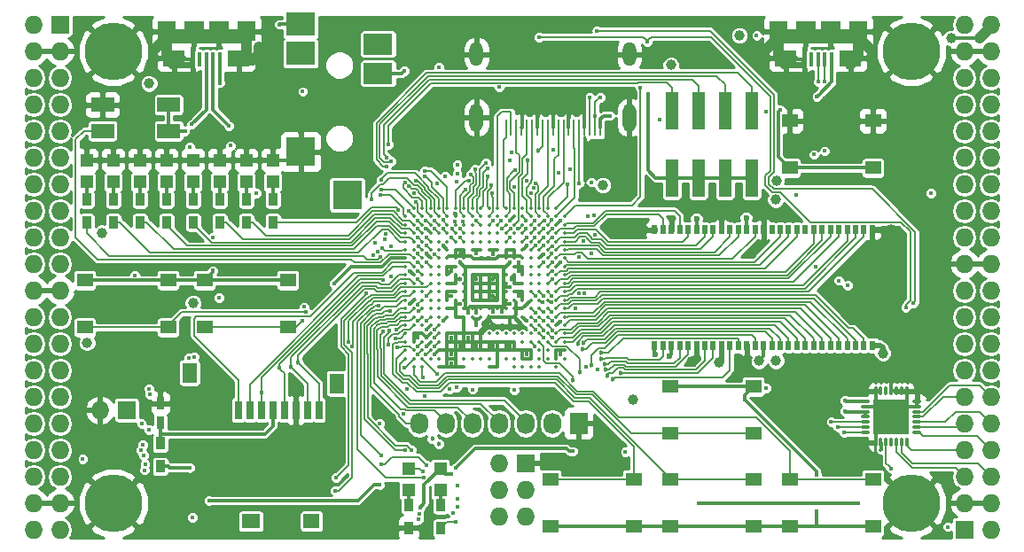
<source format=gtl>
G04 #@! TF.FileFunction,Copper,L1,Top,Signal*
%FSLAX46Y46*%
G04 Gerber Fmt 4.6, Leading zero omitted, Abs format (unit mm)*
G04 Created by KiCad (PCBNEW 4.0.7+dfsg1-1) date Tue Oct  3 01:07:36 2017*
%MOMM*%
%LPD*%
G01*
G04 APERTURE LIST*
%ADD10C,0.100000*%
%ADD11R,1.270000X3.600000*%
%ADD12R,0.700000X1.800000*%
%ADD13R,1.600000X1.400000*%
%ADD14R,1.800000X1.400000*%
%ADD15R,1.400000X1.900000*%
%ADD16R,1.198880X1.198880*%
%ADD17R,0.560000X0.900000*%
%ADD18R,1.727200X1.727200*%
%ADD19O,1.727200X1.727200*%
%ADD20C,5.500000*%
%ADD21R,2.200000X1.400000*%
%ADD22R,0.900000X1.200000*%
%ADD23R,0.750000X1.200000*%
%ADD24R,2.100000X1.600000*%
%ADD25R,1.900000X1.900000*%
%ADD26R,0.400000X1.350000*%
%ADD27R,1.800000X1.900000*%
%ADD28O,0.850000X0.300000*%
%ADD29O,0.300000X0.850000*%
%ADD30R,1.675000X1.675000*%
%ADD31C,0.350000*%
%ADD32R,1.727200X2.032000*%
%ADD33O,1.727200X2.032000*%
%ADD34R,2.800000X2.200000*%
%ADD35R,2.800000X2.800000*%
%ADD36R,2.800000X2.000000*%
%ADD37O,1.300000X2.700000*%
%ADD38O,1.300000X2.300000*%
%ADD39R,0.250000X1.600000*%
%ADD40R,1.550000X1.300000*%
%ADD41C,1.000000*%
%ADD42C,0.400000*%
%ADD43C,0.600000*%
%ADD44C,0.454000*%
%ADD45C,1.000000*%
%ADD46C,0.300000*%
%ADD47C,0.600000*%
%ADD48C,0.500000*%
%ADD49C,0.190000*%
%ADD50C,0.200000*%
%ADD51C,0.254000*%
G04 APERTURE END LIST*
D10*
D11*
X163950000Y-70920000D03*
X161410000Y-70920000D03*
X158870000Y-70920000D03*
X156330000Y-70920000D03*
X156330000Y-77320000D03*
X158870000Y-77320000D03*
X161410000Y-77320000D03*
X163950000Y-77320000D03*
D12*
X114930000Y-99520000D03*
X116030000Y-99520000D03*
X117130000Y-99520000D03*
X118230000Y-99520000D03*
X119330000Y-99520000D03*
X120430000Y-99520000D03*
X121530000Y-99520000D03*
X122630000Y-99520000D03*
D13*
X121920000Y-110120000D03*
D14*
X116120000Y-110120000D03*
D15*
X124320000Y-96970000D03*
X110270000Y-95970000D03*
D16*
X118230000Y-77709020D03*
X118230000Y-75610980D03*
X115690000Y-77709020D03*
X115690000Y-75610980D03*
X113150000Y-77709020D03*
X113150000Y-75610980D03*
X110610000Y-77709020D03*
X110610000Y-75610980D03*
X108070000Y-77709020D03*
X108070000Y-75610980D03*
X105530000Y-77709020D03*
X105530000Y-75610980D03*
X102990000Y-77709020D03*
X102990000Y-75610980D03*
X100450000Y-77709020D03*
X100450000Y-75610980D03*
D17*
X175480000Y-82270000D03*
X154680000Y-93330000D03*
X155480000Y-93330000D03*
X156280000Y-93330000D03*
X157080000Y-93330000D03*
X157880000Y-93330000D03*
X158680000Y-93330000D03*
X159480000Y-93330000D03*
X160280000Y-93330000D03*
X161080000Y-93330000D03*
X161880000Y-93330000D03*
X162680000Y-93330000D03*
X163480000Y-93330000D03*
X164280000Y-93330000D03*
X165080000Y-93330000D03*
X165880000Y-93330000D03*
X166680000Y-93330000D03*
X167480000Y-93330000D03*
X168280000Y-93330000D03*
X169080000Y-93330000D03*
X169880000Y-93330000D03*
X170680000Y-93330000D03*
X171480000Y-93330000D03*
X172280000Y-93330000D03*
X173080000Y-93330000D03*
X173880000Y-93330000D03*
X174680000Y-93330000D03*
X175480000Y-93330000D03*
X174680000Y-82270000D03*
X173880000Y-82270000D03*
X173080000Y-82270000D03*
X172280000Y-82270000D03*
X171480000Y-82270000D03*
X170680000Y-82270000D03*
X169880000Y-82270000D03*
X169080000Y-82270000D03*
X168280000Y-82270000D03*
X167480000Y-82270000D03*
X166680000Y-82270000D03*
X165880000Y-82270000D03*
X165080000Y-82270000D03*
X164280000Y-82270000D03*
X163480000Y-82270000D03*
X162680000Y-82270000D03*
X161880000Y-82270000D03*
X161080000Y-82270000D03*
X160280000Y-82270000D03*
X159480000Y-82270000D03*
X158680000Y-82270000D03*
X157880000Y-82270000D03*
X157080000Y-82270000D03*
X156280000Y-82270000D03*
X155480000Y-82270000D03*
X154680000Y-82270000D03*
D18*
X97910000Y-62690000D03*
D19*
X95370000Y-62690000D03*
X97910000Y-65230000D03*
X95370000Y-65230000D03*
X97910000Y-67770000D03*
X95370000Y-67770000D03*
X97910000Y-70310000D03*
X95370000Y-70310000D03*
X97910000Y-72850000D03*
X95370000Y-72850000D03*
X97910000Y-75390000D03*
X95370000Y-75390000D03*
X97910000Y-77930000D03*
X95370000Y-77930000D03*
X97910000Y-80470000D03*
X95370000Y-80470000D03*
X97910000Y-83010000D03*
X95370000Y-83010000D03*
X97910000Y-85550000D03*
X95370000Y-85550000D03*
X97910000Y-88090000D03*
X95370000Y-88090000D03*
X97910000Y-90630000D03*
X95370000Y-90630000D03*
X97910000Y-93170000D03*
X95370000Y-93170000D03*
X97910000Y-95710000D03*
X95370000Y-95710000D03*
X97910000Y-98250000D03*
X95370000Y-98250000D03*
X97910000Y-100790000D03*
X95370000Y-100790000D03*
X97910000Y-103330000D03*
X95370000Y-103330000D03*
X97910000Y-105870000D03*
X95370000Y-105870000D03*
X97910000Y-108410000D03*
X95370000Y-108410000D03*
X97910000Y-110950000D03*
X95370000Y-110950000D03*
D18*
X184270000Y-110950000D03*
D19*
X186810000Y-110950000D03*
X184270000Y-108410000D03*
X186810000Y-108410000D03*
X184270000Y-105870000D03*
X186810000Y-105870000D03*
X184270000Y-103330000D03*
X186810000Y-103330000D03*
X184270000Y-100790000D03*
X186810000Y-100790000D03*
X184270000Y-98250000D03*
X186810000Y-98250000D03*
X184270000Y-95710000D03*
X186810000Y-95710000D03*
X184270000Y-93170000D03*
X186810000Y-93170000D03*
X184270000Y-90630000D03*
X186810000Y-90630000D03*
X184270000Y-88090000D03*
X186810000Y-88090000D03*
X184270000Y-85550000D03*
X186810000Y-85550000D03*
X184270000Y-83010000D03*
X186810000Y-83010000D03*
X184270000Y-80470000D03*
X186810000Y-80470000D03*
X184270000Y-77930000D03*
X186810000Y-77930000D03*
X184270000Y-75390000D03*
X186810000Y-75390000D03*
X184270000Y-72850000D03*
X186810000Y-72850000D03*
X184270000Y-70310000D03*
X186810000Y-70310000D03*
X184270000Y-67770000D03*
X186810000Y-67770000D03*
X184270000Y-65230000D03*
X186810000Y-65230000D03*
X184270000Y-62690000D03*
X186810000Y-62690000D03*
D20*
X102990000Y-108410000D03*
X179190000Y-108410000D03*
X179190000Y-65230000D03*
X102990000Y-65230000D03*
D21*
X108274000Y-70330000D03*
X101974000Y-70330000D03*
X101974000Y-72830000D03*
X108274000Y-72830000D03*
D18*
X104260000Y-99520000D03*
D19*
X101720000Y-99520000D03*
D16*
X131184000Y-105074980D03*
X131184000Y-107173020D03*
X134232000Y-107173020D03*
X134232000Y-105074980D03*
D22*
X131184000Y-108580000D03*
X131184000Y-110780000D03*
X134232000Y-110780000D03*
X134232000Y-108580000D03*
D23*
X107480000Y-100750000D03*
X107480000Y-98850000D03*
D22*
X107480000Y-102700000D03*
X107480000Y-104900000D03*
D24*
X114980000Y-65875000D03*
X108780000Y-65875000D03*
D25*
X113080000Y-63325000D03*
X110680000Y-63325000D03*
D26*
X113180000Y-66000000D03*
X112530000Y-66000000D03*
X111880000Y-66000000D03*
X111230000Y-66000000D03*
X110580000Y-66000000D03*
D27*
X115680000Y-63325000D03*
X108080000Y-63325000D03*
D24*
X173400000Y-65875000D03*
X167200000Y-65875000D03*
D25*
X171500000Y-63325000D03*
X169100000Y-63325000D03*
D26*
X171600000Y-66000000D03*
X170950000Y-66000000D03*
X170300000Y-66000000D03*
X169650000Y-66000000D03*
X169000000Y-66000000D03*
D27*
X174100000Y-63325000D03*
X166500000Y-63325000D03*
D18*
X142360000Y-104600000D03*
D19*
X139820000Y-104600000D03*
X142360000Y-107140000D03*
X139820000Y-107140000D03*
X142360000Y-109680000D03*
X139820000Y-109680000D03*
D22*
X118230000Y-81570000D03*
X118230000Y-79370000D03*
X115690000Y-81570000D03*
X115690000Y-79370000D03*
X113150000Y-81570000D03*
X113150000Y-79370000D03*
X110610000Y-81570000D03*
X110610000Y-79370000D03*
X108070000Y-81570000D03*
X108070000Y-79370000D03*
X105530000Y-81570000D03*
X105530000Y-79370000D03*
X102990000Y-81570000D03*
X102990000Y-79370000D03*
X100450000Y-81570000D03*
X100450000Y-79370000D03*
D28*
X179735000Y-101655000D03*
X179735000Y-101155000D03*
X179735000Y-100655000D03*
X179735000Y-100155000D03*
X179735000Y-99655000D03*
X179735000Y-99155000D03*
X179735000Y-98655000D03*
D29*
X178785000Y-97705000D03*
X178285000Y-97705000D03*
X177785000Y-97705000D03*
X177285000Y-97705000D03*
X176785000Y-97705000D03*
X176285000Y-97705000D03*
X175785000Y-97705000D03*
D28*
X174835000Y-98655000D03*
X174835000Y-99155000D03*
X174835000Y-99655000D03*
X174835000Y-100155000D03*
X174835000Y-100655000D03*
X174835000Y-101155000D03*
X174835000Y-101655000D03*
D29*
X175785000Y-102605000D03*
X176285000Y-102605000D03*
X176785000Y-102605000D03*
X177285000Y-102605000D03*
X177785000Y-102605000D03*
X178285000Y-102605000D03*
X178785000Y-102605000D03*
D30*
X176447500Y-99317500D03*
X176447500Y-100992500D03*
X178122500Y-99317500D03*
X178122500Y-100992500D03*
D31*
X131680000Y-80200000D03*
X132480000Y-80200000D03*
X133280000Y-80200000D03*
X134080000Y-80200000D03*
X134880000Y-80200000D03*
X135680000Y-80200000D03*
X136480000Y-80200000D03*
X137280000Y-80200000D03*
X138080000Y-80200000D03*
X138880000Y-80200000D03*
X139680000Y-80200000D03*
X140480000Y-80200000D03*
X141280000Y-80200000D03*
X142080000Y-80200000D03*
X142880000Y-80200000D03*
X143680000Y-80200000D03*
X144480000Y-80200000D03*
X145280000Y-80200000D03*
X130880000Y-81000000D03*
X131680000Y-81000000D03*
X132480000Y-81000000D03*
X133280000Y-81000000D03*
X134080000Y-81000000D03*
X134880000Y-81000000D03*
X135680000Y-81000000D03*
X136480000Y-81000000D03*
X137280000Y-81000000D03*
X138080000Y-81000000D03*
X138880000Y-81000000D03*
X139680000Y-81000000D03*
X140480000Y-81000000D03*
X141280000Y-81000000D03*
X142080000Y-81000000D03*
X142880000Y-81000000D03*
X143680000Y-81000000D03*
X144480000Y-81000000D03*
X145280000Y-81000000D03*
X146080000Y-81000000D03*
X130880000Y-81800000D03*
X131680000Y-81800000D03*
X132480000Y-81800000D03*
X133280000Y-81800000D03*
X134080000Y-81800000D03*
X134880000Y-81800000D03*
X135680000Y-81800000D03*
X136480000Y-81800000D03*
X137280000Y-81800000D03*
X138080000Y-81800000D03*
X138880000Y-81800000D03*
X139680000Y-81800000D03*
X140480000Y-81800000D03*
X141280000Y-81800000D03*
X142080000Y-81800000D03*
X142880000Y-81800000D03*
X143680000Y-81800000D03*
X144480000Y-81800000D03*
X145280000Y-81800000D03*
X146080000Y-81800000D03*
X130880000Y-82600000D03*
X131680000Y-82600000D03*
X132480000Y-82600000D03*
X133280000Y-82600000D03*
X134080000Y-82600000D03*
X134880000Y-82600000D03*
X135680000Y-82600000D03*
X136480000Y-82600000D03*
X137280000Y-82600000D03*
X138080000Y-82600000D03*
X138880000Y-82600000D03*
X139680000Y-82600000D03*
X140480000Y-82600000D03*
X141280000Y-82600000D03*
X142080000Y-82600000D03*
X142880000Y-82600000D03*
X143680000Y-82600000D03*
X144480000Y-82600000D03*
X145280000Y-82600000D03*
X146080000Y-82600000D03*
X130880000Y-83400000D03*
X131680000Y-83400000D03*
X132480000Y-83400000D03*
X133280000Y-83400000D03*
X134080000Y-83400000D03*
X134880000Y-83400000D03*
X135680000Y-83400000D03*
X136480000Y-83400000D03*
X137280000Y-83400000D03*
X138080000Y-83400000D03*
X138880000Y-83400000D03*
X139680000Y-83400000D03*
X140480000Y-83400000D03*
X141280000Y-83400000D03*
X142080000Y-83400000D03*
X142880000Y-83400000D03*
X143680000Y-83400000D03*
X144480000Y-83400000D03*
X145280000Y-83400000D03*
X146080000Y-83400000D03*
X130880000Y-84200000D03*
X131680000Y-84200000D03*
X132480000Y-84200000D03*
X133280000Y-84200000D03*
X134080000Y-84200000D03*
X134880000Y-84200000D03*
X135680000Y-84200000D03*
X136480000Y-84200000D03*
X137280000Y-84200000D03*
X138080000Y-84200000D03*
X138880000Y-84200000D03*
X139680000Y-84200000D03*
X140480000Y-84200000D03*
X141280000Y-84200000D03*
X142080000Y-84200000D03*
X142880000Y-84200000D03*
X143680000Y-84200000D03*
X144480000Y-84200000D03*
X145280000Y-84200000D03*
X146080000Y-84200000D03*
X130880000Y-85000000D03*
X131680000Y-85000000D03*
X132480000Y-85000000D03*
X133280000Y-85000000D03*
X134080000Y-85000000D03*
X134880000Y-85000000D03*
X135680000Y-85000000D03*
X136480000Y-85000000D03*
X137280000Y-85000000D03*
X138080000Y-85000000D03*
X138880000Y-85000000D03*
X139680000Y-85000000D03*
X140480000Y-85000000D03*
X141280000Y-85000000D03*
X142080000Y-85000000D03*
X142880000Y-85000000D03*
X143680000Y-85000000D03*
X144480000Y-85000000D03*
X145280000Y-85000000D03*
X146080000Y-85000000D03*
X130880000Y-85800000D03*
X131680000Y-85800000D03*
X132480000Y-85800000D03*
X133280000Y-85800000D03*
X134080000Y-85800000D03*
X134880000Y-85800000D03*
X135680000Y-85800000D03*
X136480000Y-85800000D03*
X137280000Y-85800000D03*
X138080000Y-85800000D03*
X138880000Y-85800000D03*
X139680000Y-85800000D03*
X140480000Y-85800000D03*
X141280000Y-85800000D03*
X142080000Y-85800000D03*
X142880000Y-85800000D03*
X143680000Y-85800000D03*
X144480000Y-85800000D03*
X145280000Y-85800000D03*
X146080000Y-85800000D03*
X130880000Y-86600000D03*
X131680000Y-86600000D03*
X132480000Y-86600000D03*
X133280000Y-86600000D03*
X134080000Y-86600000D03*
X134880000Y-86600000D03*
X135680000Y-86600000D03*
X136480000Y-86600000D03*
X137280000Y-86600000D03*
X138080000Y-86600000D03*
X138880000Y-86600000D03*
X139680000Y-86600000D03*
X140480000Y-86600000D03*
X141280000Y-86600000D03*
X142080000Y-86600000D03*
X142880000Y-86600000D03*
X143680000Y-86600000D03*
X144480000Y-86600000D03*
X145280000Y-86600000D03*
X146080000Y-86600000D03*
X130880000Y-87400000D03*
X131680000Y-87400000D03*
X132480000Y-87400000D03*
X133280000Y-87400000D03*
X134080000Y-87400000D03*
X134880000Y-87400000D03*
X135680000Y-87400000D03*
X136480000Y-87400000D03*
X137280000Y-87400000D03*
X138080000Y-87400000D03*
X138880000Y-87400000D03*
X139680000Y-87400000D03*
X140480000Y-87400000D03*
X141280000Y-87400000D03*
X142080000Y-87400000D03*
X142880000Y-87400000D03*
X143680000Y-87400000D03*
X144480000Y-87400000D03*
X145280000Y-87400000D03*
X146080000Y-87400000D03*
X130880000Y-88200000D03*
X131680000Y-88200000D03*
X132480000Y-88200000D03*
X133280000Y-88200000D03*
X134080000Y-88200000D03*
X134880000Y-88200000D03*
X135680000Y-88200000D03*
X136480000Y-88200000D03*
X137280000Y-88200000D03*
X138080000Y-88200000D03*
X138880000Y-88200000D03*
X139680000Y-88200000D03*
X140480000Y-88200000D03*
X141280000Y-88200000D03*
X142080000Y-88200000D03*
X142880000Y-88200000D03*
X143680000Y-88200000D03*
X144480000Y-88200000D03*
X145280000Y-88200000D03*
X146080000Y-88200000D03*
X130880000Y-89000000D03*
X131680000Y-89000000D03*
X132480000Y-89000000D03*
X133280000Y-89000000D03*
X134080000Y-89000000D03*
X134880000Y-89000000D03*
X135680000Y-89000000D03*
X136480000Y-89000000D03*
X137280000Y-89000000D03*
X138080000Y-89000000D03*
X138880000Y-89000000D03*
X139680000Y-89000000D03*
X140480000Y-89000000D03*
X141280000Y-89000000D03*
X142080000Y-89000000D03*
X142880000Y-89000000D03*
X143680000Y-89000000D03*
X144480000Y-89000000D03*
X145280000Y-89000000D03*
X146080000Y-89000000D03*
X130880000Y-89800000D03*
X131680000Y-89800000D03*
X132480000Y-89800000D03*
X133280000Y-89800000D03*
X134080000Y-89800000D03*
X134880000Y-89800000D03*
X135680000Y-89800000D03*
X136480000Y-89800000D03*
X137280000Y-89800000D03*
X138080000Y-89800000D03*
X138880000Y-89800000D03*
X139680000Y-89800000D03*
X140480000Y-89800000D03*
X141280000Y-89800000D03*
X142080000Y-89800000D03*
X142880000Y-89800000D03*
X143680000Y-89800000D03*
X144480000Y-89800000D03*
X145280000Y-89800000D03*
X146080000Y-89800000D03*
X130880000Y-90600000D03*
X131680000Y-90600000D03*
X132480000Y-90600000D03*
X133280000Y-90600000D03*
X134080000Y-90600000D03*
X134880000Y-90600000D03*
X135680000Y-90600000D03*
X136480000Y-90600000D03*
X137280000Y-90600000D03*
X138080000Y-90600000D03*
X138880000Y-90600000D03*
X139680000Y-90600000D03*
X140480000Y-90600000D03*
X141280000Y-90600000D03*
X142080000Y-90600000D03*
X142880000Y-90600000D03*
X143680000Y-90600000D03*
X144480000Y-90600000D03*
X145280000Y-90600000D03*
X146080000Y-90600000D03*
X130880000Y-91400000D03*
X131680000Y-91400000D03*
X132480000Y-91400000D03*
X133280000Y-91400000D03*
X134080000Y-91400000D03*
X142880000Y-91400000D03*
X143680000Y-91400000D03*
X144480000Y-91400000D03*
X145280000Y-91400000D03*
X146080000Y-91400000D03*
X130880000Y-92200000D03*
X131680000Y-92200000D03*
X132480000Y-92200000D03*
X133280000Y-92200000D03*
X134080000Y-92200000D03*
X134880000Y-92200000D03*
X135680000Y-92200000D03*
X136480000Y-92200000D03*
X137280000Y-92200000D03*
X138080000Y-92200000D03*
X138880000Y-92200000D03*
X139680000Y-92200000D03*
X140480000Y-92200000D03*
X141280000Y-92200000D03*
X142080000Y-92200000D03*
X142880000Y-92200000D03*
X143680000Y-92200000D03*
X144480000Y-92200000D03*
X145280000Y-92200000D03*
X146080000Y-92200000D03*
X130880000Y-93000000D03*
X131680000Y-93000000D03*
X132480000Y-93000000D03*
X133280000Y-93000000D03*
X134080000Y-93000000D03*
X134880000Y-93000000D03*
X135680000Y-93000000D03*
X136480000Y-93000000D03*
X137280000Y-93000000D03*
X138080000Y-93000000D03*
X138880000Y-93000000D03*
X139680000Y-93000000D03*
X140480000Y-93000000D03*
X141280000Y-93000000D03*
X142080000Y-93000000D03*
X142880000Y-93000000D03*
X143680000Y-93000000D03*
X144480000Y-93000000D03*
X145280000Y-93000000D03*
X146080000Y-93000000D03*
X130880000Y-93800000D03*
X131680000Y-93800000D03*
X132480000Y-93800000D03*
X133280000Y-93800000D03*
X134080000Y-93800000D03*
X134880000Y-93800000D03*
X135680000Y-93800000D03*
X136480000Y-93800000D03*
X137280000Y-93800000D03*
X138080000Y-93800000D03*
X138880000Y-93800000D03*
X139680000Y-93800000D03*
X140480000Y-93800000D03*
X141280000Y-93800000D03*
X142080000Y-93800000D03*
X142880000Y-93800000D03*
X143680000Y-93800000D03*
X144480000Y-93800000D03*
X145280000Y-93800000D03*
X146080000Y-93800000D03*
X130880000Y-94600000D03*
X131680000Y-94600000D03*
X132480000Y-94600000D03*
X133280000Y-94600000D03*
X134080000Y-94600000D03*
X134880000Y-94600000D03*
X135680000Y-94600000D03*
X136480000Y-94600000D03*
X137280000Y-94600000D03*
X138080000Y-94600000D03*
X138880000Y-94600000D03*
X139680000Y-94600000D03*
X140480000Y-94600000D03*
X141280000Y-94600000D03*
X142080000Y-94600000D03*
X142880000Y-94600000D03*
X143680000Y-94600000D03*
X144480000Y-94600000D03*
X145280000Y-94600000D03*
X146080000Y-94600000D03*
X131680000Y-95400000D03*
X132480000Y-95400000D03*
X134080000Y-95400000D03*
X134880000Y-95400000D03*
X135680000Y-95400000D03*
X136480000Y-95400000D03*
X138880000Y-95400000D03*
X139680000Y-95400000D03*
X141280000Y-95400000D03*
X142080000Y-95400000D03*
X142880000Y-95400000D03*
X143680000Y-95400000D03*
X145280000Y-95400000D03*
D32*
X147440000Y-100790000D03*
D33*
X144900000Y-100790000D03*
X142360000Y-100790000D03*
X139820000Y-100790000D03*
X137280000Y-100790000D03*
X134740000Y-100790000D03*
X132200000Y-100790000D03*
D34*
X120880000Y-62640000D03*
X120880000Y-65440000D03*
D35*
X120880000Y-74840000D03*
X125330000Y-78940000D03*
D36*
X128280000Y-67340000D03*
X128280000Y-64540000D03*
D37*
X152280000Y-71550000D03*
X137680000Y-71550000D03*
D38*
X137680000Y-65500000D03*
D39*
X140480000Y-72500000D03*
X140980000Y-72500000D03*
X141480000Y-72500000D03*
X141980000Y-72500000D03*
X142480000Y-72500000D03*
X142980000Y-72500000D03*
X143480000Y-72500000D03*
X143980000Y-72500000D03*
X144480000Y-72500000D03*
X144980000Y-72500000D03*
X145480000Y-72500000D03*
X145980000Y-72500000D03*
X146480000Y-72500000D03*
X146980000Y-72500000D03*
X147480000Y-72500000D03*
X147980000Y-72500000D03*
X148480000Y-72500000D03*
X148980000Y-72500000D03*
X149480000Y-72500000D03*
D38*
X152280000Y-65500000D03*
D40*
X175550000Y-71870000D03*
X175550000Y-76370000D03*
X167590000Y-76370000D03*
X167590000Y-71870000D03*
X100280000Y-91610000D03*
X100280000Y-87110000D03*
X108240000Y-87110000D03*
X108240000Y-91610000D03*
X111710000Y-91610000D03*
X111710000Y-87110000D03*
X119670000Y-87110000D03*
X119670000Y-91610000D03*
X156160000Y-101770000D03*
X156160000Y-97270000D03*
X164120000Y-97270000D03*
X164120000Y-101770000D03*
X164120000Y-106160000D03*
X164120000Y-110660000D03*
X156160000Y-110660000D03*
X156160000Y-106160000D03*
X152690000Y-106160000D03*
X152690000Y-110660000D03*
X144730000Y-110660000D03*
X144730000Y-106160000D03*
X175550000Y-106160000D03*
X175550000Y-110660000D03*
X167590000Y-110660000D03*
X167590000Y-106160000D03*
D41*
X116880503Y-64802940D03*
X106974809Y-64953974D03*
X175210328Y-64948943D03*
X165417246Y-64954666D03*
D42*
X175495631Y-71457432D03*
X139575609Y-69792857D03*
X146468970Y-70993942D03*
X144978424Y-71024054D03*
X143480350Y-71016526D03*
X142000564Y-71008511D03*
X113273209Y-99681387D03*
X147987361Y-71377791D03*
X144102010Y-84600000D03*
X132880424Y-84561218D03*
X135567436Y-80702302D03*
X132810347Y-82177990D03*
X145713035Y-91022010D03*
X145680000Y-94177990D03*
X177285000Y-95710000D03*
D41*
X177229911Y-82281349D03*
D42*
X170046000Y-85804000D03*
D43*
X164741832Y-81130572D03*
D42*
X120770000Y-72215000D03*
X133216000Y-109934000D03*
D43*
X161067993Y-81216119D03*
D41*
X158233687Y-94852616D03*
X162992748Y-94820185D03*
D43*
X156280000Y-81210838D03*
D42*
X131254529Y-86251357D03*
X140880000Y-81400000D03*
X136085174Y-89394826D03*
X145680000Y-81400000D03*
X120430000Y-97050000D03*
X150080000Y-81600000D03*
X131280000Y-89400000D03*
X133690245Y-94180159D03*
D44*
X139312644Y-91359700D03*
D42*
X140874194Y-91433353D03*
X145680000Y-85422010D03*
X135280000Y-95000000D03*
X135280000Y-94200000D03*
X142480000Y-94200000D03*
X140880000Y-93400000D03*
X139280000Y-93400000D03*
X137680000Y-93400000D03*
X136080000Y-93400000D03*
X136880000Y-92600000D03*
X135280000Y-92600000D03*
X132880000Y-91800000D03*
X132880000Y-93400000D03*
D44*
X141042859Y-86994997D03*
X139280000Y-87000000D03*
X136110990Y-86995403D03*
X139280000Y-88600000D03*
X137680000Y-87000000D03*
X136080000Y-84600000D03*
D41*
X166321614Y-77572282D03*
X166248957Y-79408030D03*
X156235582Y-66548363D03*
X101932065Y-82585048D03*
X106417803Y-68312483D03*
X166280000Y-94800000D03*
D42*
X112134000Y-108156000D03*
X128390000Y-106632000D03*
X150457224Y-71377791D03*
X172289562Y-87124051D03*
D41*
X183005038Y-63965038D03*
X162787481Y-63718486D03*
D42*
X172834633Y-99599920D03*
X172879922Y-98618650D03*
X176305593Y-103279812D03*
X165349214Y-97422919D03*
D41*
X160875897Y-94988750D03*
D42*
X164433885Y-63737451D03*
X139820000Y-68665673D03*
X148639876Y-77729346D03*
D41*
X149751640Y-78029346D03*
D42*
X134079160Y-66786153D03*
X109828000Y-72830000D03*
X116654336Y-78777990D03*
D41*
X176474303Y-94069095D03*
D42*
X173094000Y-87582000D03*
D41*
X100479904Y-93063904D03*
D43*
X163422030Y-81120665D03*
X154726292Y-94171363D03*
X156077107Y-94380779D03*
X158680000Y-81210838D03*
D42*
X112515000Y-83010000D03*
X181065000Y-78785000D03*
X128441330Y-100795881D03*
X110529662Y-109760338D03*
X110280000Y-105000000D03*
X100080000Y-104200000D03*
X113080000Y-88800000D03*
D41*
X164653770Y-94825547D03*
D42*
X137665894Y-91402446D03*
X135273306Y-88618602D03*
X139272517Y-84611349D03*
X137680556Y-84534085D03*
X141680000Y-86200000D03*
X135280000Y-86200000D03*
X132880000Y-92600000D03*
X132080000Y-92600000D03*
X141680000Y-88600000D03*
X141680000Y-85400000D03*
D41*
X152621047Y-98519969D03*
D42*
X136885174Y-90194826D03*
X140094890Y-90122990D03*
X139280000Y-90122990D03*
X140880000Y-89400000D03*
X137680000Y-90172990D03*
X140880000Y-87800000D03*
X140880000Y-85400000D03*
D44*
X136080000Y-85400000D03*
D42*
X121369010Y-90164222D03*
X130022933Y-91834237D03*
X121036481Y-91008234D03*
X129902064Y-92678248D03*
D41*
X110617371Y-89287199D03*
D42*
X142480000Y-91000000D03*
X142480000Y-83800000D03*
X134480000Y-83800000D03*
X134480000Y-91000000D03*
X105037711Y-86632990D03*
X155149360Y-71764535D03*
X121086654Y-69078528D03*
X170182962Y-69571012D03*
X174110000Y-108410000D03*
X158870000Y-108410000D03*
X135884156Y-106696010D03*
X137288700Y-97538741D03*
X133680000Y-91800000D03*
D44*
X134074414Y-102752225D03*
D42*
X135085458Y-97531790D03*
X135855186Y-108022639D03*
D44*
X133449289Y-102232615D03*
D42*
X133680000Y-92600000D03*
X132752670Y-98178920D03*
X128610113Y-104714568D03*
X132918584Y-104800000D03*
X135853254Y-108792386D03*
X133685668Y-93402482D03*
X130714529Y-99901000D03*
X131039363Y-97487286D03*
X135471949Y-109365878D03*
X132846234Y-94197073D03*
X118858690Y-62658970D03*
X130761990Y-67119621D03*
X148477832Y-69619684D03*
X149475951Y-69619684D03*
X148991194Y-71377791D03*
X153984196Y-64280063D03*
X153322343Y-68673419D03*
X143650666Y-63862520D03*
X178665908Y-89713903D03*
X149183754Y-63257114D03*
X179375977Y-89317806D03*
X140035989Y-81400000D03*
X128776655Y-87110882D03*
X132077895Y-86272150D03*
X117121665Y-97817265D03*
X118843798Y-95498222D03*
D44*
X119978162Y-95412951D03*
X120634035Y-94977604D03*
D42*
X113212238Y-68244401D03*
X166678914Y-70803555D03*
X146387166Y-77939336D03*
X147480000Y-77822010D03*
X131453853Y-103296209D03*
X144891634Y-91008466D03*
D44*
X148653935Y-95249010D03*
X149565978Y-94054788D03*
D42*
X144867244Y-90164455D03*
D44*
X150720500Y-96575802D03*
D42*
X144890381Y-83866022D03*
D44*
X151448039Y-95951686D03*
D42*
X144894101Y-83022010D03*
D44*
X150149219Y-96229829D03*
D42*
X144901285Y-86268736D03*
D44*
X150033441Y-95660469D03*
D42*
X144888562Y-86993817D03*
D44*
X149952517Y-95085120D03*
D42*
X144877648Y-88622010D03*
D44*
X149584522Y-94635504D03*
D42*
X144810610Y-89177990D03*
X144895773Y-91874444D03*
D44*
X147777713Y-93691005D03*
X147356233Y-93219138D03*
D42*
X144102010Y-92600000D03*
D44*
X147915304Y-93060979D03*
D42*
X144882352Y-92577990D03*
X130807074Y-95454141D03*
X130141304Y-93529144D03*
X132080000Y-93400000D03*
X129254670Y-93244631D03*
X133919980Y-96038729D03*
X141280000Y-97600000D03*
X132572818Y-96383863D03*
X135770000Y-97338127D03*
X132080000Y-94200000D03*
X128669601Y-84020243D03*
X105906712Y-103816552D03*
X129459184Y-90039192D03*
X132080000Y-89444020D03*
X130839486Y-103354982D03*
X128602801Y-103872537D03*
X128321313Y-89539949D03*
X132656192Y-105976192D03*
X132880000Y-88600000D03*
X127145130Y-88379076D03*
X124253981Y-105982535D03*
X132080000Y-87000000D03*
X125827283Y-93452662D03*
X124202418Y-107207639D03*
D44*
X142530990Y-75662841D03*
X143525587Y-74749772D03*
D42*
X110313517Y-74380698D03*
X132146108Y-109940263D03*
X114166000Y-74247000D03*
X132189000Y-109415000D03*
X135567436Y-81489225D03*
X135767546Y-77648547D03*
X134702010Y-77200000D03*
X134471354Y-81347908D03*
X132761172Y-77202673D03*
X132737245Y-76676207D03*
X128545566Y-77476577D03*
X127643658Y-79355564D03*
X110718734Y-94451783D03*
X128515897Y-78994176D03*
X110193102Y-94489889D03*
X128569727Y-78469921D03*
X106412639Y-97453606D03*
X131230910Y-78113843D03*
X106479997Y-97976296D03*
X131709326Y-78745875D03*
X132783332Y-81399993D03*
X129016746Y-82660638D03*
X105679715Y-100783924D03*
X132084821Y-83022010D03*
X128948848Y-83183258D03*
X106401171Y-101377901D03*
X132886504Y-83777990D03*
X129513931Y-83860979D03*
X105803161Y-102850427D03*
X132117443Y-83866021D03*
X127966259Y-83527946D03*
X105651866Y-103355255D03*
X132079996Y-84503337D03*
X128256283Y-84387285D03*
X106023598Y-104697574D03*
X133671942Y-84595200D03*
X127824162Y-84688968D03*
X105973679Y-105248709D03*
X132875802Y-85428138D03*
D44*
X146862501Y-96617499D03*
X147534467Y-95913260D03*
D42*
X148102806Y-95339021D03*
X143280000Y-91000000D03*
X149207706Y-95605291D03*
X144082424Y-90132858D03*
X143989948Y-89177990D03*
X147125926Y-89802879D03*
X143281824Y-90201951D03*
X144102010Y-85397219D03*
X147422472Y-84858593D03*
X144886544Y-85385186D03*
X144102010Y-83000000D03*
X148975652Y-82755341D03*
X144885092Y-82177990D03*
X147470668Y-88324835D03*
X144082832Y-88584510D03*
X147997681Y-88324844D03*
X143278026Y-88595030D03*
X144102010Y-82185600D03*
X148935852Y-80899014D03*
X148337768Y-80975785D03*
X144866392Y-81333979D03*
X139280000Y-81400000D03*
X139145358Y-78809170D03*
X139040624Y-78036724D03*
X138723613Y-77165705D03*
X138593844Y-75910161D03*
X138716105Y-76425854D03*
X137680000Y-81400000D03*
X137538026Y-76510532D03*
X137116016Y-76974740D03*
X136928568Y-77562978D03*
X136634118Y-78451672D03*
X135830689Y-76094515D03*
X136411444Y-81497309D03*
X148668800Y-84550385D03*
X144877691Y-84532933D03*
X144102010Y-83800000D03*
X147894174Y-83335809D03*
X142851623Y-78759750D03*
X142473549Y-82998913D03*
X143105106Y-78295223D03*
X142396423Y-82191394D03*
X145494012Y-76834828D03*
X144146021Y-81374784D03*
X143331797Y-77819457D03*
X146627648Y-76461302D03*
X143257990Y-82207154D03*
X143257990Y-81379632D03*
X145017056Y-74655847D03*
X141318978Y-78199263D03*
X141657990Y-82130345D03*
X142413979Y-81382236D03*
X140080000Y-82200000D03*
X141342967Y-76554996D03*
X141046643Y-74873804D03*
X140864029Y-83041403D03*
X140890207Y-75681941D03*
X140924011Y-82179283D03*
X129542604Y-86703515D03*
X132880000Y-83022010D03*
X132080000Y-82177990D03*
X132080000Y-81400000D03*
X131847310Y-79589886D03*
X130856828Y-77742623D03*
X131923295Y-77584853D03*
X133654358Y-82177990D03*
X133627343Y-81396408D03*
X129336756Y-91938993D03*
X132880000Y-91000000D03*
X128765088Y-92004296D03*
X132077648Y-90977990D03*
X130196821Y-80377733D03*
X131180000Y-80500000D03*
X128489708Y-84867377D03*
X132079620Y-85428138D03*
X165326966Y-71026598D03*
X134501414Y-82177578D03*
X133922194Y-77854836D03*
X135680000Y-110200000D03*
X146844288Y-103452739D03*
X132540000Y-105400000D03*
X135680000Y-105037990D03*
X132280000Y-108800000D03*
X135248000Y-105616000D03*
X112515000Y-86185000D03*
X163277422Y-98501717D03*
X170126036Y-109212466D03*
X170157734Y-105666345D03*
X169895346Y-75092988D03*
X143257990Y-83000000D03*
X168166438Y-78955336D03*
X151896383Y-103510715D03*
X114039000Y-72342000D03*
X110483000Y-72215000D03*
X177274002Y-105079115D03*
X143258015Y-93423150D03*
X172761273Y-101651681D03*
X143280000Y-91800000D03*
X172193360Y-101105663D03*
X144064831Y-91877646D03*
X171540304Y-100645743D03*
X144080000Y-91000000D03*
X154044000Y-69294000D03*
X129061632Y-76229575D03*
X135280000Y-83022010D03*
X129493343Y-75737814D03*
X136080000Y-83000000D03*
X129122249Y-75363607D03*
X135345425Y-82176814D03*
X129252218Y-74142461D03*
X135830698Y-76905381D03*
X136080000Y-82200000D03*
X170943165Y-74761464D03*
X143280000Y-83800000D03*
X142480000Y-77600000D03*
X170300000Y-68151000D03*
X170950000Y-68125562D03*
X125480000Y-93000000D03*
X121206217Y-89662983D03*
X132156079Y-90030946D03*
X182654362Y-110665838D03*
X124080000Y-87400000D03*
X124080000Y-87400000D03*
D45*
X116880503Y-65510046D02*
X116880503Y-64802940D01*
X116265561Y-66124988D02*
X116880503Y-65510046D01*
X115680000Y-65910000D02*
X115894988Y-66124988D01*
X115680000Y-63960000D02*
X115680000Y-65910000D01*
X115894988Y-66124988D02*
X116265561Y-66124988D01*
X107474808Y-64453975D02*
X106974809Y-64953974D01*
X107968783Y-63960000D02*
X107474808Y-64453975D01*
X108080000Y-63960000D02*
X107968783Y-63960000D01*
X174710329Y-64448944D02*
X175210328Y-64948943D01*
X174100000Y-63960000D02*
X174221385Y-63960000D01*
X174221385Y-63960000D02*
X174710329Y-64448944D01*
X165917245Y-64454667D02*
X165417246Y-64954666D01*
X166411912Y-63960000D02*
X165917245Y-64454667D01*
X166500000Y-63960000D02*
X166411912Y-63960000D01*
D46*
X175495631Y-71740274D02*
X175495631Y-71457432D01*
X175495631Y-72230631D02*
X175495631Y-71740274D01*
X175535000Y-72270000D02*
X175495631Y-72230631D01*
X141880000Y-69200000D02*
X140785205Y-69200000D01*
X140785205Y-69200000D02*
X140192348Y-69792857D01*
X140192348Y-69792857D02*
X139858451Y-69792857D01*
X139858451Y-69792857D02*
X139575609Y-69792857D01*
X143480000Y-72500000D02*
X143480000Y-71016876D01*
X143480000Y-71016876D02*
X143480350Y-71016526D01*
X144980000Y-72500000D02*
X144980000Y-71025630D01*
X144980000Y-71025630D02*
X144978424Y-71024054D01*
X146480000Y-72500000D02*
X146480000Y-71004972D01*
X146480000Y-71004972D02*
X146468970Y-70993942D01*
X147980000Y-72500000D02*
X147980000Y-71385152D01*
X147980000Y-71385152D02*
X147987361Y-71377791D01*
X146468970Y-70711100D02*
X146468970Y-70993942D01*
X146468970Y-69211030D02*
X146468970Y-70711100D01*
X146480000Y-69200000D02*
X146468970Y-69211030D01*
X144978424Y-70741212D02*
X144978424Y-71024054D01*
X144978424Y-69201576D02*
X144978424Y-70741212D01*
X144980000Y-69200000D02*
X144978424Y-69201576D01*
X143480350Y-70733684D02*
X143480350Y-71016526D01*
X143480350Y-69200350D02*
X143480350Y-70733684D01*
X143480000Y-69200000D02*
X143480350Y-69200350D01*
X142000564Y-71008511D02*
X142000564Y-72479436D01*
X142000564Y-72479436D02*
X141980000Y-72500000D01*
X142000564Y-70725669D02*
X142000564Y-71008511D01*
X142000564Y-69320564D02*
X142000564Y-70725669D01*
X141880000Y-69200000D02*
X142000564Y-69320564D01*
X146480000Y-69200000D02*
X147780000Y-69200000D01*
X147780000Y-69200000D02*
X147940542Y-69360542D01*
X147987361Y-71094949D02*
X147987361Y-71377791D01*
X147940542Y-71048130D02*
X147987361Y-71094949D01*
X147940542Y-69360542D02*
X147940542Y-71048130D01*
X112441822Y-98850000D02*
X113073210Y-99481388D01*
X107480000Y-98850000D02*
X112441822Y-98850000D01*
X113073210Y-99481388D02*
X113273209Y-99681387D01*
D47*
X108780000Y-66510000D02*
X110455000Y-66510000D01*
D46*
X110455000Y-66510000D02*
X110580000Y-66635000D01*
D45*
X108080000Y-63960000D02*
X108080000Y-65810000D01*
X108080000Y-65810000D02*
X108780000Y-66510000D01*
X115680000Y-63960000D02*
X115680000Y-65810000D01*
D46*
X115680000Y-65810000D02*
X114980000Y-66510000D01*
D45*
X113080000Y-63960000D02*
X115680000Y-63960000D01*
X110680000Y-63960000D02*
X113080000Y-63960000D01*
X108080000Y-63960000D02*
X110680000Y-63960000D01*
D47*
X167200000Y-66510000D02*
X168875000Y-66510000D01*
D46*
X168875000Y-66510000D02*
X169000000Y-66635000D01*
D45*
X174100000Y-63960000D02*
X174100000Y-65810000D01*
X174100000Y-65810000D02*
X173400000Y-66510000D01*
X166500000Y-63960000D02*
X166500000Y-65810000D01*
X166500000Y-65810000D02*
X167200000Y-66510000D01*
X171500000Y-63960000D02*
X174100000Y-63960000D01*
X169100000Y-63960000D02*
X171500000Y-63960000D01*
X166500000Y-63960000D02*
X169100000Y-63960000D01*
D46*
X143680000Y-85000000D02*
X144080000Y-84600000D01*
X144080000Y-84600000D02*
X144102010Y-84600000D01*
X132880424Y-84600424D02*
X132880424Y-84561218D01*
X133280000Y-85000000D02*
X132880424Y-84600424D01*
X135680000Y-80752513D02*
X135629789Y-80702302D01*
X135629789Y-80702302D02*
X135567436Y-80702302D01*
X135680000Y-81000000D02*
X135680000Y-80752513D01*
X132857990Y-82177990D02*
X132810347Y-82177990D01*
X133280000Y-82600000D02*
X132857990Y-82177990D01*
X145657990Y-91022010D02*
X145713035Y-91022010D01*
X145280000Y-91400000D02*
X145657990Y-91022010D01*
X145680000Y-93800000D02*
X145680000Y-94177990D01*
X178785000Y-97705000D02*
X178785000Y-98655000D01*
X178785000Y-98655000D02*
X178122500Y-99317500D01*
X176285000Y-97705000D02*
X175785000Y-97705000D01*
X175785000Y-102605000D02*
X175785000Y-101655000D01*
X175785000Y-101655000D02*
X176447500Y-100992500D01*
X178122500Y-99317500D02*
X178122500Y-100992500D01*
X176447500Y-99317500D02*
X178122500Y-99317500D01*
X176447500Y-100992500D02*
X178122500Y-100992500D01*
X177285000Y-97705000D02*
X177285000Y-95710000D01*
X178122500Y-99317500D02*
X178285000Y-99155000D01*
X178285000Y-99155000D02*
X179735000Y-99155000D01*
X179735000Y-98655000D02*
X179735000Y-99155000D01*
X177785000Y-97705000D02*
X177920000Y-97705000D01*
X177920000Y-97705000D02*
X178285000Y-97705000D01*
X178285000Y-97705000D02*
X178785000Y-97705000D01*
X177285000Y-97705000D02*
X177785000Y-97705000D01*
X175785000Y-97705000D02*
X175785000Y-98655000D01*
X175785000Y-98655000D02*
X176447500Y-99317500D01*
X174835000Y-99155000D02*
X176285000Y-99155000D01*
X176285000Y-99155000D02*
X176447500Y-99317500D01*
X177241260Y-82270000D02*
X177229911Y-82281349D01*
X164941831Y-81330571D02*
X164741832Y-81130572D01*
X165080000Y-81468740D02*
X164941831Y-81330571D01*
X165080000Y-82270000D02*
X165080000Y-81468740D01*
X120770000Y-73030000D02*
X120770000Y-72215000D01*
X120880000Y-74840000D02*
X120880000Y-73140000D01*
X120880000Y-73140000D02*
X120770000Y-73030000D01*
X118230000Y-75610980D02*
X120109020Y-75610980D01*
X120109020Y-75610980D02*
X120880000Y-74840000D01*
X131184000Y-110780000D02*
X132368460Y-110780000D01*
X132368460Y-110780000D02*
X133214460Y-109934000D01*
X133214460Y-109934000D02*
X133216000Y-109934000D01*
X142280000Y-69200000D02*
X141880000Y-69200000D01*
X161080000Y-81228126D02*
X161067993Y-81216119D01*
X161080000Y-82270000D02*
X161080000Y-81228126D01*
D48*
X175480000Y-82270000D02*
X177241260Y-82270000D01*
D46*
X158680000Y-94406303D02*
X158433686Y-94652617D01*
X158433686Y-94652617D02*
X158233687Y-94852616D01*
X158680000Y-93330000D02*
X158680000Y-94406303D01*
X163192747Y-94620186D02*
X162992748Y-94820185D01*
X163480000Y-94332933D02*
X163192747Y-94620186D01*
X163480000Y-93330000D02*
X163480000Y-94332933D01*
X156280000Y-82270000D02*
X156280000Y-81210838D01*
X131331357Y-86251357D02*
X131254529Y-86251357D01*
X131680000Y-86600000D02*
X131331357Y-86251357D01*
X141280000Y-81000000D02*
X140880000Y-81400000D01*
X135685174Y-89394826D02*
X135802332Y-89394826D01*
X135680000Y-89400000D02*
X135685174Y-89394826D01*
X135802332Y-89394826D02*
X136085174Y-89394826D01*
X135054999Y-84825001D02*
X137080000Y-84825001D01*
X137280000Y-85000000D02*
X137105001Y-84825001D01*
X137105001Y-84825001D02*
X137080000Y-84825001D01*
X138280000Y-85088351D02*
X137368351Y-85088351D01*
X137368351Y-85088351D02*
X137280000Y-85000000D01*
X139680000Y-86600000D02*
X139280000Y-87000000D01*
X139680000Y-88200000D02*
X139680000Y-89000000D01*
X139680000Y-87400000D02*
X139680000Y-88200000D01*
X139680000Y-86600000D02*
X139680000Y-87400000D01*
X137280000Y-88200000D02*
X137280000Y-89000000D01*
X137280000Y-87400000D02*
X137280000Y-88200000D01*
X137280000Y-86600000D02*
X137280000Y-87400000D01*
X138880000Y-87400000D02*
X138880000Y-88200000D01*
X138880000Y-86600000D02*
X138880000Y-87400000D01*
X138080000Y-87400000D02*
X138080000Y-86600000D01*
X138080000Y-88200000D02*
X138080000Y-87400000D01*
X138080000Y-89000000D02*
X138080000Y-88200000D01*
X138080000Y-88200000D02*
X138880000Y-88200000D01*
X138080000Y-87400000D02*
X138880000Y-87400000D01*
X137280000Y-87400000D02*
X138080000Y-87400000D01*
X145454999Y-81625001D02*
X145680000Y-81400000D01*
X145280000Y-81800000D02*
X145454999Y-81625001D01*
X120430000Y-99520000D02*
X120430000Y-97050000D01*
X153430000Y-81600000D02*
X150080000Y-81600000D01*
X154680000Y-82270000D02*
X154100000Y-82270000D01*
X154100000Y-82270000D02*
X153430000Y-81600000D01*
X141480000Y-89800000D02*
X141480000Y-89200000D01*
X141480000Y-89200000D02*
X141280000Y-89000000D01*
X141280000Y-89800000D02*
X141480000Y-89800000D01*
X141480000Y-89800000D02*
X142080000Y-89800000D01*
X141454999Y-90425001D02*
X141454999Y-89825001D01*
X141454999Y-89825001D02*
X141480000Y-89800000D01*
X131680000Y-89000000D02*
X131280000Y-89400000D01*
X133699841Y-94180159D02*
X133690245Y-94180159D01*
X134080000Y-93800000D02*
X133699841Y-94180159D01*
X139085645Y-91132701D02*
X139312644Y-91359700D01*
X138880000Y-90927056D02*
X139085645Y-91132701D01*
X138880000Y-90600000D02*
X138880000Y-90927056D01*
X140874194Y-90605806D02*
X140874194Y-91150511D01*
X140880000Y-90600000D02*
X140874194Y-90605806D01*
X140874194Y-91150511D02*
X140874194Y-91433353D01*
X140480000Y-90600000D02*
X140880000Y-90600000D01*
X140880000Y-90600000D02*
X141280000Y-90600000D01*
X139680000Y-90600000D02*
X140480000Y-90600000D01*
X138880000Y-90600000D02*
X139680000Y-90600000D01*
X145280000Y-85800000D02*
X145657990Y-85422010D01*
X145657990Y-85422010D02*
X145680000Y-85422010D01*
X141280000Y-85000000D02*
X141280000Y-84800000D01*
X141280000Y-84200000D02*
X141280000Y-85000000D01*
X140480000Y-84200000D02*
X141280000Y-84200000D01*
X141280000Y-84800000D02*
X141280000Y-84200000D01*
X141905001Y-84825001D02*
X141305001Y-84825001D01*
X141305001Y-84825001D02*
X141280000Y-84800000D01*
X140480000Y-85000000D02*
X140480000Y-84200000D01*
X139680000Y-85000000D02*
X139680000Y-84898347D01*
X139680000Y-84898347D02*
X139753346Y-84825001D01*
X138280000Y-85088351D02*
X138680000Y-85088351D01*
X138280000Y-85088351D02*
X139489996Y-85088351D01*
X138080000Y-85000000D02*
X138191649Y-85000000D01*
X138191649Y-85000000D02*
X138280000Y-85088351D01*
X138880000Y-85000000D02*
X138768351Y-85000000D01*
X138768351Y-85000000D02*
X138680000Y-85088351D01*
X135680000Y-84200000D02*
X135680000Y-84800000D01*
X135680000Y-84800000D02*
X135680000Y-85000000D01*
X135054999Y-84825001D02*
X135654999Y-84825001D01*
X135654999Y-84825001D02*
X135680000Y-84800000D01*
X136480000Y-85000000D02*
X136480000Y-84200000D01*
X134880000Y-85000000D02*
X135054999Y-84825001D01*
X138880000Y-87400000D02*
X139680000Y-87400000D01*
X138880000Y-88200000D02*
X138880000Y-89000000D01*
X138880000Y-88200000D02*
X139680000Y-88200000D01*
X137280000Y-88200000D02*
X138080000Y-88200000D01*
X141280000Y-90600000D02*
X141454999Y-90425001D01*
X142280000Y-69200000D02*
X143480000Y-69200000D01*
X143480000Y-69200000D02*
X144980000Y-69200000D01*
X144980000Y-69200000D02*
X146480000Y-69200000D01*
D48*
X115690000Y-75610980D02*
X118230000Y-75610980D01*
X113150000Y-75610980D02*
X115690000Y-75610980D01*
X110610000Y-75610980D02*
X113150000Y-75610980D01*
X108070000Y-75610980D02*
X110610000Y-75610980D01*
X105530000Y-75610980D02*
X108070000Y-75610980D01*
X102990000Y-75610980D02*
X105530000Y-75610980D01*
X100450000Y-75610980D02*
X102990000Y-75610980D01*
D46*
X142080000Y-89800000D02*
X142880000Y-89000000D01*
X145680000Y-93800000D02*
X145280000Y-93800000D01*
X146080000Y-93800000D02*
X145680000Y-93800000D01*
X135680000Y-89400000D02*
X135680000Y-89800000D01*
X135680000Y-89000000D02*
X135680000Y-89400000D01*
X135280000Y-95400000D02*
X135680000Y-95400000D01*
X134880000Y-95400000D02*
X135280000Y-95400000D01*
X135280000Y-95400000D02*
X135280000Y-95000000D01*
X135280000Y-93800000D02*
X135680000Y-93800000D01*
X134880000Y-93800000D02*
X135280000Y-93800000D01*
X135280000Y-93800000D02*
X135280000Y-94200000D01*
X142480000Y-93800000D02*
X142080000Y-93800000D01*
X142880000Y-93800000D02*
X142480000Y-93800000D01*
X142480000Y-93800000D02*
X142480000Y-94200000D01*
X140880000Y-93000000D02*
X141280000Y-93000000D01*
X140480000Y-93000000D02*
X140880000Y-93000000D01*
X140880000Y-93000000D02*
X140880000Y-93400000D01*
X139280000Y-93000000D02*
X138880000Y-93000000D01*
X139680000Y-93000000D02*
X139280000Y-93000000D01*
X139280000Y-93000000D02*
X139280000Y-93400000D01*
X137680000Y-93000000D02*
X137280000Y-93000000D01*
X137680000Y-93000000D02*
X137680000Y-93400000D01*
X138080000Y-93000000D02*
X137680000Y-93000000D01*
X136080000Y-93000000D02*
X135680000Y-93000000D01*
X136480000Y-93000000D02*
X136080000Y-93000000D01*
X136080000Y-93000000D02*
X136080000Y-93400000D01*
X136880000Y-93000000D02*
X136480000Y-93000000D01*
X137280000Y-93000000D02*
X136880000Y-93000000D01*
X136880000Y-93000000D02*
X136880000Y-92600000D01*
X135280000Y-93000000D02*
X135680000Y-93000000D01*
X134880000Y-93000000D02*
X135280000Y-93000000D01*
X135280000Y-93000000D02*
X135280000Y-92600000D01*
X133280000Y-91400000D02*
X132880000Y-91800000D01*
X133280000Y-93000000D02*
X132880000Y-93400000D01*
X139753346Y-84825001D02*
X141905001Y-84825001D01*
X139489996Y-85088351D02*
X139753346Y-84825001D01*
X141905001Y-84825001D02*
X142080000Y-85000000D01*
X141042859Y-86837141D02*
X141042859Y-86994997D01*
X141280000Y-86600000D02*
X141042859Y-86837141D01*
X135684597Y-86995403D02*
X135789964Y-86995403D01*
X135680000Y-87000000D02*
X135684597Y-86995403D01*
X135789964Y-86995403D02*
X136110990Y-86995403D01*
X135680000Y-87000000D02*
X135680000Y-86600000D01*
X135680000Y-87400000D02*
X135680000Y-87000000D01*
X138880000Y-90600000D02*
X138880000Y-91091880D01*
X138880000Y-91091880D02*
X138080000Y-91891880D01*
X138080000Y-91891880D02*
X138080000Y-92200000D01*
X136480000Y-90600000D02*
X136480000Y-92200000D01*
X139680000Y-89000000D02*
X139280000Y-88600000D01*
X137280000Y-86600000D02*
X137680000Y-87000000D01*
X136480000Y-84200000D02*
X136080000Y-84600000D01*
X141280000Y-86600000D02*
X141280000Y-87400000D01*
X142080000Y-87400000D02*
X141280000Y-87400000D01*
X135680000Y-84200000D02*
X136480000Y-84200000D01*
X134880000Y-87400000D02*
X135680000Y-87400000D01*
X138880000Y-86600000D02*
X139680000Y-86600000D01*
X138080000Y-86600000D02*
X138880000Y-86600000D01*
X137280000Y-86600000D02*
X138080000Y-86600000D01*
X138880000Y-89000000D02*
X139680000Y-89000000D01*
X138080000Y-89000000D02*
X138880000Y-89000000D01*
X137280000Y-89000000D02*
X138080000Y-89000000D01*
X135680000Y-89800000D02*
X134880000Y-89800000D01*
X135680000Y-90600000D02*
X135680000Y-89800000D01*
X135680000Y-90600000D02*
X136480000Y-90600000D01*
X140480000Y-93000000D02*
X139680000Y-93000000D01*
X139680000Y-93800000D02*
X140480000Y-93800000D01*
X139680000Y-93800000D02*
X139680000Y-94600000D01*
X139680000Y-95400000D02*
X139680000Y-94600000D01*
X138880000Y-95400000D02*
X139680000Y-95400000D01*
X135680000Y-95400000D02*
X136480000Y-95400000D01*
X135680000Y-95400000D02*
X135680000Y-94600000D01*
X134880000Y-95400000D02*
X134080000Y-95400000D01*
X134880000Y-94600000D02*
X134880000Y-95400000D01*
X134080000Y-93800000D02*
X134880000Y-93800000D01*
X134880000Y-94600000D02*
X134880000Y-93800000D01*
X135680000Y-94600000D02*
X134880000Y-94600000D01*
X135680000Y-93800000D02*
X135680000Y-94600000D01*
X134880000Y-93000000D02*
X134880000Y-93800000D01*
X134880000Y-92200000D02*
X134880000Y-93000000D01*
X135680000Y-92200000D02*
X134880000Y-92200000D01*
X135680000Y-93800000D02*
X136480000Y-93800000D01*
X135680000Y-93000000D02*
X135680000Y-93800000D01*
X135680000Y-92200000D02*
X135680000Y-93000000D01*
X135680000Y-92200000D02*
X136480000Y-92200000D01*
X136480000Y-92200000D02*
X137280000Y-92200000D01*
X137280000Y-93800000D02*
X137280000Y-93000000D01*
X136480000Y-93800000D02*
X137280000Y-93800000D01*
X136480000Y-93000000D02*
X136480000Y-93800000D01*
X136480000Y-92200000D02*
X136480000Y-93000000D01*
X137280000Y-92200000D02*
X138080000Y-92200000D01*
X137280000Y-93800000D02*
X138080000Y-93800000D01*
X137280000Y-92200000D02*
X137280000Y-93000000D01*
X138080000Y-92200000D02*
X138080000Y-93000000D01*
X138080000Y-93000000D02*
X138880000Y-93000000D01*
X138080000Y-93800000D02*
X138080000Y-93000000D01*
X138880000Y-93800000D02*
X138080000Y-93800000D01*
X138880000Y-93000000D02*
X138880000Y-93800000D01*
X139680000Y-93800000D02*
X139680000Y-93000000D01*
X138880000Y-93800000D02*
X139680000Y-93800000D01*
X140480000Y-93000000D02*
X140480000Y-93800000D01*
X141280000Y-93000000D02*
X141280000Y-93800000D01*
X141280000Y-93800000D02*
X142080000Y-93800000D01*
X140480000Y-93800000D02*
X141280000Y-93800000D01*
X142080000Y-94600000D02*
X142880000Y-94600000D01*
X142080000Y-93800000D02*
X142080000Y-94600000D01*
X142880000Y-94600000D02*
X142880000Y-93800000D01*
X145280000Y-93800000D02*
X145280000Y-94600000D01*
X149480000Y-71700000D02*
X149802209Y-71377791D01*
X149802209Y-71377791D02*
X150457224Y-71377791D01*
X149480000Y-72500000D02*
X149480000Y-71700000D01*
X126358000Y-108156000D02*
X112134000Y-108156000D01*
X127882000Y-106632000D02*
X126358000Y-108156000D01*
X128390000Y-106632000D02*
X127882000Y-106632000D01*
X185722827Y-63965038D02*
X183005038Y-63965038D01*
X186810000Y-62877865D02*
X186810000Y-62690000D01*
D45*
X185722827Y-63965038D02*
X186810000Y-62877865D01*
D46*
X172889713Y-99655000D02*
X172834633Y-99599920D01*
X174835000Y-99655000D02*
X172889713Y-99655000D01*
X172916272Y-98655000D02*
X172879922Y-98618650D01*
X174835000Y-98655000D02*
X172916272Y-98655000D01*
X176305593Y-102996970D02*
X176305593Y-103279812D01*
X176285000Y-102605000D02*
X176305593Y-102625593D01*
X176285000Y-103300405D02*
X176305593Y-103279812D01*
X176285000Y-103330000D02*
X176285000Y-103300405D01*
X176305593Y-102625593D02*
X176305593Y-102996970D01*
X176280000Y-103335000D02*
X176285000Y-103330000D01*
D48*
X161080000Y-94784647D02*
X160875897Y-94988750D01*
X161080000Y-93330000D02*
X161080000Y-94784647D01*
D46*
X108274000Y-72830000D02*
X109828000Y-72830000D01*
X108274000Y-70330000D02*
X108274000Y-72830000D01*
X174835000Y-99655000D02*
X174835000Y-100155000D01*
D48*
X176260000Y-93330000D02*
X176474303Y-93544303D01*
X176474303Y-93544303D02*
X176474303Y-94069095D01*
X175480000Y-93330000D02*
X176260000Y-93330000D01*
D46*
X163480000Y-81178635D02*
X163422030Y-81120665D01*
X163480000Y-82270000D02*
X163480000Y-81178635D01*
X154680000Y-93330000D02*
X154680000Y-94125071D01*
X154680000Y-94125071D02*
X154726292Y-94171363D01*
X156280000Y-94177886D02*
X156077107Y-94380779D01*
X156280000Y-93330000D02*
X156280000Y-94177886D01*
X158680000Y-82270000D02*
X158680000Y-81210838D01*
X134880000Y-86600000D02*
X135280000Y-86200000D01*
X135280000Y-85800000D02*
X135280000Y-86200000D01*
X134880000Y-85800000D02*
X134880000Y-86600000D01*
X108330000Y-105000000D02*
X110280000Y-105000000D01*
X107480000Y-104900000D02*
X108230000Y-104900000D01*
X108230000Y-104900000D02*
X108330000Y-105000000D01*
X164853769Y-94625548D02*
X164653770Y-94825547D01*
X165080000Y-94399317D02*
X164853769Y-94625548D01*
X165080000Y-93330000D02*
X165080000Y-94399317D01*
X137665894Y-91119604D02*
X137665894Y-91402446D01*
X137665894Y-90814106D02*
X137665894Y-91119604D01*
X137680000Y-90800000D02*
X137665894Y-90814106D01*
X137680000Y-90800000D02*
X137880000Y-90800000D01*
X137480000Y-90800000D02*
X137680000Y-90800000D01*
X137880000Y-90800000D02*
X138080000Y-90600000D01*
X137280000Y-90600000D02*
X137480000Y-90800000D01*
X132880000Y-92600000D02*
X133280000Y-92200000D01*
X132480000Y-92200000D02*
X132880000Y-92600000D01*
X134990464Y-88618602D02*
X135273306Y-88618602D01*
X134898602Y-88618602D02*
X134990464Y-88618602D01*
X134880000Y-88600000D02*
X134898602Y-88618602D01*
X139272517Y-84328507D02*
X139272517Y-84611349D01*
X139272517Y-84207483D02*
X139272517Y-84328507D01*
X139280000Y-84200000D02*
X139272517Y-84207483D01*
X137680556Y-84200556D02*
X137680556Y-84251243D01*
X137680000Y-84200000D02*
X137680556Y-84200556D01*
X137680556Y-84251243D02*
X137680556Y-84534085D01*
X142080000Y-88600000D02*
X142080000Y-89000000D01*
X142080000Y-88200000D02*
X142080000Y-88600000D01*
X141680000Y-85800000D02*
X141680000Y-86200000D01*
X135280000Y-85800000D02*
X135680000Y-85800000D01*
X134880000Y-85800000D02*
X135280000Y-85800000D01*
X132080000Y-92200000D02*
X132480000Y-92200000D01*
X131680000Y-92200000D02*
X132080000Y-92200000D01*
X132080000Y-92200000D02*
X132080000Y-92600000D01*
X131680000Y-93000000D02*
X131680000Y-92200000D01*
X134880000Y-88600000D02*
X134880000Y-89000000D01*
X134880000Y-88200000D02*
X134880000Y-88600000D01*
X141680000Y-88200000D02*
X142080000Y-88200000D01*
X141280000Y-88200000D02*
X141680000Y-88200000D01*
X141680000Y-88200000D02*
X141680000Y-88600000D01*
X141680000Y-85800000D02*
X142080000Y-85800000D01*
X141280000Y-85800000D02*
X141680000Y-85800000D01*
X141680000Y-85800000D02*
X141680000Y-85400000D01*
X139280000Y-84200000D02*
X139680000Y-84200000D01*
X138880000Y-84200000D02*
X139280000Y-84200000D01*
X137680000Y-84200000D02*
X138080000Y-84200000D01*
X137280000Y-84200000D02*
X137680000Y-84200000D01*
X142080000Y-85800000D02*
X142080000Y-86600000D01*
X134880000Y-88200000D02*
X135680000Y-88200000D01*
X136654999Y-86800000D02*
X136654999Y-87200000D01*
X136654999Y-86600000D02*
X136654999Y-86800000D01*
X136654999Y-86800000D02*
X136654999Y-86774999D01*
X136654999Y-86774999D02*
X136480000Y-86600000D01*
X136654999Y-87200000D02*
X136654999Y-88200000D01*
X136480000Y-87400000D02*
X136654999Y-87225001D01*
X136654999Y-87225001D02*
X136654999Y-87200000D01*
X136885174Y-89911984D02*
X136885174Y-90194826D01*
X136880000Y-89800000D02*
X136885174Y-89805174D01*
X136885174Y-89805174D02*
X136885174Y-89911984D01*
X138080000Y-89625001D02*
X138880000Y-89625001D01*
X138880000Y-89625001D02*
X139280000Y-89625001D01*
X138880000Y-89800000D02*
X138880000Y-89625001D01*
X138080000Y-89800000D02*
X138080000Y-89625001D01*
X137054999Y-89625001D02*
X137280000Y-89625001D01*
X137280000Y-89625001D02*
X137680000Y-89625001D01*
X137280000Y-89800000D02*
X137280000Y-89625001D01*
X137680000Y-89625001D02*
X138080000Y-89625001D01*
X136480000Y-89000000D02*
X136654999Y-89000000D01*
X136654999Y-88200000D02*
X136654999Y-89000000D01*
X136480000Y-88200000D02*
X136654999Y-88200000D01*
X140094890Y-89840148D02*
X140094890Y-90122990D01*
X140094890Y-89639891D02*
X140094890Y-89840148D01*
X140080000Y-89625001D02*
X140094890Y-89639891D01*
X139280000Y-89625001D02*
X139280000Y-90122990D01*
X139280000Y-89625001D02*
X139680000Y-89625001D01*
X139680000Y-89625001D02*
X140080000Y-89625001D01*
X140080000Y-89625001D02*
X140305001Y-89625001D01*
X139680000Y-89800000D02*
X139680000Y-89625001D01*
X140305001Y-89400000D02*
X140305001Y-89000000D01*
X140305001Y-89000000D02*
X140305001Y-88200000D01*
X140480000Y-89000000D02*
X140305001Y-89000000D01*
X140305001Y-88200000D02*
X140305001Y-87800000D01*
X140480000Y-88200000D02*
X140305001Y-88200000D01*
X140305001Y-87800000D02*
X140305001Y-87400000D01*
X140305001Y-87400000D02*
X140305001Y-86600000D01*
X140480000Y-87400000D02*
X140305001Y-87400000D01*
X140305001Y-86600000D02*
X140305001Y-85974999D01*
X140480000Y-86600000D02*
X140305001Y-86600000D01*
X140480000Y-85800000D02*
X139480000Y-85800000D01*
X139480000Y-85800000D02*
X138680000Y-85800000D01*
X139680000Y-85800000D02*
X139480000Y-85800000D01*
X138680000Y-85800000D02*
X137880000Y-85800000D01*
X138880000Y-85800000D02*
X138680000Y-85800000D01*
X137880000Y-85800000D02*
X137080000Y-85800000D01*
X138080000Y-85800000D02*
X137880000Y-85800000D01*
X137080000Y-85800000D02*
X136480000Y-85800000D01*
X137280000Y-85800000D02*
X137080000Y-85800000D01*
X136654999Y-85974999D02*
X136654999Y-86600000D01*
X136654999Y-89000000D02*
X136654999Y-89625001D01*
X140305001Y-89400000D02*
X140880000Y-89400000D01*
X137680000Y-89625001D02*
X137680000Y-90172990D01*
X136880000Y-89800000D02*
X137054999Y-89625001D01*
X140305001Y-89625001D02*
X140480000Y-89800000D01*
X140305001Y-87800000D02*
X140880000Y-87800000D01*
X140305001Y-89625001D02*
X140305001Y-89400000D01*
X140480000Y-85800000D02*
X140880000Y-85400000D01*
X136480000Y-89800000D02*
X136880000Y-89800000D01*
X136480000Y-85800000D02*
X136080000Y-85400000D01*
X140305001Y-85974999D02*
X140480000Y-85800000D01*
X136480000Y-85800000D02*
X136654999Y-85974999D01*
X136654999Y-89625001D02*
X136480000Y-89800000D01*
D49*
X156160000Y-106160000D02*
X164120000Y-106160000D01*
X148488968Y-98358968D02*
X147062304Y-98358968D01*
X134101837Y-97439899D02*
X132070901Y-97439899D01*
X147062304Y-98358968D02*
X145302445Y-96599106D01*
X156690000Y-106560000D02*
X148488968Y-98358968D01*
X145302445Y-96599106D02*
X134942630Y-96599106D01*
X134942630Y-96599106D02*
X134101837Y-97439899D01*
X131207825Y-96576823D02*
X130706357Y-96576823D01*
X132070901Y-97439899D02*
X131207825Y-96576823D01*
X130706357Y-96576823D02*
X130041550Y-95912016D01*
X130041550Y-95912016D02*
X130041550Y-94638450D01*
X130041550Y-94638450D02*
X130880000Y-93800000D01*
X108450000Y-91210000D02*
X109495778Y-90164222D01*
X121086168Y-90164222D02*
X121369010Y-90164222D01*
X109495778Y-90164222D02*
X121086168Y-90164222D01*
X108240000Y-91610000D02*
X100280000Y-91610000D01*
X130525433Y-91400000D02*
X130091196Y-91834237D01*
X130091196Y-91834237D02*
X130022933Y-91834237D01*
X130880000Y-91400000D02*
X130525433Y-91400000D01*
X119670000Y-91610000D02*
X120434715Y-91610000D01*
X120434715Y-91610000D02*
X121036481Y-91008234D01*
X119670000Y-91610000D02*
X111710000Y-91610000D01*
X119425148Y-91210000D02*
X119484873Y-91269725D01*
X130401752Y-92678248D02*
X130184906Y-92678248D01*
X130880000Y-92200000D02*
X130401752Y-92678248D01*
X130184906Y-92678248D02*
X129902064Y-92678248D01*
X130880000Y-93000000D02*
X130193100Y-93000000D01*
X130081742Y-93111358D02*
X129816881Y-93111358D01*
X130193100Y-93000000D02*
X130081742Y-93111358D01*
X130575047Y-96893834D02*
X131076515Y-96893834D01*
X129816881Y-93111358D02*
X129702002Y-93226237D01*
X134233147Y-97756910D02*
X135073940Y-96916117D01*
X129702002Y-93226237D02*
X129702002Y-96020789D01*
X129702002Y-96020789D02*
X130575047Y-96893834D01*
X131076515Y-96893834D02*
X131939591Y-97756910D01*
X131939591Y-97756910D02*
X134233147Y-97756910D01*
X135073940Y-96916117D02*
X145171135Y-96916117D01*
X148357659Y-98675979D02*
X152690000Y-103008320D01*
X152690000Y-103008320D02*
X152690000Y-106160000D01*
X145171135Y-96916117D02*
X145453236Y-97198218D01*
X145453236Y-97198218D02*
X146930994Y-98675979D01*
X146930994Y-98675979D02*
X148357659Y-98675979D01*
X144730000Y-106160000D02*
X152690000Y-106160000D01*
X167590000Y-106160000D02*
X175550000Y-106160000D01*
X167590000Y-106160000D02*
X167590000Y-103406071D01*
X167590000Y-103406071D02*
X164359767Y-100175838D01*
X133839217Y-96805877D02*
X132343079Y-96805877D01*
X164359767Y-100175838D02*
X151274968Y-100175838D01*
X151274968Y-100175838D02*
X148824076Y-97724946D01*
X131680000Y-96142798D02*
X131680000Y-95400000D01*
X148824076Y-97724946D02*
X147324924Y-97724946D01*
X147324924Y-97724946D02*
X145565065Y-95965084D01*
X145565065Y-95965084D02*
X134680010Y-95965084D01*
X134680010Y-95965084D02*
X133839217Y-96805877D01*
X132343079Y-96805877D02*
X131680000Y-96142798D01*
X156160000Y-101770000D02*
X152420809Y-101770000D01*
X152420809Y-101770000D02*
X148692766Y-98041957D01*
X148692766Y-98041957D02*
X147193614Y-98041957D01*
X132202211Y-97122888D02*
X131301595Y-96222272D01*
X147193614Y-98041957D02*
X147007913Y-97856256D01*
X147007913Y-97856256D02*
X145433755Y-96282095D01*
X134811320Y-96282095D02*
X133970527Y-97122888D01*
X130358561Y-95780706D02*
X130358561Y-95121439D01*
X145433755Y-96282095D02*
X134811320Y-96282095D01*
X130358561Y-95121439D02*
X130705001Y-94774999D01*
X133970527Y-97122888D02*
X132202211Y-97122888D01*
X130705001Y-94774999D02*
X130880000Y-94600000D01*
X131301595Y-96222272D02*
X130800127Y-96222272D01*
X130800127Y-96222272D02*
X130358561Y-95780706D01*
X164120000Y-101770000D02*
X156160000Y-101770000D01*
D46*
X142080000Y-90600000D02*
X142480000Y-91000000D01*
X142254999Y-84025001D02*
X142480000Y-83800000D01*
X142080000Y-84200000D02*
X142254999Y-84025001D01*
X134880000Y-84200000D02*
X134480000Y-83800000D01*
X134880000Y-90600000D02*
X134480000Y-91000000D01*
X171600000Y-66635000D02*
X171600000Y-68153974D01*
X170382961Y-69371013D02*
X170182962Y-69571012D01*
X171600000Y-68153974D02*
X170382961Y-69371013D01*
X158870000Y-108410000D02*
X174110000Y-108410000D01*
D49*
X134080000Y-91400000D02*
X133680000Y-91800000D01*
X134080000Y-92200000D02*
X133680000Y-92600000D01*
X132918584Y-104800000D02*
X132099569Y-103980985D01*
X128892955Y-104714568D02*
X128610113Y-104714568D01*
X132099569Y-103980985D02*
X129626538Y-103980985D01*
X129626538Y-103980985D02*
X128892955Y-104714568D01*
X133685668Y-93394332D02*
X133685668Y-93402482D01*
X134080000Y-93000000D02*
X133685668Y-93394332D01*
X133280000Y-93800000D02*
X132882927Y-94197073D01*
X132882927Y-94197073D02*
X132846234Y-94197073D01*
D46*
X120880000Y-62640000D02*
X118877660Y-62640000D01*
X118877660Y-62640000D02*
X118858690Y-62658970D01*
X130561991Y-67319620D02*
X130761990Y-67119621D01*
X130541611Y-67340000D02*
X130561991Y-67319620D01*
X128280000Y-67340000D02*
X130541611Y-67340000D01*
D49*
X148480000Y-72500000D02*
X148480000Y-69621852D01*
X148480000Y-69621852D02*
X148477832Y-69619684D01*
X149275952Y-69819683D02*
X149475951Y-69619684D01*
X148991194Y-71377791D02*
X148991194Y-70104441D01*
X148991194Y-70104441D02*
X149275952Y-69819683D01*
X148980000Y-72500000D02*
X148980000Y-71388985D01*
X148980000Y-71388985D02*
X148991194Y-71377791D01*
X154392633Y-63871626D02*
X154184195Y-64080064D01*
X169544028Y-81559348D02*
X166670708Y-78686028D01*
X154184195Y-64080064D02*
X153984196Y-64280063D01*
X160051626Y-63871626D02*
X154392633Y-63871626D01*
X165748975Y-69568975D02*
X160051626Y-63871626D01*
X165748975Y-76628038D02*
X165748975Y-69568975D01*
X165282602Y-77094411D02*
X165748975Y-76628038D01*
X178203440Y-81559348D02*
X169544028Y-81559348D01*
X179110133Y-82466041D02*
X178203440Y-81559348D01*
X178665908Y-89431061D02*
X179110133Y-88986836D01*
X165918477Y-78686028D02*
X165282602Y-78050153D01*
X166670708Y-78686028D02*
X165918477Y-78686028D01*
X165282602Y-78050153D02*
X165282602Y-77094411D01*
X179110133Y-88986836D02*
X179110133Y-82466041D01*
X178665908Y-89713903D02*
X178665908Y-89431061D01*
X153566653Y-63862520D02*
X153784197Y-64080064D01*
X143650666Y-63862520D02*
X153566653Y-63862520D01*
X153784197Y-64080064D02*
X153984196Y-64280063D01*
X153322343Y-68956261D02*
X153322343Y-68673419D01*
X146080000Y-81000000D02*
X147118000Y-79962000D01*
X152520000Y-79962000D02*
X153322343Y-79159657D01*
X153322343Y-79159657D02*
X153322343Y-68956261D01*
X147118000Y-79962000D02*
X152520000Y-79962000D01*
X166049787Y-78369017D02*
X175461430Y-78369017D01*
X166070355Y-69358549D02*
X166070355Y-76754979D01*
X149183754Y-63257114D02*
X159968920Y-63257114D01*
X179575976Y-89117807D02*
X179375977Y-89317806D01*
X175461430Y-78369017D02*
X179575976Y-82483563D01*
X165599613Y-77918843D02*
X166049787Y-78369017D01*
X159968920Y-63257114D02*
X166070355Y-69358549D01*
X165599613Y-77225721D02*
X165599613Y-77918843D01*
X166070355Y-76754979D02*
X165599613Y-77225721D01*
X179575976Y-82483563D02*
X179575976Y-89117807D01*
X139680000Y-81800000D02*
X140035989Y-81444011D01*
X140035989Y-81444011D02*
X140035989Y-81400000D01*
X117121665Y-96423804D02*
X126539436Y-87006033D01*
X126539436Y-87006033D02*
X128671806Y-87006033D01*
X117121665Y-97817265D02*
X117121665Y-96423804D01*
X128671806Y-87006033D02*
X128776655Y-87110882D01*
X132152150Y-86272150D02*
X132077895Y-86272150D01*
X132480000Y-86600000D02*
X132152150Y-86272150D01*
X117130000Y-99520000D02*
X117130000Y-97825600D01*
X117130000Y-97825600D02*
X117121665Y-97817265D01*
X126670745Y-87323044D02*
X118843798Y-95149991D01*
X118843798Y-95215380D02*
X118843798Y-95498222D01*
X118843798Y-95149991D02*
X118843798Y-95215380D01*
X128345953Y-87323044D02*
X126670745Y-87323044D01*
X130880000Y-86600000D02*
X130258328Y-86600000D01*
X128555793Y-87532884D02*
X128345953Y-87323044D01*
X130258328Y-86600000D02*
X129325444Y-87532884D01*
X129325444Y-87532884D02*
X128555793Y-87532884D01*
X119330000Y-95984424D02*
X119043797Y-95698221D01*
X119330000Y-99520000D02*
X119330000Y-95984424D01*
X119043797Y-95698221D02*
X118843798Y-95498222D01*
X131680000Y-87400000D02*
X131280000Y-87000000D01*
X131280000Y-87000000D02*
X130338304Y-87000000D01*
X119978162Y-95091925D02*
X119978162Y-95412951D01*
X119978162Y-94463947D02*
X119978162Y-95091925D01*
X130338304Y-87000000D02*
X129488409Y-87849895D01*
X126802054Y-87640055D02*
X119978162Y-94463947D01*
X128272516Y-87849895D02*
X128062676Y-87640055D01*
X129488409Y-87849895D02*
X128272516Y-87849895D01*
X128062676Y-87640055D02*
X126802054Y-87640055D01*
X120205161Y-95639950D02*
X119978162Y-95412951D01*
X121530000Y-96964789D02*
X120205161Y-95639950D01*
X121530000Y-99520000D02*
X121530000Y-96964789D01*
X126933363Y-87957066D02*
X120634035Y-94256394D01*
X120634035Y-94256394D02*
X120634035Y-94656578D01*
X120634035Y-94656578D02*
X120634035Y-94977604D01*
X128141206Y-88166906D02*
X127931366Y-87957066D01*
X129619719Y-88166906D02*
X128141206Y-88166906D01*
X130880000Y-87400000D02*
X130434324Y-87400000D01*
X130315084Y-87471540D02*
X129619719Y-88166906D01*
X127931366Y-87957066D02*
X126933363Y-87957066D01*
X130434324Y-87400000D02*
X130315084Y-87471540D01*
X122630000Y-99520000D02*
X122630000Y-96973569D01*
X122630000Y-96973569D02*
X120861034Y-95204603D01*
X120861034Y-95204603D02*
X120634035Y-94977604D01*
D46*
X113180000Y-68212163D02*
X113212238Y-68244401D01*
X113180000Y-66635000D02*
X113180000Y-68212163D01*
X167590000Y-76370000D02*
X167524219Y-76370000D01*
X167524219Y-76370000D02*
X166478915Y-75324696D01*
X166478915Y-75324696D02*
X166478915Y-71003554D01*
X166478915Y-71003554D02*
X166678914Y-70803555D01*
X167590000Y-76370000D02*
X167715000Y-76370000D01*
X167715000Y-76370000D02*
X175550000Y-76370000D01*
D49*
X147480000Y-72500000D02*
X147480000Y-77822010D01*
X146387166Y-78222178D02*
X146387166Y-77939336D01*
X146387166Y-79092834D02*
X146387166Y-78222178D01*
X145280000Y-80200000D02*
X146387166Y-79092834D01*
X147480000Y-77539168D02*
X147480000Y-77822010D01*
X129661746Y-90461194D02*
X130322940Y-89800000D01*
X130322940Y-89800000D02*
X130632513Y-89800000D01*
X128921274Y-90461194D02*
X129661746Y-90461194D01*
X127247614Y-91473991D02*
X128018462Y-90703144D01*
X131453853Y-103296209D02*
X131070118Y-102912474D01*
X128135552Y-90703144D02*
X128242723Y-90595973D01*
X127247614Y-94103742D02*
X127247614Y-91473991D01*
X131070118Y-102912474D02*
X129952358Y-102912474D01*
X128786495Y-90595973D02*
X128921274Y-90461194D01*
X127272943Y-100233059D02*
X127272943Y-94129071D01*
X127272943Y-94129071D02*
X127247614Y-94103742D01*
X128018462Y-90703144D02*
X128135552Y-90703144D01*
X128242723Y-90595973D02*
X128786495Y-90595973D01*
X129952358Y-102912474D02*
X127272943Y-100233059D01*
X130632513Y-89800000D02*
X130880000Y-89800000D01*
X146441738Y-86000768D02*
X165221281Y-86000768D01*
X168280000Y-82942049D02*
X168280000Y-82910000D01*
X168280000Y-82910000D02*
X168280000Y-82270000D01*
X165221281Y-86000768D02*
X168280000Y-82942049D01*
X146245505Y-86197001D02*
X146441738Y-86000768D01*
X145280000Y-86600000D02*
X145682999Y-86197001D01*
X145682999Y-86197001D02*
X146245505Y-86197001D01*
X172280000Y-82910000D02*
X172280000Y-82270000D01*
X145680000Y-87800000D02*
X146225446Y-87800000D01*
X167921188Y-87268812D02*
X172280000Y-82910000D01*
X146992034Y-87268812D02*
X167921188Y-87268812D01*
X146500286Y-87760560D02*
X146992034Y-87268812D01*
X146264886Y-87760560D02*
X146500286Y-87760560D01*
X146225446Y-87800000D02*
X146264886Y-87760560D01*
X145280000Y-88200000D02*
X145680000Y-87800000D01*
X155480000Y-82270000D02*
X155480000Y-81200000D01*
X155080000Y-80800000D02*
X150080000Y-80800000D01*
X147186067Y-81955651D02*
X146938720Y-82202999D01*
X155480000Y-81200000D02*
X155080000Y-80800000D01*
X150080000Y-80800000D02*
X148924349Y-81955651D01*
X148924349Y-81955651D02*
X147186067Y-81955651D01*
X146938720Y-82202999D02*
X145677001Y-82202999D01*
X145677001Y-82202999D02*
X145280000Y-82600000D01*
X170680000Y-92690000D02*
X170680000Y-93330000D01*
X147348179Y-91188397D02*
X149223760Y-91188397D01*
X145680000Y-91800000D02*
X146736576Y-91800000D01*
X145280000Y-92200000D02*
X145680000Y-91800000D01*
X146736576Y-91800000D02*
X147348179Y-91188397D01*
X168111911Y-90121911D02*
X170680000Y-92690000D01*
X150290246Y-90121911D02*
X168111911Y-90121911D01*
X149223760Y-91188397D02*
X150290246Y-90121911D01*
X164280000Y-92690000D02*
X163930988Y-92340988D01*
X149350456Y-93605786D02*
X148653935Y-94302307D01*
X163930988Y-92340988D02*
X151209416Y-92340988D01*
X148653935Y-94302307D02*
X148653935Y-94927984D01*
X149944618Y-93605786D02*
X149350456Y-93605786D01*
X164280000Y-93330000D02*
X164280000Y-92690000D01*
X148653935Y-94927984D02*
X148653935Y-95249010D01*
X151209416Y-92340988D02*
X149944618Y-93605786D01*
X144888466Y-91008466D02*
X144891634Y-91008466D01*
X144480000Y-90600000D02*
X144888466Y-91008466D01*
X147123344Y-87585823D02*
X168888739Y-87585823D01*
X146631596Y-88077571D02*
X147123344Y-87585823D01*
X146396196Y-88077571D02*
X146631596Y-88077571D01*
X173080000Y-82910000D02*
X173080000Y-82270000D01*
X146273767Y-88200000D02*
X146396196Y-88077571D01*
X146080000Y-88200000D02*
X146273767Y-88200000D01*
X173080000Y-83394562D02*
X173080000Y-82910000D01*
X168888739Y-87585823D02*
X173080000Y-83394562D01*
X146196243Y-85683757D02*
X164752418Y-85683757D01*
X167480000Y-82956175D02*
X167480000Y-82910000D01*
X164752418Y-85683757D02*
X167480000Y-82956175D01*
X167480000Y-82910000D02*
X167480000Y-82270000D01*
X146080000Y-85800000D02*
X146196243Y-85683757D01*
X149089786Y-82272662D02*
X150281803Y-83464680D01*
X157325320Y-83464680D02*
X157880000Y-82910000D01*
X157880000Y-82910000D02*
X157880000Y-82270000D01*
X150281803Y-83464680D02*
X157325320Y-83464680D01*
X146990039Y-82600000D02*
X147317378Y-82272662D01*
X146080000Y-82600000D02*
X146990039Y-82600000D01*
X147317378Y-82272662D02*
X149089786Y-82272662D01*
X169880000Y-92690000D02*
X169880000Y-93330000D01*
X150421556Y-90438922D02*
X167628922Y-90438922D01*
X167628922Y-90438922D02*
X169880000Y-92690000D01*
X146080000Y-92200000D02*
X146784897Y-92200000D01*
X149355070Y-91505408D02*
X150421556Y-90438922D01*
X146784897Y-92200000D02*
X147479489Y-91505408D01*
X147479489Y-91505408D02*
X149355070Y-91505408D01*
X162680000Y-93330000D02*
X162680000Y-92690000D01*
X149887004Y-94054788D02*
X149565978Y-94054788D01*
X150262536Y-94054788D02*
X149887004Y-94054788D01*
X151659325Y-92657999D02*
X150262536Y-94054788D01*
X162680000Y-92690000D02*
X162647999Y-92657999D01*
X162647999Y-92657999D02*
X151659325Y-92657999D01*
X144480000Y-89800000D02*
X144844455Y-90164455D01*
X144844455Y-90164455D02*
X144867244Y-90164455D01*
X173880000Y-83042883D02*
X173880000Y-82910000D01*
X169020049Y-87902834D02*
X173880000Y-83042883D01*
X145280000Y-89000000D02*
X145680000Y-88600000D01*
X147254654Y-87902834D02*
X169020049Y-87902834D01*
X173880000Y-82910000D02*
X173880000Y-82270000D01*
X146527506Y-88394582D02*
X146762906Y-88394582D01*
X146762906Y-88394582D02*
X147254654Y-87902834D01*
X146322088Y-88600000D02*
X146527506Y-88394582D01*
X145680000Y-88600000D02*
X146322088Y-88600000D01*
X146080000Y-81800000D02*
X146254999Y-81625001D01*
X146254999Y-81625001D02*
X148806678Y-81625001D01*
X148806678Y-81625001D02*
X149961679Y-80470000D01*
X149961679Y-80470000D02*
X156591710Y-80470000D01*
X156591710Y-80470000D02*
X157080000Y-80958290D01*
X157080000Y-80958290D02*
X157080000Y-81630000D01*
X157080000Y-81630000D02*
X157080000Y-82270000D01*
X157080000Y-82270000D02*
X157080000Y-82599602D01*
X169880000Y-82910000D02*
X169880000Y-82270000D01*
X146598104Y-86317779D02*
X167201352Y-86317779D01*
X169880000Y-83639131D02*
X169880000Y-82910000D01*
X167201352Y-86317779D02*
X169880000Y-83639131D01*
X146080000Y-86600000D02*
X146315883Y-86600000D01*
X146315883Y-86600000D02*
X146598104Y-86317779D01*
X148773091Y-83177342D02*
X149546144Y-83177342D01*
X150150493Y-83781691D02*
X158608309Y-83781691D01*
X158608309Y-83781691D02*
X159480000Y-82910000D01*
X149546144Y-83177342D02*
X150150493Y-83781691D01*
X148553651Y-82923035D02*
X148553651Y-82957902D01*
X159480000Y-82910000D02*
X159480000Y-82270000D01*
X148220289Y-82589673D02*
X148553651Y-82923035D01*
X145280000Y-83400000D02*
X145682999Y-82997001D01*
X147448687Y-82589673D02*
X148220289Y-82589673D01*
X147041359Y-82997001D02*
X147448687Y-82589673D01*
X145682999Y-82997001D02*
X147041359Y-82997001D01*
X148553651Y-82957902D02*
X148773091Y-83177342D01*
X161155905Y-96400696D02*
X161880000Y-95676601D01*
X157115298Y-96400696D02*
X161155905Y-96400696D01*
X155204702Y-96400696D02*
X155207399Y-96397999D01*
X161880000Y-95676601D02*
X161880000Y-93330000D01*
X150720500Y-96575802D02*
X150895606Y-96400696D01*
X150895606Y-96400696D02*
X155204702Y-96400696D01*
X155207399Y-96397999D02*
X157112601Y-96397999D01*
X157112601Y-96397999D02*
X157115298Y-96400696D01*
D50*
X144480000Y-84200000D02*
X144813978Y-83866022D01*
X144813978Y-83866022D02*
X144890381Y-83866022D01*
D49*
X169417298Y-88219845D02*
X174680000Y-82957143D01*
X174680000Y-82910000D02*
X174680000Y-82270000D01*
X148975386Y-88746846D02*
X149502386Y-88219845D01*
X174680000Y-82957143D02*
X174680000Y-82910000D01*
X146370410Y-89000000D02*
X146623564Y-88746845D01*
X146623564Y-88746845D02*
X148975386Y-88746846D01*
X146080000Y-89000000D02*
X146370410Y-89000000D01*
X149502386Y-88219845D02*
X169417298Y-88219845D01*
X149092450Y-90871386D02*
X150158936Y-89804900D01*
X171480000Y-92690000D02*
X171480000Y-93330000D01*
X146080000Y-91400000D02*
X146608614Y-90871386D01*
X168594900Y-89804900D02*
X171480000Y-92690000D01*
X150158936Y-89804900D02*
X168594900Y-89804900D01*
X146608614Y-90871386D02*
X149092450Y-90871386D01*
X150019183Y-84098702D02*
X159091298Y-84098702D01*
X148088979Y-82906684D02*
X148236640Y-83054345D01*
X147579997Y-82906684D02*
X148088979Y-82906684D01*
X160280000Y-82910000D02*
X160280000Y-82270000D01*
X148236640Y-83054345D02*
X148236640Y-83089212D01*
X146080000Y-83400000D02*
X147086681Y-83400000D01*
X149414834Y-83494353D02*
X150019183Y-84098702D01*
X148236640Y-83089212D02*
X148641781Y-83494353D01*
X159091298Y-84098702D02*
X160280000Y-82910000D01*
X147086681Y-83400000D02*
X147579997Y-82906684D01*
X148641781Y-83494353D02*
X149414834Y-83494353D01*
X149633696Y-88536856D02*
X170035667Y-88536856D01*
X174680000Y-92690000D02*
X174680000Y-93330000D01*
X173664011Y-91674011D02*
X174680000Y-92690000D01*
X146754874Y-89063856D02*
X149106697Y-89063856D01*
X146418730Y-89400000D02*
X146754874Y-89063856D01*
X173172822Y-91674011D02*
X173664011Y-91674011D01*
X145280000Y-89800000D02*
X145680000Y-89400000D01*
X145680000Y-89400000D02*
X146418730Y-89400000D01*
X170035667Y-88536856D02*
X173172822Y-91674011D01*
X149106697Y-89063856D02*
X149633696Y-88536856D01*
X158781610Y-95993382D02*
X151489735Y-95993382D01*
X160280000Y-93330000D02*
X160280000Y-94494992D01*
X160280000Y-94494992D02*
X158781610Y-95993382D01*
X151489735Y-95993382D02*
X151448039Y-95951686D01*
D50*
X144480000Y-83400000D02*
X144857990Y-83022010D01*
X144857990Y-83022010D02*
X144894101Y-83022010D01*
D49*
X148501668Y-83802561D02*
X145677439Y-83802561D01*
X148510471Y-83811364D02*
X148501668Y-83802561D01*
X160374287Y-84415713D02*
X149887873Y-84415713D01*
X145454999Y-84025001D02*
X145280000Y-84200000D01*
X149283527Y-83811364D02*
X148510471Y-83811364D01*
X149702172Y-84230012D02*
X149283527Y-83811364D01*
X149887873Y-84415713D02*
X149702172Y-84230012D01*
X145677439Y-83802561D02*
X145454999Y-84025001D01*
X161880000Y-82910000D02*
X160374287Y-84415713D01*
X161880000Y-82270000D02*
X161880000Y-82910000D01*
X162680000Y-82910000D02*
X162680000Y-82270000D01*
X148379161Y-84128375D02*
X149152218Y-84128375D01*
X148370358Y-84119572D02*
X148379161Y-84128375D01*
X149756563Y-84732724D02*
X160857276Y-84732724D01*
X146407915Y-84119572D02*
X148370358Y-84119572D01*
X146327487Y-84200000D02*
X146407915Y-84119572D01*
X160857276Y-84732724D02*
X162680000Y-82910000D01*
X146080000Y-84200000D02*
X146327487Y-84200000D01*
X149152218Y-84128375D02*
X149756563Y-84732724D01*
X170680000Y-83287452D02*
X170680000Y-82910000D01*
X167332662Y-86634790D02*
X170680000Y-83287452D01*
X145680000Y-87000000D02*
X146364204Y-87000000D01*
X146729414Y-86634790D02*
X167332662Y-86634790D01*
X146364204Y-87000000D02*
X146729414Y-86634790D01*
X145280000Y-87400000D02*
X145680000Y-87000000D01*
X170680000Y-82910000D02*
X170680000Y-82270000D01*
X151828192Y-95667315D02*
X151663561Y-95502684D01*
X158639317Y-95667315D02*
X151828192Y-95667315D01*
X151160375Y-95502684D02*
X150660229Y-96002830D01*
X151663561Y-95502684D02*
X151160375Y-95502684D01*
X159480000Y-94826632D02*
X158639317Y-95667315D01*
X159480000Y-93330000D02*
X159480000Y-94826632D01*
X150660229Y-96002830D02*
X150376218Y-96002830D01*
X150376218Y-96002830D02*
X150149219Y-96229829D01*
X144811264Y-86268736D02*
X144901285Y-86268736D01*
X144480000Y-86600000D02*
X144811264Y-86268736D01*
X147727616Y-84436583D02*
X148340768Y-85049735D01*
X164280000Y-82910000D02*
X164280000Y-82270000D01*
X148340768Y-85049735D02*
X162140265Y-85049735D01*
X147070550Y-84597001D02*
X147230968Y-84436583D01*
X145682999Y-84597001D02*
X147070550Y-84597001D01*
X145280000Y-85000000D02*
X145682999Y-84597001D01*
X162140265Y-85049735D02*
X164280000Y-82910000D01*
X147230968Y-84436583D02*
X147727616Y-84436583D01*
X171480000Y-82910000D02*
X171480000Y-82270000D01*
X171480000Y-82940475D02*
X171480000Y-82910000D01*
X146860724Y-86951801D02*
X167468674Y-86951801D01*
X146080000Y-87400000D02*
X146412525Y-87400000D01*
X146412525Y-87400000D02*
X146860724Y-86951801D01*
X167468674Y-86951801D02*
X171480000Y-82940475D01*
X173880000Y-92829510D02*
X173880000Y-93330000D01*
X169904357Y-88853867D02*
X173880000Y-92829510D01*
X149765006Y-88853867D02*
X169904357Y-88853867D01*
X146467051Y-89800000D02*
X146886184Y-89380867D01*
X146886184Y-89380867D02*
X149238007Y-89380867D01*
X146080000Y-89800000D02*
X146467051Y-89800000D01*
X149238007Y-89380867D02*
X149765006Y-88853867D01*
X145280000Y-90600000D02*
X145678604Y-90201396D01*
X149896316Y-89170878D02*
X169596075Y-89170878D01*
X145678604Y-90201396D02*
X146899881Y-90201396D01*
X169596075Y-89170878D02*
X173080000Y-92654803D01*
X146923365Y-90224880D02*
X148842314Y-90224880D01*
X148842314Y-90224880D02*
X149896316Y-89170878D01*
X146899881Y-90201396D02*
X146923365Y-90224880D01*
X173080000Y-92654803D02*
X173080000Y-92690000D01*
X173080000Y-92690000D02*
X173080000Y-93330000D01*
X172280000Y-92690000D02*
X172280000Y-93330000D01*
X150027626Y-89487889D02*
X169077889Y-89487889D01*
X148961140Y-90554375D02*
X150027626Y-89487889D01*
X146327487Y-90600000D02*
X146373112Y-90554375D01*
X169077889Y-89487889D02*
X172280000Y-92690000D01*
X146080000Y-90600000D02*
X146327487Y-90600000D01*
X146373112Y-90554375D02*
X148961140Y-90554375D01*
X151794871Y-95185673D02*
X150829263Y-95185673D01*
X150354467Y-95660469D02*
X150033441Y-95660469D01*
X157880000Y-93330000D02*
X157880000Y-94162570D01*
X150829263Y-95185673D02*
X150354467Y-95660469D01*
X156692266Y-95350304D02*
X151959502Y-95350304D01*
X157880000Y-94162570D02*
X156692266Y-95350304D01*
X151959502Y-95350304D02*
X151794871Y-95185673D01*
X144886183Y-86993817D02*
X144888562Y-86993817D01*
X144480000Y-87400000D02*
X144886183Y-86993817D01*
X157080000Y-94514249D02*
X156560956Y-95033293D01*
X150490001Y-94868662D02*
X150273543Y-95085120D01*
X151926181Y-94868662D02*
X150490001Y-94868662D01*
X150273543Y-95085120D02*
X149952517Y-95085120D01*
X156560956Y-95033293D02*
X152090812Y-95033293D01*
X157080000Y-93330000D02*
X157080000Y-94514249D01*
X152090812Y-95033293D02*
X151926181Y-94868662D01*
X144877648Y-88597648D02*
X144877648Y-88622010D01*
X144480000Y-88200000D02*
X144877648Y-88597648D01*
X149905548Y-94635504D02*
X149584522Y-94635504D01*
X149989401Y-94551651D02*
X149905548Y-94635504D01*
X152215594Y-94709754D02*
X152057491Y-94551651D01*
X155147284Y-94709754D02*
X152215594Y-94709754D01*
X155480000Y-94377038D02*
X155147284Y-94709754D01*
X152057491Y-94551651D02*
X149989401Y-94551651D01*
X155480000Y-93330000D02*
X155480000Y-94377038D01*
X144480000Y-89000000D02*
X144657990Y-89177990D01*
X144657990Y-89177990D02*
X144810610Y-89177990D01*
X144480000Y-91400000D02*
X144895773Y-91815773D01*
X144895773Y-91815773D02*
X144895773Y-91874444D01*
X165880000Y-93330000D02*
X165880000Y-92690000D01*
X165213977Y-92023977D02*
X151078106Y-92023977D01*
X151078106Y-92023977D02*
X150011620Y-93090463D01*
X148754539Y-93090463D02*
X148153997Y-93691005D01*
X150011620Y-93090463D02*
X148754539Y-93090463D01*
X165880000Y-92690000D02*
X165213977Y-92023977D01*
X148098739Y-93691005D02*
X147777713Y-93691005D01*
X148153997Y-93691005D02*
X148098739Y-93691005D01*
X169080000Y-92690000D02*
X169080000Y-93330000D01*
X149486380Y-91822419D02*
X150552866Y-90755933D01*
X167145933Y-90755933D02*
X169080000Y-92690000D01*
X147610798Y-91822419D02*
X149486380Y-91822419D01*
X150552866Y-90755933D02*
X167145933Y-90755933D01*
X145680000Y-92600000D02*
X146833217Y-92600000D01*
X146833217Y-92600000D02*
X147610798Y-91822419D01*
X145280000Y-93000000D02*
X145680000Y-92600000D01*
X150684176Y-91072944D02*
X166662944Y-91072944D01*
X168280000Y-92690000D02*
X168280000Y-93330000D01*
X146881538Y-93000000D02*
X147742108Y-92139430D01*
X147742108Y-92139430D02*
X149617690Y-92139430D01*
X166662944Y-91072944D02*
X168280000Y-92690000D01*
X149617690Y-92139430D02*
X150684176Y-91072944D01*
X146080000Y-93000000D02*
X146881538Y-93000000D01*
X146080000Y-85000000D02*
X146446746Y-85366746D01*
X166680000Y-82910000D02*
X166680000Y-82270000D01*
X164223254Y-85366746D02*
X166680000Y-82910000D01*
X146446746Y-85366746D02*
X164223254Y-85366746D01*
X167480000Y-93330000D02*
X167480000Y-92690000D01*
X147356233Y-92973626D02*
X147356233Y-93219138D01*
X150815486Y-91389955D02*
X149749000Y-92456441D01*
X166179955Y-91389955D02*
X150815486Y-91389955D01*
X147873418Y-92456441D02*
X147356233Y-92973626D01*
X149749000Y-92456441D02*
X147873418Y-92456441D01*
X167480000Y-92690000D02*
X166179955Y-91389955D01*
X143680000Y-92200000D02*
X144080000Y-92600000D01*
X144080000Y-92600000D02*
X144102010Y-92600000D01*
X148202831Y-92773452D02*
X148142303Y-92833980D01*
X150946796Y-91706966D02*
X149880310Y-92773452D01*
X148142303Y-92833980D02*
X147915304Y-93060979D01*
X149880310Y-92773452D02*
X148202831Y-92773452D01*
X166680000Y-92690000D02*
X165696966Y-91706966D01*
X166680000Y-93330000D02*
X166680000Y-92690000D01*
X165696966Y-91706966D02*
X150946796Y-91706966D01*
X144857990Y-92577990D02*
X144882352Y-92577990D01*
X144480000Y-92200000D02*
X144857990Y-92577990D01*
X131680000Y-94600000D02*
X130825859Y-95454141D01*
X130825859Y-95454141D02*
X130807074Y-95454141D01*
X130553290Y-93400000D02*
X130424146Y-93529144D01*
X130424146Y-93529144D02*
X130141304Y-93529144D01*
X131680000Y-93800000D02*
X131280000Y-93400000D01*
X131280000Y-93400000D02*
X130553290Y-93400000D01*
X132080000Y-93400000D02*
X132480000Y-93000000D01*
X129254670Y-92961789D02*
X129254670Y-93244631D01*
X131280000Y-91800000D02*
X130681734Y-91800000D01*
X129254670Y-92645643D02*
X129254670Y-92961789D01*
X129644074Y-92256239D02*
X129254670Y-92645643D01*
X131680000Y-91400000D02*
X131280000Y-91800000D01*
X130681734Y-91800000D02*
X130225495Y-92256239D01*
X130225495Y-92256239D02*
X129644074Y-92256239D01*
X133918729Y-96038729D02*
X133919980Y-96038729D01*
X132480000Y-94600000D02*
X133918729Y-96038729D01*
X132480000Y-96291045D02*
X132572818Y-96383863D01*
X132480000Y-95400000D02*
X132480000Y-96291045D01*
X132480000Y-93800000D02*
X132080000Y-94200000D01*
X128198647Y-93709812D02*
X128198647Y-91867918D01*
X128223976Y-96337564D02*
X128223976Y-93735141D01*
X131282913Y-90997087D02*
X131505001Y-90774999D01*
X128636653Y-91547006D02*
X129180425Y-91547006D01*
X128223976Y-93735141D02*
X128198647Y-93709812D01*
X131121391Y-99234979D02*
X128223976Y-96337564D01*
X135877379Y-99234979D02*
X131121391Y-99234979D01*
X137280000Y-100790000D02*
X137280000Y-100637600D01*
X128529482Y-91654177D02*
X128636653Y-91547006D01*
X128198647Y-91867918D02*
X128412389Y-91654177D01*
X128412389Y-91654177D02*
X128529482Y-91654177D01*
X137280000Y-100637600D02*
X135877379Y-99234979D01*
X130064886Y-91412227D02*
X130480025Y-90997087D01*
X129180425Y-91547006D02*
X129315204Y-91412227D01*
X129315204Y-91412227D02*
X130064886Y-91412227D01*
X130480025Y-90997087D02*
X131282913Y-90997087D01*
X131505001Y-90774999D02*
X131680000Y-90600000D01*
X134740000Y-100637600D02*
X133654390Y-99551990D01*
X127906965Y-96933601D02*
X127906965Y-93866451D01*
X134740000Y-100790000D02*
X134740000Y-100637600D01*
X130632513Y-90600000D02*
X130880000Y-90600000D01*
X129933576Y-91095216D02*
X130428792Y-90600000D01*
X130917090Y-99478999D02*
X130452363Y-99478999D01*
X128398172Y-91337166D02*
X128505343Y-91229995D01*
X129049115Y-91229995D02*
X129183894Y-91095216D01*
X128505343Y-91229995D02*
X129049115Y-91229995D01*
X127881636Y-93841122D02*
X127881636Y-91736609D01*
X133654390Y-99551990D02*
X130990081Y-99551990D01*
X127906965Y-93866451D02*
X127881636Y-93841122D01*
X130452363Y-99478999D02*
X127906965Y-96933601D01*
X127881636Y-91736609D02*
X128281080Y-91337166D01*
X130428792Y-90600000D02*
X130632513Y-90600000D01*
X128281080Y-91337166D02*
X128398172Y-91337166D01*
X130990081Y-99551990D02*
X130917090Y-99478999D01*
X129183894Y-91095216D02*
X129933576Y-91095216D01*
X129052584Y-90778205D02*
X128917805Y-90912984D01*
X128374033Y-90912984D02*
X128266862Y-91020155D01*
X127589954Y-97233554D02*
X130292528Y-99936128D01*
X129802266Y-90778205D02*
X129052584Y-90778205D01*
X130292528Y-99936128D02*
X130292528Y-100103561D01*
X127589954Y-93997761D02*
X127589954Y-97233554D01*
X127564625Y-91605300D02*
X127564625Y-93972432D01*
X128266862Y-91020155D02*
X128149771Y-91020155D01*
X128917805Y-90912984D02*
X128374033Y-90912984D01*
X130377472Y-90202999D02*
X129802266Y-90778205D01*
X131146400Y-100790000D02*
X132200000Y-100790000D01*
X130292528Y-100103561D02*
X130978967Y-100790000D01*
X131680000Y-89800000D02*
X131277001Y-90202999D01*
X130978967Y-100790000D02*
X131146400Y-100790000D01*
X131277001Y-90202999D02*
X130377472Y-90202999D01*
X127564625Y-93972432D02*
X127589954Y-93997761D01*
X128149771Y-91020155D02*
X127564625Y-91605300D01*
X130632513Y-84200000D02*
X130549524Y-84282989D01*
X128932347Y-84282989D02*
X128869600Y-84220242D01*
X128869600Y-84220242D02*
X128669601Y-84020243D01*
X130880000Y-84200000D02*
X130632513Y-84200000D01*
X130549524Y-84282989D02*
X128932347Y-84282989D01*
X130839486Y-103354982D02*
X129946545Y-103354982D01*
X128111413Y-90278962D02*
X128655185Y-90278962D01*
X128004242Y-90386133D02*
X128111413Y-90278962D01*
X127887153Y-90386133D02*
X128004242Y-90386133D01*
X129946545Y-103354982D02*
X126955932Y-100364369D01*
X126955932Y-100364369D02*
X126955932Y-94260381D01*
X126930603Y-94235052D02*
X126930603Y-91342682D01*
X126930603Y-91342682D02*
X127887153Y-90386133D01*
X129176342Y-90039192D02*
X129459184Y-90039192D01*
X128894955Y-90039192D02*
X129176342Y-90039192D01*
X126955932Y-94260381D02*
X126930603Y-94235052D01*
X128655185Y-90278962D02*
X128894955Y-90039192D01*
X132080000Y-89400000D02*
X132080000Y-89444020D01*
X132480000Y-89000000D02*
X132080000Y-89400000D01*
X130880000Y-89000000D02*
X130632513Y-89000000D01*
X127755844Y-90069122D02*
X126613592Y-91211373D01*
X126638921Y-94391691D02*
X126638921Y-101908657D01*
X126613592Y-91211373D02*
X126613592Y-94366362D01*
X128402802Y-103672538D02*
X128602801Y-103872537D01*
X126613592Y-94366362D02*
X126638921Y-94391691D01*
X127980103Y-89961951D02*
X127872932Y-90069122D01*
X128523875Y-89961951D02*
X127980103Y-89961951D01*
X128868644Y-89617182D02*
X128523875Y-89961951D01*
X130015331Y-89617182D02*
X128868644Y-89617182D01*
X130632513Y-89000000D02*
X130015331Y-89617182D01*
X127872932Y-90069122D02*
X127755844Y-90069122D01*
X126638921Y-101908657D02*
X128402802Y-103672538D01*
X132656192Y-105976192D02*
X129010068Y-105976192D01*
X126321910Y-94523001D02*
X126296581Y-94497672D01*
X129010068Y-105976192D02*
X126321910Y-103288034D01*
X127624535Y-89752111D02*
X127741622Y-89752111D01*
X127741622Y-89752111D02*
X127953784Y-89539949D01*
X126321910Y-103288034D02*
X126321910Y-94523001D01*
X126296581Y-94497672D02*
X126296581Y-91080064D01*
X126296581Y-91080064D02*
X127624535Y-89752111D01*
X128038471Y-89539949D02*
X128321313Y-89539949D01*
X127953784Y-89539949D02*
X128038471Y-89539949D01*
X133280000Y-88200000D02*
X132880000Y-88600000D01*
X125486323Y-94184585D02*
X124740987Y-93439249D01*
X124740987Y-93439249D02*
X124740987Y-90783219D01*
X124253981Y-105982535D02*
X125486323Y-104750193D01*
X126945131Y-88579075D02*
X127145130Y-88379076D01*
X124740987Y-90783219D02*
X126945131Y-88579075D01*
X125486323Y-104750193D02*
X125486323Y-94184585D01*
X132480000Y-87400000D02*
X132080000Y-87000000D01*
X131280204Y-88599796D02*
X130531792Y-88599796D01*
X125902002Y-93377943D02*
X125827283Y-93452662D01*
X127610312Y-89435100D02*
X127493226Y-89435100D01*
X127927472Y-89117939D02*
X127610312Y-89435100D01*
X130531792Y-88599796D02*
X130013649Y-89117939D01*
X127493226Y-89435100D02*
X125902002Y-91026323D01*
X125902002Y-91026323D02*
X125902002Y-93377943D01*
X130013649Y-89117939D02*
X127927472Y-89117939D01*
X131680000Y-88200000D02*
X131280204Y-88599796D01*
X125803334Y-105955181D02*
X124550876Y-107207639D01*
X124550876Y-107207639D02*
X124485260Y-107207639D01*
X127347692Y-88801078D02*
X127230602Y-88801078D01*
X127664853Y-88483917D02*
X127347692Y-88801078D01*
X129751028Y-88483917D02*
X127664853Y-88483917D01*
X132880000Y-87800000D02*
X130434945Y-87800000D01*
X133280000Y-87400000D02*
X132880000Y-87800000D01*
X124485260Y-107207639D02*
X124202418Y-107207639D01*
X125803334Y-94033376D02*
X125803334Y-105955181D01*
X125057998Y-93288040D02*
X125803334Y-94033376D01*
X127230602Y-88801078D02*
X125057998Y-90973682D01*
X125057998Y-90973682D02*
X125057998Y-93288040D01*
X130434945Y-87800000D02*
X129751028Y-88483917D01*
X140262955Y-73707045D02*
X140262955Y-79982955D01*
X140262955Y-79982955D02*
X140305001Y-80025001D01*
X140305001Y-80025001D02*
X140480000Y-80200000D01*
X140480000Y-72500000D02*
X140480000Y-73490000D01*
X140480000Y-73490000D02*
X140262955Y-73707045D01*
X139680000Y-80200000D02*
X139680000Y-71404608D01*
X139680000Y-71404608D02*
X140071687Y-71012921D01*
X140071687Y-71012921D02*
X140960906Y-71012921D01*
X140960906Y-71012921D02*
X140980000Y-71032015D01*
X140980000Y-71032015D02*
X140980000Y-72500000D01*
X141764977Y-76793819D02*
X140896977Y-77661819D01*
X141480000Y-74864363D02*
X141764977Y-75149340D01*
X140896977Y-78401824D02*
X141280000Y-78784847D01*
X141280000Y-78784847D02*
X141280000Y-79952513D01*
X141480000Y-72500000D02*
X141480000Y-74864363D01*
X141764977Y-75149340D02*
X141764977Y-76793819D01*
X140896977Y-77661819D02*
X140896977Y-78401824D01*
X141280000Y-79952513D02*
X141280000Y-80200000D01*
X142480000Y-72500000D02*
X142480000Y-75049307D01*
X142081988Y-76925129D02*
X141740988Y-77266129D01*
X141454999Y-81625001D02*
X141280000Y-81800000D01*
X142480000Y-75049307D02*
X142081988Y-75447319D01*
X142081988Y-75447319D02*
X142081988Y-76925129D01*
X141740988Y-77266129D02*
X141740988Y-78670119D01*
X141740988Y-78670119D02*
X141678144Y-78732963D01*
X141678144Y-78732963D02*
X141678144Y-81401856D01*
X141678144Y-81401856D02*
X141454999Y-81625001D01*
X142902001Y-77802561D02*
X142429622Y-78274940D01*
X142429622Y-78274940D02*
X142429622Y-78962311D01*
X142980000Y-72500000D02*
X142980000Y-77505837D01*
X142980000Y-77505837D02*
X142902001Y-77583836D01*
X142902001Y-77583836D02*
X142902001Y-77802561D01*
X142429622Y-78962311D02*
X142880000Y-79412689D01*
X142880000Y-79412689D02*
X142880000Y-80200000D01*
X143980000Y-72500000D02*
X143980000Y-74295359D01*
X143980000Y-74295359D02*
X143752586Y-74522773D01*
X143752586Y-74522773D02*
X143525587Y-74749772D01*
X142057999Y-77397439D02*
X142530990Y-76924448D01*
X142880000Y-81000000D02*
X142481747Y-80601747D01*
X142530990Y-76924448D02*
X142530990Y-75983867D01*
X142481747Y-80601747D02*
X142481747Y-79462757D01*
X142481747Y-79462757D02*
X142057999Y-79039009D01*
X142057999Y-79039009D02*
X142057999Y-77397439D01*
X142530990Y-75983867D02*
X142530990Y-75662841D01*
X143680000Y-78946664D02*
X143680000Y-79952513D01*
X144480000Y-72500000D02*
X144480000Y-78146664D01*
X143680000Y-79952513D02*
X143680000Y-80200000D01*
X144480000Y-78146664D02*
X143680000Y-78946664D01*
X145480000Y-72500000D02*
X145480000Y-75108013D01*
X145480000Y-75108013D02*
X145066567Y-75521446D01*
X145066567Y-75521446D02*
X145066567Y-78115651D01*
X145066567Y-78115651D02*
X144076359Y-79105859D01*
X144080000Y-80449943D02*
X144480000Y-80849943D01*
X144480000Y-80849943D02*
X144480000Y-81000000D01*
X144080000Y-79109500D02*
X144080000Y-80449943D01*
X144076359Y-79105859D02*
X144080000Y-79109500D01*
X144076359Y-79105859D02*
X144077001Y-79106501D01*
X145980000Y-72500000D02*
X145980000Y-77727460D01*
X145980000Y-77727460D02*
X144480000Y-79227460D01*
X144480000Y-80200000D02*
X144480000Y-79227460D01*
X146025720Y-72782904D02*
X145980000Y-72737184D01*
X145280000Y-81000000D02*
X147049658Y-79230342D01*
X147049658Y-74519658D02*
X146980000Y-74450000D01*
X147049658Y-79230342D02*
X147049658Y-74519658D01*
X146980000Y-74450000D02*
X146980000Y-72500000D01*
X135680000Y-81552513D02*
X135616712Y-81489225D01*
X135616712Y-81489225D02*
X135567436Y-81489225D01*
X135680000Y-81800000D02*
X135680000Y-81552513D01*
X134880000Y-81800000D02*
X134471354Y-81391354D01*
X134471354Y-81391354D02*
X134471354Y-81347908D01*
X132762490Y-77201355D02*
X132761172Y-77202673D01*
X134880000Y-81000000D02*
X134480099Y-80600099D01*
X132798256Y-77201355D02*
X132762490Y-77201355D01*
X133403202Y-77806301D02*
X132798256Y-77201355D01*
X134480099Y-79265604D02*
X133403202Y-78188707D01*
X133403202Y-78188707D02*
X133403202Y-77806301D01*
X134480099Y-80600099D02*
X134480099Y-79265604D01*
X134880000Y-78195200D02*
X133361007Y-76676207D01*
X134880000Y-80200000D02*
X134880000Y-78195200D01*
X133361007Y-76676207D02*
X133020087Y-76676207D01*
X133020087Y-76676207D02*
X132737245Y-76676207D01*
X131788503Y-76852273D02*
X129169870Y-76852273D01*
X131960745Y-77025490D02*
X131960745Y-77024515D01*
X134080000Y-80200000D02*
X134080000Y-79313826D01*
X134080000Y-79313826D02*
X133086191Y-78320017D01*
X133086191Y-78320017D02*
X133086191Y-78150936D01*
X133086191Y-78150936D02*
X131960745Y-77025490D01*
X131960745Y-77024515D02*
X131788503Y-76852273D01*
X129169870Y-76852273D02*
X128745565Y-77276578D01*
X128745565Y-77276578D02*
X128545566Y-77476577D01*
X131729266Y-78006854D02*
X131043025Y-77320613D01*
X128748128Y-77898579D02*
X128509436Y-77898579D01*
X128509436Y-77898579D02*
X127643658Y-78764357D01*
X129326094Y-77320613D02*
X128748128Y-77898579D01*
X132045468Y-78006854D02*
X131729266Y-78006854D01*
X132452169Y-78413555D02*
X132045468Y-78006854D01*
X132452169Y-78582637D02*
X132452169Y-78413555D01*
X133280000Y-79410468D02*
X132452169Y-78582637D01*
X127643658Y-78764357D02*
X127643658Y-79072722D01*
X127643658Y-79072722D02*
X127643658Y-79355564D01*
X133280000Y-80200000D02*
X133280000Y-79410468D01*
X131043025Y-77320613D02*
X129326094Y-77320613D01*
X130705001Y-80265096D02*
X129434081Y-78994176D01*
X130705001Y-80825001D02*
X130705001Y-80265096D01*
X130880000Y-81000000D02*
X130705001Y-80825001D01*
X128798739Y-78994176D02*
X128515897Y-78994176D01*
X129434081Y-78994176D02*
X128798739Y-78994176D01*
X128852569Y-78469921D02*
X128569727Y-78469921D01*
X129949921Y-78469921D02*
X128852569Y-78469921D01*
X131680000Y-80200000D02*
X129949921Y-78469921D01*
X131440932Y-78323865D02*
X131430909Y-78313842D01*
X133280000Y-81000000D02*
X132877001Y-80597001D01*
X132877001Y-80597001D02*
X132877001Y-79455789D01*
X132877001Y-79455789D02*
X132135158Y-78713947D01*
X132135158Y-78713947D02*
X132135158Y-78544866D01*
X132135158Y-78544866D02*
X131914158Y-78323865D01*
X131914158Y-78323865D02*
X131440932Y-78323865D01*
X131430909Y-78313842D02*
X131230910Y-78113843D01*
D50*
X132879993Y-81399993D02*
X132783332Y-81399993D01*
X133280000Y-81800000D02*
X132879993Y-81399993D01*
D49*
X132102010Y-83022010D02*
X132084821Y-83022010D01*
X132480000Y-83400000D02*
X132102010Y-83022010D01*
X133280000Y-84200000D02*
X132886504Y-83806504D01*
X132886504Y-83806504D02*
X132886504Y-83777990D01*
D50*
X132146021Y-83866021D02*
X132117443Y-83866021D01*
X132480000Y-84200000D02*
X132146021Y-83866021D01*
X132079996Y-84599996D02*
X132079996Y-84503337D01*
X132480000Y-85000000D02*
X132079996Y-84599996D01*
X133675200Y-84595200D02*
X133671942Y-84595200D01*
X134080000Y-85000000D02*
X133675200Y-84595200D01*
X132908138Y-85428138D02*
X132875802Y-85428138D01*
X133280000Y-85800000D02*
X132908138Y-85428138D01*
D49*
X144082999Y-94790561D02*
X144295437Y-95002999D01*
X143680000Y-93000000D02*
X144082999Y-93402999D01*
X144295437Y-95002999D02*
X145569027Y-95002999D01*
X145569027Y-95002999D02*
X146862501Y-96296473D01*
X146862501Y-96296473D02*
X146862501Y-96617499D01*
X144082999Y-93402999D02*
X144082999Y-94790561D01*
X183406401Y-105006401D02*
X184270000Y-105870000D01*
X179287017Y-105006401D02*
X183406401Y-105006401D01*
X177785000Y-103504384D02*
X179287017Y-105006401D01*
X177785000Y-102605000D02*
X177785000Y-103504384D01*
X178285000Y-102605000D02*
X178285000Y-103556063D01*
X178285000Y-103556063D02*
X179328937Y-104600000D01*
X179328937Y-104600000D02*
X185540000Y-104600000D01*
X185540000Y-104600000D02*
X186810000Y-105870000D01*
X147534467Y-95592234D02*
X147534467Y-95913260D01*
X144480000Y-93000000D02*
X144880000Y-93400000D01*
X144880000Y-93400000D02*
X146280000Y-93400000D01*
X147534467Y-94654467D02*
X147534467Y-95592234D01*
X146280000Y-93400000D02*
X147534467Y-94654467D01*
X178785000Y-102605000D02*
X178785000Y-102880000D01*
X178785000Y-102880000D02*
X179235000Y-103330000D01*
X179235000Y-103330000D02*
X183048686Y-103330000D01*
X183048686Y-103330000D02*
X184270000Y-103330000D01*
X143280000Y-91000000D02*
X142880000Y-90600000D01*
X179735000Y-101655000D02*
X180010000Y-101655000D01*
X180010000Y-101655000D02*
X180350000Y-101995000D01*
X185475000Y-101995000D02*
X185946401Y-102466401D01*
X180350000Y-101995000D02*
X185475000Y-101995000D01*
X185946401Y-102466401D02*
X186810000Y-103330000D01*
X144012858Y-90132858D02*
X144082424Y-90132858D01*
X143680000Y-89800000D02*
X144012858Y-90132858D01*
X143857990Y-89177990D02*
X143989948Y-89177990D01*
X143680000Y-89000000D02*
X143857990Y-89177990D01*
X179735000Y-101155000D02*
X183905000Y-101155000D01*
X183905000Y-101155000D02*
X184270000Y-100790000D01*
X179735000Y-100655000D02*
X182460641Y-100655000D01*
X182460641Y-100655000D02*
X183411242Y-99704399D01*
X183411242Y-99704399D02*
X185724399Y-99704399D01*
X185724399Y-99704399D02*
X185946401Y-99926401D01*
X185946401Y-99926401D02*
X186810000Y-100790000D01*
X143281824Y-90201824D02*
X143281824Y-90201951D01*
X142880000Y-89800000D02*
X143281824Y-90201824D01*
X143680000Y-85800000D02*
X144082781Y-85397219D01*
X144082781Y-85397219D02*
X144102010Y-85397219D01*
X144480000Y-85800000D02*
X144886544Y-85393456D01*
X144886544Y-85393456D02*
X144886544Y-85385186D01*
X143680000Y-83400000D02*
X144080000Y-83000000D01*
X144080000Y-83000000D02*
X144102010Y-83000000D01*
X144480000Y-82600000D02*
X144885092Y-82194908D01*
X144885092Y-82194908D02*
X144885092Y-82177990D01*
X179735000Y-100155000D02*
X180350000Y-100155000D01*
X180350000Y-100155000D02*
X182255000Y-98250000D01*
X182255000Y-98250000D02*
X183048686Y-98250000D01*
X183048686Y-98250000D02*
X184270000Y-98250000D01*
X144064510Y-88584510D02*
X144082832Y-88584510D01*
X143680000Y-88200000D02*
X144064510Y-88584510D01*
X179735000Y-99655000D02*
X180350000Y-99655000D01*
X180350000Y-99655000D02*
X182840601Y-97164399D01*
X182840601Y-97164399D02*
X185724399Y-97164399D01*
X185724399Y-97164399D02*
X185946401Y-97386401D01*
X185946401Y-97386401D02*
X186810000Y-98250000D01*
X143275030Y-88595030D02*
X143278026Y-88595030D01*
X142880000Y-88200000D02*
X143275030Y-88595030D01*
X144094400Y-82185600D02*
X144102010Y-82185600D01*
X143680000Y-82600000D02*
X144094400Y-82185600D01*
X144866392Y-81413608D02*
X144866392Y-81333979D01*
X144480000Y-81800000D02*
X144866392Y-81413608D01*
X139280000Y-81400000D02*
X138880000Y-81800000D01*
X139280000Y-80600000D02*
X139280000Y-79226654D01*
X139280000Y-79226654D02*
X139145358Y-79092012D01*
X139145358Y-79092012D02*
X139145358Y-78809170D01*
X138880000Y-81000000D02*
X139280000Y-80600000D01*
X138705001Y-78652713D02*
X139040624Y-78317090D01*
X138880000Y-80200000D02*
X138705001Y-80025001D01*
X138705001Y-80025001D02*
X138705001Y-78652713D01*
X139040624Y-78317090D02*
X139040624Y-78036724D01*
X138723613Y-77448547D02*
X138723613Y-77165705D01*
X138618614Y-77553546D02*
X138723613Y-77448547D01*
X138618614Y-78290780D02*
X138618614Y-77553546D01*
X138324163Y-78585230D02*
X138618614Y-78290780D01*
X138080000Y-80200000D02*
X138324163Y-79955837D01*
X138324163Y-79955837D02*
X138324163Y-78585230D01*
X137690141Y-78916853D02*
X137690141Y-78322610D01*
X138393845Y-76110160D02*
X138593844Y-75910161D01*
X137690141Y-78322610D02*
X137984592Y-78028160D01*
X137984592Y-76519413D02*
X138393845Y-76110160D01*
X137280000Y-79326994D02*
X137690141Y-78916853D01*
X137280000Y-80200000D02*
X137280000Y-79326994D01*
X137984592Y-78028160D02*
X137984592Y-76519413D01*
X138301603Y-76840356D02*
X138516106Y-76625853D01*
X138301603Y-78159470D02*
X138301603Y-76840356D01*
X137682630Y-79372684D02*
X138007152Y-79048163D01*
X138080000Y-81000000D02*
X137682630Y-80602630D01*
X138516106Y-76625853D02*
X138716105Y-76425854D01*
X138007152Y-79048163D02*
X138007152Y-78453920D01*
X137682630Y-80602630D02*
X137682630Y-79372684D01*
X138007152Y-78453920D02*
X138301603Y-78159470D01*
X137680000Y-81400000D02*
X138080000Y-81800000D01*
X137373130Y-78785543D02*
X137373130Y-78191301D01*
X137538026Y-76793374D02*
X137538026Y-76510532D01*
X137667581Y-77896850D02*
X137667581Y-76922929D01*
X137373130Y-78191301D02*
X137667581Y-77896850D01*
X136880000Y-79278673D02*
X137373130Y-78785543D01*
X136880000Y-80600000D02*
X136880000Y-79278673D01*
X137667581Y-76922929D02*
X137538026Y-76793374D01*
X137280000Y-81000000D02*
X136880000Y-80600000D01*
X137316015Y-77174739D02*
X137116016Y-76974740D01*
X136480000Y-80200000D02*
X136480000Y-79230352D01*
X137350570Y-77209294D02*
X137316015Y-77174739D01*
X136480000Y-79230352D02*
X137056119Y-78654233D01*
X137056119Y-78654233D02*
X137056119Y-78059991D01*
X137056119Y-78059991D02*
X137350570Y-77765540D01*
X137350570Y-77765540D02*
X137350570Y-77209294D01*
X135680000Y-80200000D02*
X135680000Y-78528704D01*
X135680000Y-78528704D02*
X136645726Y-77562978D01*
X136645726Y-77562978D02*
X136928568Y-77562978D01*
X136077561Y-80597561D02*
X136077561Y-79008229D01*
X136077561Y-79008229D02*
X136434119Y-78651671D01*
X136434119Y-78651671D02*
X136634118Y-78451672D01*
X136480000Y-81000000D02*
X136077561Y-80597561D01*
X136424796Y-81497309D02*
X136411444Y-81497309D01*
X136480000Y-81800000D02*
X136480000Y-81552513D01*
X136480000Y-81552513D02*
X136424796Y-81497309D01*
X144480000Y-85000000D02*
X144877691Y-84602309D01*
X144877691Y-84602309D02*
X144877691Y-84532933D01*
X144080000Y-83800000D02*
X144102010Y-83800000D01*
X143680000Y-84200000D02*
X144080000Y-83800000D01*
X142473549Y-83006451D02*
X142473549Y-82998913D01*
X142080000Y-83400000D02*
X142473549Y-83006451D01*
X142080000Y-82600000D02*
X142396423Y-82283577D01*
X142396423Y-82283577D02*
X142396423Y-82191394D01*
X144105216Y-81374784D02*
X144146021Y-81374784D01*
X143680000Y-81800000D02*
X144105216Y-81374784D01*
X143271122Y-80582320D02*
X143282999Y-80570443D01*
X143282999Y-80570443D02*
X143282999Y-78863039D01*
X143282999Y-78863039D02*
X143531796Y-78614242D01*
X143531796Y-78614242D02*
X143531796Y-78019456D01*
X143531796Y-78019456D02*
X143331797Y-77819457D01*
X143271122Y-80582320D02*
X143271122Y-80591122D01*
X143271122Y-80591122D02*
X143680000Y-81000000D01*
X143285964Y-80597162D02*
X143271122Y-80582320D01*
X143257990Y-82222010D02*
X143257990Y-82207154D01*
X142880000Y-82600000D02*
X143257990Y-82222010D01*
X142880000Y-81800000D02*
X143257990Y-81422010D01*
X143257990Y-81422010D02*
X143257990Y-81379632D01*
X142080000Y-81800000D02*
X141749655Y-82130345D01*
X141749655Y-82130345D02*
X141657990Y-82130345D01*
X142413979Y-81333979D02*
X142413979Y-81382236D01*
X142080000Y-81000000D02*
X142413979Y-81333979D01*
X140480000Y-81800000D02*
X140080000Y-82200000D01*
X140878407Y-80601593D02*
X140878407Y-78831575D01*
X140579966Y-78533134D02*
X140579966Y-77317997D01*
X140579966Y-77317997D02*
X141142968Y-76754995D01*
X140878407Y-78831575D02*
X140579966Y-78533134D01*
X140480000Y-81000000D02*
X140878407Y-80601593D01*
X141142968Y-76754995D02*
X141342967Y-76554996D01*
X140838597Y-83041403D02*
X140864029Y-83041403D01*
X140480000Y-83400000D02*
X140838597Y-83041403D01*
X140900717Y-82179283D02*
X140924011Y-82179283D01*
X140480000Y-82600000D02*
X140900717Y-82179283D01*
X116030000Y-98430000D02*
X116030000Y-99520000D01*
X130880000Y-85800000D02*
X129654424Y-85800000D01*
X129654424Y-85800000D02*
X128765402Y-86689022D01*
X116030000Y-97067149D02*
X116030000Y-98430000D01*
X128765402Y-86689022D02*
X126408127Y-86689022D01*
X126408127Y-86689022D02*
X116030000Y-97067149D01*
X133280000Y-83400000D02*
X132902010Y-83022010D01*
X132902010Y-83022010D02*
X132880000Y-83022010D01*
X132080000Y-82200000D02*
X132080000Y-82177990D01*
X132480000Y-82600000D02*
X132080000Y-82200000D01*
X132480000Y-81800000D02*
X132080000Y-81400000D01*
X132047309Y-79789885D02*
X131847310Y-79589886D01*
X132082999Y-79825575D02*
X132047309Y-79789885D01*
X132082999Y-80602999D02*
X132082999Y-79825575D01*
X132480000Y-81000000D02*
X132082999Y-80602999D01*
X132140767Y-79167876D02*
X131511031Y-79167876D01*
X131511031Y-79167876D02*
X130656829Y-78313674D01*
X130656829Y-78313674D02*
X130656829Y-77942622D01*
X130656829Y-77942622D02*
X130856828Y-77742623D01*
X132480000Y-80200000D02*
X132480000Y-79507109D01*
X132480000Y-79507109D02*
X132140767Y-79167876D01*
X132769180Y-78451327D02*
X132769180Y-78282246D01*
X132769180Y-78282246D02*
X132071787Y-77584853D01*
X134080000Y-81000000D02*
X133677001Y-80597001D01*
X132071787Y-77584853D02*
X131923295Y-77584853D01*
X133677001Y-79359148D02*
X132769180Y-78451327D01*
X133677001Y-80597001D02*
X133677001Y-79359148D01*
X133657990Y-82177990D02*
X133654358Y-82177990D01*
X134080000Y-82600000D02*
X133657990Y-82177990D01*
X134080000Y-81800000D02*
X133676408Y-81396408D01*
X133676408Y-81396408D02*
X133627343Y-81396408D01*
X131384011Y-98600957D02*
X128857998Y-96074944D01*
X129336756Y-92057190D02*
X129336756Y-91938993D01*
X128832669Y-92561277D02*
X129336756Y-92057190D01*
X140323357Y-98600957D02*
X131384011Y-98600957D01*
X128857998Y-93472521D02*
X128832669Y-93447192D01*
X128857998Y-96074944D02*
X128857998Y-93472521D01*
X142360000Y-100637600D02*
X140323357Y-98600957D01*
X128832669Y-93447192D02*
X128832669Y-92561277D01*
X142360000Y-100790000D02*
X142360000Y-100637600D01*
X133280000Y-90600000D02*
X132880000Y-91000000D01*
X131252701Y-98917968D02*
X128540987Y-96206254D01*
X128540987Y-93603831D02*
X128515658Y-93578502D01*
X128515658Y-93578502D02*
X128515658Y-92253726D01*
X139820000Y-100790000D02*
X139820000Y-100637600D01*
X128565089Y-92204295D02*
X128765088Y-92004296D01*
X138100368Y-98917968D02*
X131252701Y-98917968D01*
X128540987Y-96206254D02*
X128540987Y-93603831D01*
X139820000Y-100637600D02*
X138100368Y-98917968D01*
X128515658Y-92253726D02*
X128565089Y-92204295D01*
X132102010Y-90977990D02*
X132077648Y-90977990D01*
X132480000Y-90600000D02*
X132102010Y-90977990D01*
X139820000Y-100790000D02*
X139820000Y-100942400D01*
X118230000Y-81570000D02*
X126243837Y-81570000D01*
X126243837Y-81570000D02*
X127636103Y-80177734D01*
X127636103Y-80177734D02*
X129996822Y-80177734D01*
X129996822Y-80177734D02*
X130196821Y-80377733D01*
X131680000Y-81000000D02*
X131180000Y-80500000D01*
X129732229Y-80509955D02*
X130622274Y-81400000D01*
X131505001Y-81625001D02*
X131680000Y-81800000D01*
X131280000Y-81400000D02*
X131505001Y-81625001D01*
X130622274Y-81400000D02*
X131280000Y-81400000D01*
X125423238Y-82838917D02*
X127752199Y-80509955D01*
X127752199Y-80509955D02*
X129732229Y-80509955D01*
X117598917Y-82838917D02*
X125423238Y-82838917D01*
X115690000Y-81570000D02*
X116330000Y-81570000D01*
X116330000Y-81570000D02*
X117598917Y-82838917D01*
X130632513Y-81800000D02*
X130880000Y-81800000D01*
X129600920Y-80826966D02*
X130573954Y-81800000D01*
X127883509Y-80826966D02*
X129600920Y-80826966D01*
X115387596Y-83167596D02*
X125542879Y-83167596D01*
X113150000Y-81570000D02*
X113790000Y-81570000D01*
X130573954Y-81800000D02*
X130632513Y-81800000D01*
X113790000Y-81570000D02*
X115387596Y-83167596D01*
X125542879Y-83167596D02*
X127883509Y-80826966D01*
X130527680Y-82202047D02*
X131282047Y-82202047D01*
X110610000Y-81570000D02*
X110610000Y-81720000D01*
X110610000Y-81720000D02*
X112375472Y-83485472D01*
X131282047Y-82202047D02*
X131505001Y-82425001D01*
X128014819Y-81143977D02*
X129469610Y-81143977D01*
X131505001Y-82425001D02*
X131680000Y-82600000D01*
X112375472Y-83485472D02*
X125673324Y-83485472D01*
X129469610Y-81143977D02*
X130527680Y-82202047D01*
X125673324Y-83485472D02*
X128014819Y-81143977D01*
X125790106Y-83817011D02*
X112515000Y-83817011D01*
X129338300Y-81460988D02*
X128146129Y-81460988D01*
X128146129Y-81460988D02*
X125790106Y-83817011D01*
X130880000Y-82600000D02*
X130477312Y-82600000D01*
X130477312Y-82600000D02*
X129338300Y-81460988D01*
X108070000Y-81570000D02*
X108070000Y-81808518D01*
X108070000Y-81808518D02*
X110078493Y-83817011D01*
X110078493Y-83817011D02*
X112515000Y-83817011D01*
X112515000Y-83817011D02*
X112427431Y-83817011D01*
X129350617Y-81921626D02*
X130425992Y-82997001D01*
X131277001Y-82997001D02*
X131505001Y-83225001D01*
X128133812Y-81921626D02*
X129350617Y-81921626D01*
X125921416Y-84134022D02*
X128133812Y-81921626D01*
X108734022Y-84134022D02*
X125921416Y-84134022D01*
X131505001Y-83225001D02*
X131680000Y-83400000D01*
X105530000Y-81570000D02*
X106170000Y-81570000D01*
X130425992Y-82997001D02*
X131277001Y-82997001D01*
X106170000Y-81570000D02*
X108734022Y-84134022D01*
X106511033Y-84451033D02*
X126418610Y-84451033D01*
X102990000Y-81570000D02*
X103630000Y-81570000D01*
X129219307Y-82238637D02*
X130380670Y-83400000D01*
X103630000Y-81570000D02*
X106511033Y-84451033D01*
X126418610Y-84451033D02*
X128631006Y-82238637D01*
X128631006Y-82238637D02*
X129219307Y-82238637D01*
X130380670Y-83400000D02*
X130632513Y-83400000D01*
X130632513Y-83400000D02*
X130880000Y-83400000D01*
X100450000Y-82610254D02*
X102612731Y-84772985D01*
X128289709Y-85067376D02*
X128489708Y-84867377D01*
X128246107Y-85110978D02*
X128289709Y-85067376D01*
X100450000Y-81570000D02*
X100450000Y-82610254D01*
X127203251Y-85110978D02*
X128246107Y-85110978D01*
X126865258Y-84772985D02*
X127203251Y-85110978D01*
X102612731Y-84772985D02*
X126865258Y-84772985D01*
X132480000Y-85800000D02*
X132108138Y-85428138D01*
X132108138Y-85428138D02*
X132079620Y-85428138D01*
X134501414Y-82221414D02*
X134501414Y-82177578D01*
X134880000Y-82600000D02*
X134501414Y-82221414D01*
X135680000Y-110200000D02*
X134812000Y-110200000D01*
X134812000Y-110200000D02*
X134232000Y-110780000D01*
D46*
X135680000Y-105037990D02*
X137545537Y-103172453D01*
X146561446Y-103452739D02*
X146844288Y-103452739D01*
X137545537Y-103172453D02*
X146281160Y-103172453D01*
X146281160Y-103172453D02*
X146561446Y-103452739D01*
D49*
X132214980Y-105074980D02*
X132540000Y-105400000D01*
X131184000Y-105074980D02*
X132214980Y-105074980D01*
D46*
X131184000Y-107173020D02*
X131184000Y-108580000D01*
X134232000Y-107173020D02*
X134232000Y-108580000D01*
X132680000Y-106626980D02*
X134232000Y-105074980D01*
X132680000Y-108400000D02*
X132680000Y-106626980D01*
X132280000Y-108800000D02*
X132680000Y-108400000D01*
X135248000Y-105616000D02*
X134646020Y-105616000D01*
X134646020Y-105616000D02*
X134105000Y-105074980D01*
X107480000Y-101800000D02*
X117480000Y-101800000D01*
X117480000Y-101800000D02*
X118230000Y-101050000D01*
X118230000Y-101050000D02*
X118230000Y-99520000D01*
X107480000Y-101800000D02*
X107480000Y-102700000D01*
X107480000Y-100750000D02*
X107480000Y-101800000D01*
D49*
X110712999Y-92437601D02*
X110712999Y-90782399D01*
X110909166Y-90586232D02*
X121770881Y-90586232D01*
X128634092Y-86372011D02*
X129606102Y-85400000D01*
X114930000Y-96654602D02*
X110712999Y-92437601D01*
X121770881Y-90586232D02*
X125985101Y-86372011D01*
X114930000Y-99520000D02*
X114930000Y-96654602D01*
X125985101Y-86372011D02*
X128634092Y-86372011D01*
X110712999Y-90782399D02*
X110909166Y-90586232D01*
X131505001Y-85625001D02*
X131680000Y-85800000D01*
X131280000Y-85400000D02*
X131505001Y-85625001D01*
X129606102Y-85400000D02*
X131280000Y-85400000D01*
X131680000Y-85000000D02*
X131280000Y-84600000D01*
X131280000Y-84600000D02*
X129353897Y-84600000D01*
X129353897Y-84600000D02*
X128525908Y-85427989D01*
X128525908Y-85427989D02*
X126037641Y-85427989D01*
X101452173Y-85102334D02*
X99391404Y-83041565D01*
X126037641Y-85427989D02*
X125711986Y-85102334D01*
X125711986Y-85102334D02*
X101452173Y-85102334D01*
X99391404Y-83041565D02*
X99391404Y-73654596D01*
X99391404Y-73654596D02*
X100216000Y-72830000D01*
X100216000Y-72830000D02*
X101974000Y-72830000D01*
D46*
X112515000Y-86185000D02*
X112515000Y-86305000D01*
X112515000Y-86305000D02*
X111710000Y-87110000D01*
X108240000Y-87110000D02*
X100280000Y-87110000D01*
X111710000Y-87110000D02*
X110635000Y-87110000D01*
X110635000Y-87110000D02*
X108240000Y-87110000D01*
X119670000Y-87110000D02*
X111710000Y-87110000D01*
X163277422Y-98501717D02*
X163277422Y-98112578D01*
X163277422Y-98112578D02*
X164120000Y-97270000D01*
X164120000Y-97270000D02*
X156160000Y-97270000D01*
X175550000Y-110660000D02*
X170046000Y-110660000D01*
X170046000Y-110660000D02*
X167590000Y-110660000D01*
X170126036Y-109212466D02*
X170126036Y-110579964D01*
X170126036Y-110579964D02*
X170046000Y-110660000D01*
X152690000Y-110660000D02*
X144730000Y-110660000D01*
X156160000Y-110660000D02*
X155085000Y-110660000D01*
X155085000Y-110660000D02*
X152690000Y-110660000D01*
X164120000Y-110660000D02*
X156160000Y-110660000D01*
X167590000Y-110660000D02*
X166515000Y-110660000D01*
X166515000Y-110660000D02*
X164120000Y-110660000D01*
X163477421Y-98701716D02*
X163277422Y-98501717D01*
X170157734Y-105666345D02*
X170157734Y-105382029D01*
X170157734Y-105382029D02*
X163477421Y-98701716D01*
D49*
X143257990Y-83022010D02*
X143257990Y-83000000D01*
X142880000Y-83400000D02*
X143257990Y-83022010D01*
D46*
X118230000Y-77709020D02*
X118230000Y-79370000D01*
X115690000Y-77709020D02*
X115690000Y-79370000D01*
X113150000Y-77709020D02*
X113150000Y-79370000D01*
X110610000Y-77709020D02*
X110610000Y-79370000D01*
X108070000Y-77709020D02*
X108070000Y-79370000D01*
X105530000Y-77709020D02*
X105530000Y-79370000D01*
X102990000Y-77709020D02*
X102990000Y-79370000D01*
X100450000Y-77709020D02*
X100450000Y-79370000D01*
X112515000Y-70818000D02*
X114039000Y-72342000D01*
X112515000Y-67625000D02*
X112515000Y-70818000D01*
X112530000Y-66635000D02*
X112530000Y-67610000D01*
X112530000Y-67610000D02*
X112515000Y-67625000D01*
X111880000Y-70818000D02*
X110483000Y-72215000D01*
X111880000Y-67610000D02*
X111880000Y-70818000D01*
X111880000Y-66635000D02*
X111880000Y-67610000D01*
D49*
X176785000Y-104590113D02*
X177074003Y-104879116D01*
X177074003Y-104879116D02*
X177274002Y-105079115D01*
X176785000Y-102605000D02*
X176785000Y-104590113D01*
X143258015Y-93378015D02*
X143258015Y-93423150D01*
X142880000Y-93000000D02*
X143258015Y-93378015D01*
X172764592Y-101655000D02*
X172761273Y-101651681D01*
X174835000Y-101655000D02*
X172764592Y-101655000D01*
X142880000Y-91400000D02*
X143280000Y-91800000D01*
X172242697Y-101155000D02*
X172193360Y-101105663D01*
X174835000Y-101155000D02*
X172242697Y-101155000D01*
X144064831Y-91784831D02*
X144064831Y-91877646D01*
X143680000Y-91400000D02*
X144064831Y-91784831D01*
X171549561Y-100655000D02*
X171540304Y-100645743D01*
X174835000Y-100655000D02*
X171549561Y-100655000D01*
X143680000Y-90600000D02*
X144080000Y-91000000D01*
D46*
X161410000Y-77320000D02*
X163950000Y-77320000D01*
X158870000Y-77320000D02*
X161410000Y-77320000D01*
X156330000Y-77320000D02*
X158870000Y-77320000D01*
X154044000Y-76579000D02*
X154785000Y-77320000D01*
X154785000Y-77320000D02*
X156330000Y-77320000D01*
X154044000Y-69294000D02*
X154044000Y-76579000D01*
D49*
X163950000Y-71530000D02*
X163950000Y-68621442D01*
X163950000Y-68621442D02*
X162598931Y-67270373D01*
X162598931Y-67270373D02*
X152635815Y-67270373D01*
X152635815Y-67270373D02*
X152613558Y-67292630D01*
X128126736Y-72081125D02*
X128126736Y-75577521D01*
X152613558Y-67292630D02*
X132915231Y-67292630D01*
X132915231Y-67292630D02*
X128126736Y-72081125D01*
X128126736Y-75577521D02*
X128778790Y-76229575D01*
X128778790Y-76229575D02*
X129061632Y-76229575D01*
X135302010Y-83022010D02*
X135280000Y-83022010D01*
X135680000Y-83400000D02*
X135302010Y-83022010D01*
X161410000Y-71530000D02*
X161410000Y-68377917D01*
X161410000Y-68377917D02*
X160619467Y-67587384D01*
X152744868Y-67609641D02*
X133046541Y-67609641D01*
X160619467Y-67587384D02*
X152767125Y-67587384D01*
X152767125Y-67587384D02*
X152744868Y-67609641D01*
X133046541Y-67609641D02*
X128443747Y-72212435D01*
X128443747Y-72212435D02*
X128443747Y-75375568D01*
X129423592Y-75807565D02*
X129493343Y-75737814D01*
X128443747Y-75375568D02*
X128875744Y-75807565D01*
X128875744Y-75807565D02*
X129423592Y-75807565D01*
X136480000Y-83400000D02*
X136080000Y-83000000D01*
X158870000Y-71530000D02*
X158870000Y-68509080D01*
X158870000Y-68509080D02*
X158265315Y-67904395D01*
X158265315Y-67904395D02*
X152898435Y-67904395D01*
X128810253Y-75051611D02*
X128922250Y-75163608D01*
X152898435Y-67904395D02*
X152876178Y-67926652D01*
X128922250Y-75163608D02*
X129122249Y-75363607D01*
X152876178Y-67926652D02*
X133177851Y-67926652D01*
X128810253Y-72294250D02*
X128810253Y-75051611D01*
X133177851Y-67926652D02*
X128810253Y-72294250D01*
X135680000Y-82600000D02*
X135345425Y-82265425D01*
X135345425Y-82265425D02*
X135345425Y-82176814D01*
X156330000Y-71530000D02*
X156330000Y-68688590D01*
X156330000Y-68688590D02*
X155862816Y-68221406D01*
X155862816Y-68221406D02*
X153029745Y-68221406D01*
X153029745Y-68221406D02*
X153007488Y-68243663D01*
X153007488Y-68243663D02*
X133360390Y-68243663D01*
X133360390Y-68243663D02*
X129239970Y-72364083D01*
X129239970Y-72364083D02*
X129239970Y-74130213D01*
X129239970Y-74130213D02*
X129252218Y-74142461D01*
X136480000Y-82600000D02*
X136080000Y-82200000D01*
X142880000Y-84200000D02*
X143280000Y-83800000D01*
X170300000Y-66635000D02*
X170300000Y-68151000D01*
X170950000Y-66635000D02*
X170950000Y-68125562D01*
X125480000Y-91000005D02*
X125480000Y-92717158D01*
X127361916Y-89118089D02*
X125480000Y-91000005D01*
X130483268Y-88200000D02*
X129882340Y-88800928D01*
X127796163Y-88800928D02*
X127479002Y-89118089D01*
X130880000Y-88200000D02*
X130483268Y-88200000D01*
X129882340Y-88800928D02*
X127796163Y-88800928D01*
X127479002Y-89118089D02*
X127361916Y-89118089D01*
X125480000Y-92717158D02*
X125480000Y-93000000D01*
X132249054Y-90030946D02*
X132156079Y-90030946D01*
X132480000Y-89800000D02*
X132249054Y-90030946D01*
D46*
X128679999Y-85799999D02*
X125680001Y-85799999D01*
X125680001Y-85799999D02*
X124080000Y-87400000D01*
X129480000Y-85000000D02*
X129479997Y-85000000D01*
X129479997Y-85000000D02*
X128679999Y-85799999D01*
X130880000Y-85000000D02*
X129480000Y-85000000D01*
D51*
G36*
X101079629Y-62355620D02*
X101065487Y-62365068D01*
X100753339Y-62813734D01*
X102990000Y-65050395D01*
X105226661Y-62813734D01*
X104914513Y-62365068D01*
X103921789Y-61951000D01*
X106705974Y-61951000D01*
X106641673Y-62015301D01*
X106545000Y-62248690D01*
X106545000Y-63039250D01*
X106703750Y-63198000D01*
X107953000Y-63198000D01*
X107953000Y-63178000D01*
X108207000Y-63178000D01*
X108207000Y-63198000D01*
X110553000Y-63198000D01*
X110553000Y-63178000D01*
X110807000Y-63178000D01*
X110807000Y-63198000D01*
X112953000Y-63198000D01*
X112953000Y-63178000D01*
X113207000Y-63178000D01*
X113207000Y-63198000D01*
X115553000Y-63198000D01*
X115553000Y-63178000D01*
X115807000Y-63178000D01*
X115807000Y-63198000D01*
X117056250Y-63198000D01*
X117215000Y-63039250D01*
X117215000Y-62248690D01*
X117118327Y-62015301D01*
X117054026Y-61951000D01*
X119091536Y-61951000D01*
X119091536Y-62109000D01*
X119049248Y-62109000D01*
X118974765Y-62078072D01*
X118743629Y-62077870D01*
X118530010Y-62166135D01*
X118366430Y-62329430D01*
X118277792Y-62542895D01*
X118277590Y-62774031D01*
X118365855Y-62987650D01*
X118529150Y-63151230D01*
X118742615Y-63239868D01*
X118973751Y-63240070D01*
X119091536Y-63191403D01*
X119091536Y-63740000D01*
X119118103Y-63881190D01*
X119201546Y-64010865D01*
X119243426Y-64039480D01*
X119209135Y-64061546D01*
X119122141Y-64188866D01*
X119091536Y-64340000D01*
X119091536Y-66540000D01*
X119118103Y-66681190D01*
X119201546Y-66810865D01*
X119328866Y-66897859D01*
X119480000Y-66928464D01*
X122280000Y-66928464D01*
X122421190Y-66901897D01*
X122550865Y-66818454D01*
X122554795Y-66812701D01*
X123202762Y-66812701D01*
X123411956Y-67318989D01*
X123798974Y-67706683D01*
X124304896Y-67916760D01*
X124852701Y-67917238D01*
X125358989Y-67708044D01*
X125746683Y-67321026D01*
X125956760Y-66815104D01*
X125957174Y-66340000D01*
X126491536Y-66340000D01*
X126491536Y-68340000D01*
X126518103Y-68481190D01*
X126601546Y-68610865D01*
X126728866Y-68697859D01*
X126880000Y-68728464D01*
X129680000Y-68728464D01*
X129821190Y-68701897D01*
X129950865Y-68618454D01*
X130037859Y-68491134D01*
X130068464Y-68340000D01*
X130068464Y-67871000D01*
X130541611Y-67871000D01*
X130744816Y-67830580D01*
X130917085Y-67715474D01*
X130937462Y-67695096D01*
X130937465Y-67695094D01*
X130970415Y-67662144D01*
X131090670Y-67612456D01*
X131254250Y-67449161D01*
X131342888Y-67235696D01*
X131343090Y-67004560D01*
X131254825Y-66790941D01*
X131091530Y-66627361D01*
X130878065Y-66538723D01*
X130646929Y-66538521D01*
X130433310Y-66626786D01*
X130269730Y-66790081D01*
X130261874Y-66809000D01*
X130068464Y-66809000D01*
X130068464Y-66340000D01*
X130041897Y-66198810D01*
X129958454Y-66069135D01*
X129831134Y-65982141D01*
X129680000Y-65951536D01*
X126880000Y-65951536D01*
X126738810Y-65978103D01*
X126609135Y-66061546D01*
X126522141Y-66188866D01*
X126491536Y-66340000D01*
X125957174Y-66340000D01*
X125957238Y-66267299D01*
X125748044Y-65761011D01*
X125361026Y-65373317D01*
X124855104Y-65163240D01*
X124307299Y-65162762D01*
X123801011Y-65371956D01*
X123413317Y-65758974D01*
X123203240Y-66264896D01*
X123202762Y-66812701D01*
X122554795Y-66812701D01*
X122637859Y-66691134D01*
X122668464Y-66540000D01*
X122668464Y-64340000D01*
X122641897Y-64198810D01*
X122558454Y-64069135D01*
X122516574Y-64040520D01*
X122550865Y-64018454D01*
X122637859Y-63891134D01*
X122668464Y-63740000D01*
X122668464Y-63540000D01*
X126491536Y-63540000D01*
X126491536Y-65540000D01*
X126518103Y-65681190D01*
X126601546Y-65810865D01*
X126728866Y-65897859D01*
X126880000Y-65928464D01*
X129680000Y-65928464D01*
X129821190Y-65901897D01*
X129950865Y-65818454D01*
X130037859Y-65691134D01*
X130068464Y-65540000D01*
X130068464Y-64873000D01*
X136395000Y-64873000D01*
X136395000Y-65373000D01*
X137553000Y-65373000D01*
X137553000Y-63880933D01*
X137807000Y-63880933D01*
X137807000Y-65373000D01*
X138965000Y-65373000D01*
X138965000Y-64873000D01*
X138818584Y-64390919D01*
X138498829Y-64001565D01*
X138054415Y-63764214D01*
X138005471Y-63756901D01*
X137807000Y-63880933D01*
X137553000Y-63880933D01*
X137354529Y-63756901D01*
X137305585Y-63764214D01*
X136861171Y-64001565D01*
X136541416Y-64390919D01*
X136395000Y-64873000D01*
X130068464Y-64873000D01*
X130068464Y-63540000D01*
X130041897Y-63398810D01*
X129958454Y-63269135D01*
X129831134Y-63182141D01*
X129680000Y-63151536D01*
X126880000Y-63151536D01*
X126738810Y-63178103D01*
X126609135Y-63261546D01*
X126522141Y-63388866D01*
X126491536Y-63540000D01*
X122668464Y-63540000D01*
X122668464Y-61951000D01*
X165125974Y-61951000D01*
X165061673Y-62015301D01*
X164965000Y-62248690D01*
X164965000Y-63039250D01*
X165123750Y-63198000D01*
X166373000Y-63198000D01*
X166373000Y-63178000D01*
X166627000Y-63178000D01*
X166627000Y-63198000D01*
X168973000Y-63198000D01*
X168973000Y-63178000D01*
X169227000Y-63178000D01*
X169227000Y-63198000D01*
X171373000Y-63198000D01*
X171373000Y-63178000D01*
X171627000Y-63178000D01*
X171627000Y-63198000D01*
X173973000Y-63198000D01*
X173973000Y-63178000D01*
X174227000Y-63178000D01*
X174227000Y-63198000D01*
X175476250Y-63198000D01*
X175635000Y-63039250D01*
X175635000Y-62248690D01*
X175538327Y-62015301D01*
X175474026Y-61951000D01*
X178263317Y-61951000D01*
X177279629Y-62355620D01*
X177265487Y-62365068D01*
X176953339Y-62813734D01*
X179190000Y-65050395D01*
X181426661Y-62813734D01*
X181114513Y-62365068D01*
X180121789Y-61951000D01*
X183279386Y-61951000D01*
X183120140Y-62189329D01*
X183025400Y-62665617D01*
X183025400Y-62714383D01*
X183098945Y-63084119D01*
X182830565Y-63083885D01*
X182506643Y-63217727D01*
X182258598Y-63465340D01*
X182191139Y-63627798D01*
X182064380Y-63319629D01*
X182054932Y-63305487D01*
X181606266Y-62993339D01*
X179369605Y-65230000D01*
X181606266Y-67466661D01*
X182054932Y-67154513D01*
X182573331Y-65911657D01*
X182576215Y-64740908D01*
X182827155Y-64845107D01*
X182815032Y-64870973D01*
X182935531Y-65103000D01*
X184143000Y-65103000D01*
X184143000Y-65083000D01*
X184397000Y-65083000D01*
X184397000Y-65103000D01*
X186683000Y-65103000D01*
X186683000Y-65083000D01*
X186937000Y-65083000D01*
X186937000Y-65103000D01*
X186957000Y-65103000D01*
X186957000Y-65357000D01*
X186937000Y-65357000D01*
X186937000Y-65377000D01*
X186683000Y-65377000D01*
X186683000Y-65357000D01*
X184397000Y-65357000D01*
X184397000Y-65377000D01*
X184143000Y-65377000D01*
X184143000Y-65357000D01*
X182935531Y-65357000D01*
X182815032Y-65589027D01*
X183063179Y-66118490D01*
X183495053Y-66512688D01*
X183756172Y-66620841D01*
X183389935Y-66865552D01*
X183120140Y-67269329D01*
X183025400Y-67745617D01*
X183025400Y-67794383D01*
X183120140Y-68270671D01*
X183389935Y-68674448D01*
X183793712Y-68944243D01*
X184270000Y-69038983D01*
X184746288Y-68944243D01*
X185150065Y-68674448D01*
X185419860Y-68270671D01*
X185514600Y-67794383D01*
X185514600Y-67745617D01*
X185419860Y-67269329D01*
X185150065Y-66865552D01*
X184783828Y-66620841D01*
X185044947Y-66512688D01*
X185476821Y-66118490D01*
X185540000Y-65983687D01*
X185603179Y-66118490D01*
X186035053Y-66512688D01*
X186296172Y-66620841D01*
X185929935Y-66865552D01*
X185660140Y-67269329D01*
X185565400Y-67745617D01*
X185565400Y-67794383D01*
X185660140Y-68270671D01*
X185929935Y-68674448D01*
X186333712Y-68944243D01*
X186810000Y-69038983D01*
X187286288Y-68944243D01*
X187549000Y-68768705D01*
X187549000Y-69311295D01*
X187286288Y-69135757D01*
X186810000Y-69041017D01*
X186333712Y-69135757D01*
X185929935Y-69405552D01*
X185660140Y-69809329D01*
X185565400Y-70285617D01*
X185565400Y-70334383D01*
X185660140Y-70810671D01*
X185929935Y-71214448D01*
X186333712Y-71484243D01*
X186810000Y-71578983D01*
X187286288Y-71484243D01*
X187549000Y-71308705D01*
X187549000Y-71851295D01*
X187286288Y-71675757D01*
X186810000Y-71581017D01*
X186333712Y-71675757D01*
X185929935Y-71945552D01*
X185660140Y-72349329D01*
X185565400Y-72825617D01*
X185565400Y-72874383D01*
X185660140Y-73350671D01*
X185929935Y-73754448D01*
X186333712Y-74024243D01*
X186810000Y-74118983D01*
X187286288Y-74024243D01*
X187549000Y-73848705D01*
X187549000Y-74391295D01*
X187286288Y-74215757D01*
X186810000Y-74121017D01*
X186333712Y-74215757D01*
X185929935Y-74485552D01*
X185660140Y-74889329D01*
X185565400Y-75365617D01*
X185565400Y-75414383D01*
X185660140Y-75890671D01*
X185929935Y-76294448D01*
X186333712Y-76564243D01*
X186810000Y-76658983D01*
X187286288Y-76564243D01*
X187549000Y-76388705D01*
X187549000Y-76931295D01*
X187286288Y-76755757D01*
X186810000Y-76661017D01*
X186333712Y-76755757D01*
X185929935Y-77025552D01*
X185660140Y-77429329D01*
X185565400Y-77905617D01*
X185565400Y-77954383D01*
X185660140Y-78430671D01*
X185929935Y-78834448D01*
X186333712Y-79104243D01*
X186810000Y-79198983D01*
X187286288Y-79104243D01*
X187549000Y-78928705D01*
X187549000Y-79471295D01*
X187286288Y-79295757D01*
X186810000Y-79201017D01*
X186333712Y-79295757D01*
X185929935Y-79565552D01*
X185660140Y-79969329D01*
X185565400Y-80445617D01*
X185565400Y-80494383D01*
X185660140Y-80970671D01*
X185929935Y-81374448D01*
X186333712Y-81644243D01*
X186810000Y-81738983D01*
X187286288Y-81644243D01*
X187549000Y-81468705D01*
X187549000Y-82011295D01*
X187286288Y-81835757D01*
X186810000Y-81741017D01*
X186333712Y-81835757D01*
X185929935Y-82105552D01*
X185660140Y-82509329D01*
X185565400Y-82985617D01*
X185565400Y-83034383D01*
X185660140Y-83510671D01*
X185929935Y-83914448D01*
X186296172Y-84159159D01*
X186035053Y-84267312D01*
X185603179Y-84661510D01*
X185540000Y-84796313D01*
X185476821Y-84661510D01*
X185044947Y-84267312D01*
X184783828Y-84159159D01*
X185150065Y-83914448D01*
X185419860Y-83510671D01*
X185514600Y-83034383D01*
X185514600Y-82985617D01*
X185419860Y-82509329D01*
X185150065Y-82105552D01*
X184746288Y-81835757D01*
X184270000Y-81741017D01*
X183793712Y-81835757D01*
X183389935Y-82105552D01*
X183120140Y-82509329D01*
X183025400Y-82985617D01*
X183025400Y-83034383D01*
X183120140Y-83510671D01*
X183389935Y-83914448D01*
X183756172Y-84159159D01*
X183495053Y-84267312D01*
X183063179Y-84661510D01*
X182815032Y-85190973D01*
X182935531Y-85423000D01*
X184143000Y-85423000D01*
X184143000Y-85403000D01*
X184397000Y-85403000D01*
X184397000Y-85423000D01*
X186683000Y-85423000D01*
X186683000Y-85403000D01*
X186937000Y-85403000D01*
X186937000Y-85423000D01*
X186957000Y-85423000D01*
X186957000Y-85677000D01*
X186937000Y-85677000D01*
X186937000Y-85697000D01*
X186683000Y-85697000D01*
X186683000Y-85677000D01*
X184397000Y-85677000D01*
X184397000Y-85697000D01*
X184143000Y-85697000D01*
X184143000Y-85677000D01*
X182935531Y-85677000D01*
X182815032Y-85909027D01*
X183063179Y-86438490D01*
X183495053Y-86832688D01*
X183756172Y-86940841D01*
X183389935Y-87185552D01*
X183120140Y-87589329D01*
X183025400Y-88065617D01*
X183025400Y-88114383D01*
X183120140Y-88590671D01*
X183389935Y-88994448D01*
X183793712Y-89264243D01*
X184270000Y-89358983D01*
X184746288Y-89264243D01*
X185150065Y-88994448D01*
X185419860Y-88590671D01*
X185514600Y-88114383D01*
X185514600Y-88065617D01*
X185419860Y-87589329D01*
X185150065Y-87185552D01*
X184783828Y-86940841D01*
X185044947Y-86832688D01*
X185476821Y-86438490D01*
X185540000Y-86303687D01*
X185603179Y-86438490D01*
X186035053Y-86832688D01*
X186296172Y-86940841D01*
X185929935Y-87185552D01*
X185660140Y-87589329D01*
X185565400Y-88065617D01*
X185565400Y-88114383D01*
X185660140Y-88590671D01*
X185929935Y-88994448D01*
X186333712Y-89264243D01*
X186810000Y-89358983D01*
X187286288Y-89264243D01*
X187549000Y-89088705D01*
X187549000Y-89631295D01*
X187286288Y-89455757D01*
X186810000Y-89361017D01*
X186333712Y-89455757D01*
X185929935Y-89725552D01*
X185660140Y-90129329D01*
X185565400Y-90605617D01*
X185565400Y-90654383D01*
X185660140Y-91130671D01*
X185929935Y-91534448D01*
X186333712Y-91804243D01*
X186810000Y-91898983D01*
X187286288Y-91804243D01*
X187549000Y-91628705D01*
X187549000Y-92171295D01*
X187286288Y-91995757D01*
X186810000Y-91901017D01*
X186333712Y-91995757D01*
X185929935Y-92265552D01*
X185660140Y-92669329D01*
X185565400Y-93145617D01*
X185565400Y-93194383D01*
X185660140Y-93670671D01*
X185929935Y-94074448D01*
X186333712Y-94344243D01*
X186810000Y-94438983D01*
X187286288Y-94344243D01*
X187549000Y-94168705D01*
X187549000Y-94711295D01*
X187286288Y-94535757D01*
X186810000Y-94441017D01*
X186333712Y-94535757D01*
X185929935Y-94805552D01*
X185660140Y-95209329D01*
X185565400Y-95685617D01*
X185565400Y-95734383D01*
X185660140Y-96210671D01*
X185929935Y-96614448D01*
X186333712Y-96884243D01*
X186810000Y-96978983D01*
X187286288Y-96884243D01*
X187549000Y-96708705D01*
X187549000Y-97251295D01*
X187286288Y-97075757D01*
X186810000Y-96981017D01*
X186333712Y-97075757D01*
X186318852Y-97085686D01*
X186060982Y-96827816D01*
X185906557Y-96724632D01*
X185724399Y-96688399D01*
X185039389Y-96688399D01*
X185150065Y-96614448D01*
X185419860Y-96210671D01*
X185514600Y-95734383D01*
X185514600Y-95685617D01*
X185419860Y-95209329D01*
X185150065Y-94805552D01*
X184746288Y-94535757D01*
X184270000Y-94441017D01*
X183793712Y-94535757D01*
X183389935Y-94805552D01*
X183120140Y-95209329D01*
X183025400Y-95685617D01*
X183025400Y-95734383D01*
X183120140Y-96210671D01*
X183389935Y-96614448D01*
X183500611Y-96688399D01*
X182840601Y-96688399D01*
X182658443Y-96724632D01*
X182504018Y-96827816D01*
X180795000Y-98536834D01*
X180795000Y-98527998D01*
X180691031Y-98527998D01*
X180770056Y-98458684D01*
X180654881Y-98189723D01*
X180427739Y-97978355D01*
X180137000Y-97870000D01*
X179862000Y-97870000D01*
X179862000Y-98802000D01*
X179608000Y-98802000D01*
X179608000Y-97870000D01*
X179570000Y-97870000D01*
X179570000Y-97832000D01*
X177638000Y-97832000D01*
X177638000Y-97578000D01*
X179570000Y-97578000D01*
X179570000Y-97303000D01*
X179461645Y-97012261D01*
X179250277Y-96785119D01*
X178981316Y-96669944D01*
X178860000Y-96808257D01*
X178860000Y-96903030D01*
X178750277Y-96785119D01*
X178653269Y-96743578D01*
X178588684Y-96669944D01*
X178535000Y-96692933D01*
X178481316Y-96669944D01*
X178416731Y-96743578D01*
X178319723Y-96785119D01*
X178285000Y-96822433D01*
X178250277Y-96785119D01*
X178153269Y-96743578D01*
X178088684Y-96669944D01*
X178035000Y-96692933D01*
X177981316Y-96669944D01*
X177916731Y-96743578D01*
X177819723Y-96785119D01*
X177785000Y-96822433D01*
X177750277Y-96785119D01*
X177653269Y-96743578D01*
X177588684Y-96669944D01*
X177535000Y-96692933D01*
X177481316Y-96669944D01*
X177416731Y-96743578D01*
X177319723Y-96785119D01*
X177210000Y-96903030D01*
X177210000Y-96808257D01*
X177088684Y-96669944D01*
X176819723Y-96785119D01*
X176785000Y-96822433D01*
X176750277Y-96785119D01*
X176481316Y-96669944D01*
X176360000Y-96808257D01*
X176360000Y-96903030D01*
X176250277Y-96785119D01*
X176153269Y-96743578D01*
X176088684Y-96669944D01*
X176035000Y-96692933D01*
X175981316Y-96669944D01*
X175916731Y-96743578D01*
X175819723Y-96785119D01*
X175710000Y-96903030D01*
X175710000Y-96808257D01*
X175588684Y-96669944D01*
X175319723Y-96785119D01*
X175108355Y-97012261D01*
X175000000Y-97303000D01*
X175000000Y-97578000D01*
X175932000Y-97578000D01*
X175932000Y-97832000D01*
X175000000Y-97832000D01*
X175000000Y-98107000D01*
X175006336Y-98124000D01*
X173203706Y-98124000D01*
X172995997Y-98037752D01*
X172764861Y-98037550D01*
X172551242Y-98125815D01*
X172387662Y-98289110D01*
X172299024Y-98502575D01*
X172298822Y-98733711D01*
X172387087Y-98947330D01*
X172534705Y-99095205D01*
X172505953Y-99107085D01*
X172342373Y-99270380D01*
X172253735Y-99483845D01*
X172253533Y-99714981D01*
X172341798Y-99928600D01*
X172505093Y-100092180D01*
X172714180Y-100179000D01*
X171895317Y-100179000D01*
X171869844Y-100153483D01*
X171656379Y-100064845D01*
X171425243Y-100064643D01*
X171211624Y-100152908D01*
X171048044Y-100316203D01*
X170959406Y-100529668D01*
X170959204Y-100760804D01*
X171047469Y-100974423D01*
X171210764Y-101138003D01*
X171424229Y-101226641D01*
X171614774Y-101226808D01*
X171700525Y-101434343D01*
X171863820Y-101597923D01*
X172077285Y-101686561D01*
X172180243Y-101686651D01*
X172180173Y-101766742D01*
X172268438Y-101980361D01*
X172431733Y-102143941D01*
X172645198Y-102232579D01*
X172876334Y-102232781D01*
X173089953Y-102144516D01*
X173103493Y-102131000D01*
X174319184Y-102131000D01*
X174341005Y-102145580D01*
X174544210Y-102186000D01*
X175006336Y-102186000D01*
X175000000Y-102203000D01*
X175000000Y-102478000D01*
X175710000Y-102478000D01*
X175710000Y-102465000D01*
X175754000Y-102465000D01*
X175754000Y-102895790D01*
X175774593Y-102999318D01*
X175774593Y-103043569D01*
X175724695Y-103163737D01*
X175724493Y-103394873D01*
X175812758Y-103608492D01*
X175884210Y-103680068D01*
X175904526Y-103710474D01*
X175934666Y-103730613D01*
X175976053Y-103772072D01*
X176030632Y-103794735D01*
X176076795Y-103825580D01*
X176130772Y-103836317D01*
X176189518Y-103860710D01*
X176253687Y-103860766D01*
X176280000Y-103866000D01*
X176306082Y-103860812D01*
X176309000Y-103860814D01*
X176309000Y-104590113D01*
X176345233Y-104772271D01*
X176448417Y-104926696D01*
X176692922Y-105171201D01*
X176692902Y-105194176D01*
X176781167Y-105407795D01*
X176944462Y-105571375D01*
X177157927Y-105660013D01*
X177185500Y-105660037D01*
X176953339Y-105993734D01*
X179190000Y-108230395D01*
X181426661Y-105993734D01*
X181114513Y-105545068D01*
X180964270Y-105482401D01*
X183097648Y-105482401D01*
X183025400Y-105845617D01*
X183025400Y-105894383D01*
X183120140Y-106370671D01*
X183389935Y-106774448D01*
X183756172Y-107019159D01*
X183495053Y-107127312D01*
X183063179Y-107521510D01*
X182815032Y-108050973D01*
X182935531Y-108283000D01*
X184143000Y-108283000D01*
X184143000Y-108263000D01*
X184397000Y-108263000D01*
X184397000Y-108283000D01*
X186683000Y-108283000D01*
X186683000Y-108263000D01*
X186937000Y-108263000D01*
X186937000Y-108283000D01*
X186957000Y-108283000D01*
X186957000Y-108537000D01*
X186937000Y-108537000D01*
X186937000Y-108557000D01*
X186683000Y-108557000D01*
X186683000Y-108537000D01*
X184397000Y-108537000D01*
X184397000Y-108557000D01*
X184143000Y-108557000D01*
X184143000Y-108537000D01*
X182935531Y-108537000D01*
X182815032Y-108769027D01*
X183063179Y-109298490D01*
X183495053Y-109692688D01*
X183507724Y-109697936D01*
X183406400Y-109697936D01*
X183265210Y-109724503D01*
X183135535Y-109807946D01*
X183048541Y-109935266D01*
X183017936Y-110086400D01*
X183017936Y-110207671D01*
X182983902Y-110173578D01*
X182770437Y-110084940D01*
X182539301Y-110084738D01*
X182325682Y-110173003D01*
X182162102Y-110336298D01*
X182073464Y-110549763D01*
X182073262Y-110780899D01*
X182161527Y-110994518D01*
X182324822Y-111158098D01*
X182538287Y-111246736D01*
X182769423Y-111246938D01*
X182983042Y-111158673D01*
X183017936Y-111123840D01*
X183017936Y-111689000D01*
X180116683Y-111689000D01*
X181100371Y-111284380D01*
X181114513Y-111274932D01*
X181426661Y-110826266D01*
X179190000Y-108589605D01*
X176953339Y-110826266D01*
X177265487Y-111274932D01*
X178258211Y-111689000D01*
X176375296Y-111689000D01*
X176466190Y-111671897D01*
X176595865Y-111588454D01*
X176682859Y-111461134D01*
X176713464Y-111310000D01*
X176713464Y-110604730D01*
X176773734Y-110646661D01*
X179010395Y-108410000D01*
X179369605Y-108410000D01*
X181606266Y-110646661D01*
X182054932Y-110334513D01*
X182573331Y-109091657D01*
X182576648Y-107745024D01*
X182064380Y-106499629D01*
X182054932Y-106485487D01*
X181606266Y-106173339D01*
X179369605Y-108410000D01*
X179010395Y-108410000D01*
X176773734Y-106173339D01*
X176713464Y-106215270D01*
X176713464Y-105510000D01*
X176686897Y-105368810D01*
X176603454Y-105239135D01*
X176476134Y-105152141D01*
X176325000Y-105121536D01*
X174775000Y-105121536D01*
X174633810Y-105148103D01*
X174504135Y-105231546D01*
X174417141Y-105358866D01*
X174386536Y-105510000D01*
X174386536Y-105684000D01*
X170738718Y-105684000D01*
X170738834Y-105551284D01*
X170688734Y-105430032D01*
X170688734Y-105382029D01*
X170648314Y-105178824D01*
X170533208Y-105006555D01*
X168258653Y-102732000D01*
X175000000Y-102732000D01*
X175000000Y-103007000D01*
X175108355Y-103297739D01*
X175319723Y-103524881D01*
X175588684Y-103640056D01*
X175710000Y-103501743D01*
X175710000Y-102732000D01*
X175000000Y-102732000D01*
X168258653Y-102732000D01*
X163852895Y-98326242D01*
X163852892Y-98326240D01*
X163835116Y-98308464D01*
X164895000Y-98308464D01*
X165036190Y-98281897D01*
X165165865Y-98198454D01*
X165252859Y-98071134D01*
X165266485Y-98003846D01*
X165464275Y-98004019D01*
X165677894Y-97915754D01*
X165841474Y-97752459D01*
X165930112Y-97538994D01*
X165930314Y-97307858D01*
X165842049Y-97094239D01*
X165678754Y-96930659D01*
X165465289Y-96842021D01*
X165283464Y-96841862D01*
X165283464Y-96620000D01*
X165256897Y-96478810D01*
X165173454Y-96349135D01*
X165046134Y-96262141D01*
X164895000Y-96231536D01*
X163345000Y-96231536D01*
X163203810Y-96258103D01*
X163074135Y-96341546D01*
X162987141Y-96468866D01*
X162956536Y-96620000D01*
X162956536Y-96739000D01*
X161489912Y-96739000D01*
X161492488Y-96737279D01*
X162216583Y-96013184D01*
X162319767Y-95858759D01*
X162356000Y-95676601D01*
X162356000Y-94159554D01*
X162400000Y-94168464D01*
X162690439Y-94168464D01*
X162840301Y-94318327D01*
X163073690Y-94415000D01*
X163194250Y-94415000D01*
X163353000Y-94256250D01*
X163353000Y-93457000D01*
X163348464Y-93457000D01*
X163348464Y-93203000D01*
X163353000Y-93203000D01*
X163353000Y-93183000D01*
X163607000Y-93183000D01*
X163607000Y-93203000D01*
X163611536Y-93203000D01*
X163611536Y-93457000D01*
X163607000Y-93457000D01*
X163607000Y-94256250D01*
X163765750Y-94415000D01*
X163870311Y-94415000D01*
X163772923Y-94649536D01*
X163772617Y-95000020D01*
X163906459Y-95323942D01*
X164154072Y-95571987D01*
X164477759Y-95706394D01*
X164828243Y-95706700D01*
X165152165Y-95572858D01*
X165400210Y-95325245D01*
X165472174Y-95151937D01*
X165532689Y-95298395D01*
X165780302Y-95546440D01*
X166103989Y-95680847D01*
X166454473Y-95681153D01*
X166778395Y-95547311D01*
X167026440Y-95299698D01*
X167160847Y-94976011D01*
X167161153Y-94625527D01*
X167027311Y-94301605D01*
X166894402Y-94168464D01*
X166960000Y-94168464D01*
X167084404Y-94145056D01*
X167200000Y-94168464D01*
X167760000Y-94168464D01*
X167884404Y-94145056D01*
X168000000Y-94168464D01*
X168560000Y-94168464D01*
X168684404Y-94145056D01*
X168800000Y-94168464D01*
X169360000Y-94168464D01*
X169484404Y-94145056D01*
X169600000Y-94168464D01*
X170160000Y-94168464D01*
X170284404Y-94145056D01*
X170400000Y-94168464D01*
X170960000Y-94168464D01*
X171084404Y-94145056D01*
X171200000Y-94168464D01*
X171760000Y-94168464D01*
X171884404Y-94145056D01*
X172000000Y-94168464D01*
X172560000Y-94168464D01*
X172684404Y-94145056D01*
X172800000Y-94168464D01*
X173360000Y-94168464D01*
X173484404Y-94145056D01*
X173600000Y-94168464D01*
X174160000Y-94168464D01*
X174284404Y-94145056D01*
X174400000Y-94168464D01*
X174960000Y-94168464D01*
X175084404Y-94145056D01*
X175200000Y-94168464D01*
X175593216Y-94168464D01*
X175593150Y-94243568D01*
X175726992Y-94567490D01*
X175974605Y-94815535D01*
X176298292Y-94949942D01*
X176648776Y-94950248D01*
X176972698Y-94816406D01*
X177220743Y-94568793D01*
X177355150Y-94245106D01*
X177355456Y-93894622D01*
X177221614Y-93570700D01*
X177082917Y-93431761D01*
X177063985Y-93336583D01*
X177057271Y-93302829D01*
X176952225Y-93145617D01*
X183025400Y-93145617D01*
X183025400Y-93194383D01*
X183120140Y-93670671D01*
X183389935Y-94074448D01*
X183793712Y-94344243D01*
X184270000Y-94438983D01*
X184746288Y-94344243D01*
X185150065Y-94074448D01*
X185419860Y-93670671D01*
X185514600Y-93194383D01*
X185514600Y-93145617D01*
X185419860Y-92669329D01*
X185150065Y-92265552D01*
X184746288Y-91995757D01*
X184270000Y-91901017D01*
X183793712Y-91995757D01*
X183389935Y-92265552D01*
X183120140Y-92669329D01*
X183025400Y-93145617D01*
X176952225Y-93145617D01*
X176920487Y-93098118D01*
X176706184Y-92883816D01*
X176501473Y-92747032D01*
X176260000Y-92699000D01*
X176096280Y-92699000D01*
X176038454Y-92609135D01*
X175911134Y-92522141D01*
X175760000Y-92491536D01*
X175200000Y-92491536D01*
X175119049Y-92506768D01*
X175016583Y-92353417D01*
X174000594Y-91337428D01*
X173846169Y-91234244D01*
X173664011Y-91198011D01*
X173369988Y-91198011D01*
X172777594Y-90605617D01*
X183025400Y-90605617D01*
X183025400Y-90654383D01*
X183120140Y-91130671D01*
X183389935Y-91534448D01*
X183793712Y-91804243D01*
X184270000Y-91898983D01*
X184746288Y-91804243D01*
X185150065Y-91534448D01*
X185419860Y-91130671D01*
X185514600Y-90654383D01*
X185514600Y-90605617D01*
X185419860Y-90129329D01*
X185150065Y-89725552D01*
X184746288Y-89455757D01*
X184270000Y-89361017D01*
X183793712Y-89455757D01*
X183389935Y-89725552D01*
X183120140Y-90129329D01*
X183025400Y-90605617D01*
X172777594Y-90605617D01*
X170372250Y-88200273D01*
X170217825Y-88097089D01*
X170213984Y-88096325D01*
X171071197Y-87239112D01*
X171708462Y-87239112D01*
X171796727Y-87452731D01*
X171960022Y-87616311D01*
X172173487Y-87704949D01*
X172404623Y-87705151D01*
X172512932Y-87660399D01*
X172512900Y-87697061D01*
X172601165Y-87910680D01*
X172764460Y-88074260D01*
X172977925Y-88162898D01*
X173209061Y-88163100D01*
X173422680Y-88074835D01*
X173586260Y-87911540D01*
X173674898Y-87698075D01*
X173675100Y-87466939D01*
X173586835Y-87253320D01*
X173423540Y-87089740D01*
X173210075Y-87001102D01*
X172978939Y-87000900D01*
X172870630Y-87045652D01*
X172870662Y-87008990D01*
X172782397Y-86795371D01*
X172619102Y-86631791D01*
X172405637Y-86543153D01*
X172174501Y-86542951D01*
X171960882Y-86631216D01*
X171797302Y-86794511D01*
X171708664Y-87007976D01*
X171708462Y-87239112D01*
X171071197Y-87239112D01*
X174989982Y-83320327D01*
X175073690Y-83355000D01*
X175194250Y-83355000D01*
X175353000Y-83196250D01*
X175353000Y-82397000D01*
X175607000Y-82397000D01*
X175607000Y-83196250D01*
X175765750Y-83355000D01*
X175886310Y-83355000D01*
X176119699Y-83258327D01*
X176298327Y-83079698D01*
X176395000Y-82846309D01*
X176395000Y-82555750D01*
X176236250Y-82397000D01*
X175607000Y-82397000D01*
X175353000Y-82397000D01*
X175348464Y-82397000D01*
X175348464Y-82143000D01*
X175353000Y-82143000D01*
X175353000Y-82123000D01*
X175607000Y-82123000D01*
X175607000Y-82143000D01*
X176236250Y-82143000D01*
X176343902Y-82035348D01*
X178006274Y-82035348D01*
X178634133Y-82663207D01*
X178634133Y-88789670D01*
X178329325Y-89094478D01*
X178226141Y-89248903D01*
X178205527Y-89352540D01*
X178173648Y-89384363D01*
X178085010Y-89597828D01*
X178084808Y-89828964D01*
X178173073Y-90042583D01*
X178336368Y-90206163D01*
X178549833Y-90294801D01*
X178780969Y-90295003D01*
X178994588Y-90206738D01*
X179158168Y-90043443D01*
X179224391Y-89883959D01*
X179259902Y-89898704D01*
X179491038Y-89898906D01*
X179704657Y-89810641D01*
X179868237Y-89647346D01*
X179956875Y-89433881D01*
X179956915Y-89388006D01*
X180015743Y-89299964D01*
X180051976Y-89117807D01*
X180051976Y-82483563D01*
X180037152Y-82409037D01*
X180015743Y-82301405D01*
X179912559Y-82146980D01*
X178211196Y-80445617D01*
X183025400Y-80445617D01*
X183025400Y-80494383D01*
X183120140Y-80970671D01*
X183389935Y-81374448D01*
X183793712Y-81644243D01*
X184270000Y-81738983D01*
X184746288Y-81644243D01*
X185150065Y-81374448D01*
X185419860Y-80970671D01*
X185514600Y-80494383D01*
X185514600Y-80445617D01*
X185419860Y-79969329D01*
X185150065Y-79565552D01*
X184746288Y-79295757D01*
X184270000Y-79201017D01*
X183793712Y-79295757D01*
X183389935Y-79565552D01*
X183120140Y-79969329D01*
X183025400Y-80445617D01*
X178211196Y-80445617D01*
X176665640Y-78900061D01*
X180483900Y-78900061D01*
X180572165Y-79113680D01*
X180735460Y-79277260D01*
X180948925Y-79365898D01*
X181180061Y-79366100D01*
X181393680Y-79277835D01*
X181557260Y-79114540D01*
X181645898Y-78901075D01*
X181646100Y-78669939D01*
X181557835Y-78456320D01*
X181394540Y-78292740D01*
X181181075Y-78204102D01*
X180949939Y-78203900D01*
X180736320Y-78292165D01*
X180572740Y-78455460D01*
X180484102Y-78668925D01*
X180483900Y-78900061D01*
X176665640Y-78900061D01*
X175798013Y-78032434D01*
X175643588Y-77929250D01*
X175524776Y-77905617D01*
X183025400Y-77905617D01*
X183025400Y-77954383D01*
X183120140Y-78430671D01*
X183389935Y-78834448D01*
X183793712Y-79104243D01*
X184270000Y-79198983D01*
X184746288Y-79104243D01*
X185150065Y-78834448D01*
X185419860Y-78430671D01*
X185514600Y-77954383D01*
X185514600Y-77905617D01*
X185419860Y-77429329D01*
X185150065Y-77025552D01*
X184746288Y-76755757D01*
X184270000Y-76661017D01*
X183793712Y-76755757D01*
X183389935Y-77025552D01*
X183120140Y-77429329D01*
X183025400Y-77905617D01*
X175524776Y-77905617D01*
X175461430Y-77893017D01*
X167142366Y-77893017D01*
X167202461Y-77748293D01*
X167202758Y-77408464D01*
X168365000Y-77408464D01*
X168506190Y-77381897D01*
X168635865Y-77298454D01*
X168722859Y-77171134D01*
X168753464Y-77020000D01*
X168753464Y-76901000D01*
X174386536Y-76901000D01*
X174386536Y-77020000D01*
X174413103Y-77161190D01*
X174496546Y-77290865D01*
X174623866Y-77377859D01*
X174775000Y-77408464D01*
X176325000Y-77408464D01*
X176466190Y-77381897D01*
X176595865Y-77298454D01*
X176682859Y-77171134D01*
X176713464Y-77020000D01*
X176713464Y-75720000D01*
X176686897Y-75578810D01*
X176603454Y-75449135D01*
X176481222Y-75365617D01*
X183025400Y-75365617D01*
X183025400Y-75414383D01*
X183120140Y-75890671D01*
X183389935Y-76294448D01*
X183793712Y-76564243D01*
X184270000Y-76658983D01*
X184746288Y-76564243D01*
X185150065Y-76294448D01*
X185419860Y-75890671D01*
X185514600Y-75414383D01*
X185514600Y-75365617D01*
X185419860Y-74889329D01*
X185150065Y-74485552D01*
X184746288Y-74215757D01*
X184270000Y-74121017D01*
X183793712Y-74215757D01*
X183389935Y-74485552D01*
X183120140Y-74889329D01*
X183025400Y-75365617D01*
X176481222Y-75365617D01*
X176476134Y-75362141D01*
X176325000Y-75331536D01*
X174775000Y-75331536D01*
X174633810Y-75358103D01*
X174504135Y-75441546D01*
X174417141Y-75568866D01*
X174386536Y-75720000D01*
X174386536Y-75839000D01*
X168753464Y-75839000D01*
X168753464Y-75720000D01*
X168726897Y-75578810D01*
X168643454Y-75449135D01*
X168516134Y-75362141D01*
X168365000Y-75331536D01*
X167236703Y-75331536D01*
X167113216Y-75208049D01*
X169314246Y-75208049D01*
X169402511Y-75421668D01*
X169565806Y-75585248D01*
X169779271Y-75673886D01*
X170010407Y-75674088D01*
X170224026Y-75585823D01*
X170387606Y-75422528D01*
X170476244Y-75209063D01*
X170476325Y-75116185D01*
X170613625Y-75253724D01*
X170827090Y-75342362D01*
X171058226Y-75342564D01*
X171271845Y-75254299D01*
X171435425Y-75091004D01*
X171524063Y-74877539D01*
X171524265Y-74646403D01*
X171436000Y-74432784D01*
X171272705Y-74269204D01*
X171059240Y-74180566D01*
X170828104Y-74180364D01*
X170614485Y-74268629D01*
X170450905Y-74431924D01*
X170362267Y-74645389D01*
X170362186Y-74738267D01*
X170224886Y-74600728D01*
X170011421Y-74512090D01*
X169780285Y-74511888D01*
X169566666Y-74600153D01*
X169403086Y-74763448D01*
X169314448Y-74976913D01*
X169314246Y-75208049D01*
X167113216Y-75208049D01*
X167009915Y-75104748D01*
X167009915Y-73155000D01*
X167304250Y-73155000D01*
X167463000Y-72996250D01*
X167463000Y-71997000D01*
X167717000Y-71997000D01*
X167717000Y-72996250D01*
X167875750Y-73155000D01*
X168491309Y-73155000D01*
X168724698Y-73058327D01*
X168903327Y-72879699D01*
X169000000Y-72646310D01*
X169000000Y-72155750D01*
X174140000Y-72155750D01*
X174140000Y-72646310D01*
X174236673Y-72879699D01*
X174415302Y-73058327D01*
X174648691Y-73155000D01*
X175264250Y-73155000D01*
X175423000Y-72996250D01*
X175423000Y-71997000D01*
X175677000Y-71997000D01*
X175677000Y-72996250D01*
X175835750Y-73155000D01*
X176451309Y-73155000D01*
X176684698Y-73058327D01*
X176863327Y-72879699D01*
X176885728Y-72825617D01*
X183025400Y-72825617D01*
X183025400Y-72874383D01*
X183120140Y-73350671D01*
X183389935Y-73754448D01*
X183793712Y-74024243D01*
X184270000Y-74118983D01*
X184746288Y-74024243D01*
X185150065Y-73754448D01*
X185419860Y-73350671D01*
X185514600Y-72874383D01*
X185514600Y-72825617D01*
X185419860Y-72349329D01*
X185150065Y-71945552D01*
X184746288Y-71675757D01*
X184270000Y-71581017D01*
X183793712Y-71675757D01*
X183389935Y-71945552D01*
X183120140Y-72349329D01*
X183025400Y-72825617D01*
X176885728Y-72825617D01*
X176960000Y-72646310D01*
X176960000Y-72155750D01*
X176801250Y-71997000D01*
X175677000Y-71997000D01*
X175423000Y-71997000D01*
X174298750Y-71997000D01*
X174140000Y-72155750D01*
X169000000Y-72155750D01*
X168841250Y-71997000D01*
X167717000Y-71997000D01*
X167463000Y-71997000D01*
X167443000Y-71997000D01*
X167443000Y-71743000D01*
X167463000Y-71743000D01*
X167463000Y-70743750D01*
X167717000Y-70743750D01*
X167717000Y-71743000D01*
X168841250Y-71743000D01*
X169000000Y-71584250D01*
X169000000Y-71093690D01*
X174140000Y-71093690D01*
X174140000Y-71584250D01*
X174298750Y-71743000D01*
X175423000Y-71743000D01*
X175423000Y-70743750D01*
X175677000Y-70743750D01*
X175677000Y-71743000D01*
X176801250Y-71743000D01*
X176960000Y-71584250D01*
X176960000Y-71093690D01*
X176863327Y-70860301D01*
X176684698Y-70681673D01*
X176451309Y-70585000D01*
X175835750Y-70585000D01*
X175677000Y-70743750D01*
X175423000Y-70743750D01*
X175264250Y-70585000D01*
X174648691Y-70585000D01*
X174415302Y-70681673D01*
X174236673Y-70860301D01*
X174140000Y-71093690D01*
X169000000Y-71093690D01*
X168903327Y-70860301D01*
X168724698Y-70681673D01*
X168491309Y-70585000D01*
X167875750Y-70585000D01*
X167717000Y-70743750D01*
X167463000Y-70743750D01*
X167304250Y-70585000D01*
X167217251Y-70585000D01*
X167171749Y-70474875D01*
X167008454Y-70311295D01*
X166946615Y-70285617D01*
X183025400Y-70285617D01*
X183025400Y-70334383D01*
X183120140Y-70810671D01*
X183389935Y-71214448D01*
X183793712Y-71484243D01*
X184270000Y-71578983D01*
X184746288Y-71484243D01*
X185150065Y-71214448D01*
X185419860Y-70810671D01*
X185514600Y-70334383D01*
X185514600Y-70285617D01*
X185419860Y-69809329D01*
X185150065Y-69405552D01*
X184746288Y-69135757D01*
X184270000Y-69041017D01*
X183793712Y-69135757D01*
X183389935Y-69405552D01*
X183120140Y-69809329D01*
X183025400Y-70285617D01*
X166946615Y-70285617D01*
X166794989Y-70222657D01*
X166563853Y-70222455D01*
X166546355Y-70229685D01*
X166546355Y-69358549D01*
X166521261Y-69232392D01*
X166510122Y-69176391D01*
X166406938Y-69021966D01*
X163545722Y-66160750D01*
X165515000Y-66160750D01*
X165515000Y-66801310D01*
X165611673Y-67034699D01*
X165790302Y-67213327D01*
X166023691Y-67310000D01*
X166914250Y-67310000D01*
X167073000Y-67151250D01*
X167073000Y-66002000D01*
X167327000Y-66002000D01*
X167327000Y-67151250D01*
X167485750Y-67310000D01*
X168376309Y-67310000D01*
X168525000Y-67248410D01*
X168673691Y-67310000D01*
X168741250Y-67310000D01*
X168900000Y-67151250D01*
X168900000Y-66127000D01*
X168851250Y-66127000D01*
X168726250Y-66002000D01*
X167327000Y-66002000D01*
X167073000Y-66002000D01*
X165673750Y-66002000D01*
X165515000Y-66160750D01*
X163545722Y-66160750D01*
X161277931Y-63892959D01*
X161906328Y-63892959D01*
X162040170Y-64216881D01*
X162287783Y-64464926D01*
X162611470Y-64599333D01*
X162961954Y-64599639D01*
X163285876Y-64465797D01*
X163533921Y-64218184D01*
X163668328Y-63894497D01*
X163668364Y-63852512D01*
X163852785Y-63852512D01*
X163941050Y-64066131D01*
X164104345Y-64229711D01*
X164317810Y-64318349D01*
X164548946Y-64318551D01*
X164762565Y-64230286D01*
X164926145Y-64066991D01*
X164965000Y-63973417D01*
X164965000Y-64401310D01*
X165061673Y-64634699D01*
X165240302Y-64813327D01*
X165473691Y-64910000D01*
X165531026Y-64910000D01*
X165515000Y-64948690D01*
X165515000Y-65589250D01*
X165673750Y-65748000D01*
X167073000Y-65748000D01*
X167073000Y-65728000D01*
X167327000Y-65728000D01*
X167327000Y-65748000D01*
X168198750Y-65748000D01*
X168323750Y-65873000D01*
X168900000Y-65873000D01*
X168900000Y-65325000D01*
X169061536Y-65325000D01*
X169061536Y-66675000D01*
X169088103Y-66816190D01*
X169100000Y-66834679D01*
X169100000Y-67151250D01*
X169258750Y-67310000D01*
X169326309Y-67310000D01*
X169559698Y-67213327D01*
X169709562Y-67063464D01*
X169824000Y-67063464D01*
X169824000Y-67805228D01*
X169807740Y-67821460D01*
X169719102Y-68034925D01*
X169718900Y-68266061D01*
X169807165Y-68479680D01*
X169970460Y-68643260D01*
X170183925Y-68731898D01*
X170271052Y-68731974D01*
X170007487Y-68995539D01*
X170007485Y-68995542D01*
X169974538Y-69028488D01*
X169854282Y-69078177D01*
X169690702Y-69241472D01*
X169602064Y-69454937D01*
X169601862Y-69686073D01*
X169690127Y-69899692D01*
X169853422Y-70063272D01*
X170066887Y-70151910D01*
X170298023Y-70152112D01*
X170511642Y-70063847D01*
X170675222Y-69900552D01*
X170725534Y-69779388D01*
X170758432Y-69746489D01*
X170758435Y-69746487D01*
X171975474Y-68529448D01*
X172090580Y-68357179D01*
X172131000Y-68153974D01*
X172131000Y-67646266D01*
X176953339Y-67646266D01*
X177265487Y-68094932D01*
X178508343Y-68613331D01*
X179854976Y-68616648D01*
X181100371Y-68104380D01*
X181114513Y-68094932D01*
X181426661Y-67646266D01*
X179190000Y-65409605D01*
X176953339Y-67646266D01*
X172131000Y-67646266D01*
X172131000Y-67271606D01*
X172223691Y-67310000D01*
X173114250Y-67310000D01*
X173273000Y-67151250D01*
X173273000Y-66002000D01*
X173527000Y-66002000D01*
X173527000Y-67151250D01*
X173685750Y-67310000D01*
X174576309Y-67310000D01*
X174809698Y-67213327D01*
X174988327Y-67034699D01*
X175085000Y-66801310D01*
X175085000Y-66160750D01*
X174926250Y-66002000D01*
X173527000Y-66002000D01*
X173273000Y-66002000D01*
X173253000Y-66002000D01*
X173253000Y-65894976D01*
X175803352Y-65894976D01*
X176315620Y-67140371D01*
X176325068Y-67154513D01*
X176773734Y-67466661D01*
X179010395Y-65230000D01*
X176773734Y-62993339D01*
X176325068Y-63305487D01*
X175806669Y-64548343D01*
X175803352Y-65894976D01*
X173253000Y-65894976D01*
X173253000Y-65748000D01*
X173273000Y-65748000D01*
X173273000Y-65728000D01*
X173527000Y-65728000D01*
X173527000Y-65748000D01*
X174926250Y-65748000D01*
X175085000Y-65589250D01*
X175085000Y-64948690D01*
X175068974Y-64910000D01*
X175126309Y-64910000D01*
X175359698Y-64813327D01*
X175538327Y-64634699D01*
X175635000Y-64401310D01*
X175635000Y-63610750D01*
X175476250Y-63452000D01*
X174227000Y-63452000D01*
X174227000Y-63472000D01*
X173973000Y-63472000D01*
X173973000Y-63452000D01*
X171627000Y-63452000D01*
X171627000Y-64751250D01*
X171747054Y-64871304D01*
X171720034Y-64936536D01*
X171400000Y-64936536D01*
X171270412Y-64960920D01*
X171150000Y-64936536D01*
X170750000Y-64936536D01*
X170620412Y-64960920D01*
X170500000Y-64936536D01*
X170100000Y-64936536D01*
X169970412Y-64960920D01*
X169850000Y-64936536D01*
X169709562Y-64936536D01*
X169683026Y-64910000D01*
X170176309Y-64910000D01*
X170300000Y-64858765D01*
X170423691Y-64910000D01*
X171214250Y-64910000D01*
X171373000Y-64751250D01*
X171373000Y-63452000D01*
X169227000Y-63452000D01*
X169227000Y-64721750D01*
X169100000Y-64848750D01*
X169100000Y-65162364D01*
X169092141Y-65173866D01*
X169061536Y-65325000D01*
X168900000Y-65325000D01*
X168900000Y-64848750D01*
X168887750Y-64836500D01*
X168973000Y-64751250D01*
X168973000Y-63452000D01*
X166627000Y-63452000D01*
X166627000Y-63472000D01*
X166373000Y-63472000D01*
X166373000Y-63452000D01*
X165123750Y-63452000D01*
X164996967Y-63578783D01*
X164926720Y-63408771D01*
X164763425Y-63245191D01*
X164549960Y-63156553D01*
X164318824Y-63156351D01*
X164105205Y-63244616D01*
X163941625Y-63407911D01*
X163852987Y-63621376D01*
X163852785Y-63852512D01*
X163668364Y-63852512D01*
X163668634Y-63544013D01*
X163534792Y-63220091D01*
X163287179Y-62972046D01*
X162963492Y-62837639D01*
X162613008Y-62837333D01*
X162289086Y-62971175D01*
X162041041Y-63218788D01*
X161906634Y-63542475D01*
X161906328Y-63892959D01*
X161277931Y-63892959D01*
X160305503Y-62920531D01*
X160151078Y-62817347D01*
X159968920Y-62781114D01*
X149529526Y-62781114D01*
X149513294Y-62764854D01*
X149299829Y-62676216D01*
X149068693Y-62676014D01*
X148855074Y-62764279D01*
X148691494Y-62927574D01*
X148602856Y-63141039D01*
X148602654Y-63372175D01*
X148608581Y-63386520D01*
X143996438Y-63386520D01*
X143980206Y-63370260D01*
X143766741Y-63281622D01*
X143535605Y-63281420D01*
X143321986Y-63369685D01*
X143158406Y-63532980D01*
X143069768Y-63746445D01*
X143069566Y-63977581D01*
X143157831Y-64191200D01*
X143321126Y-64354780D01*
X143534591Y-64443418D01*
X143765727Y-64443620D01*
X143979346Y-64355355D01*
X143996210Y-64338520D01*
X151184448Y-64338520D01*
X151141416Y-64390919D01*
X150995000Y-64873000D01*
X150995000Y-65373000D01*
X152153000Y-65373000D01*
X152153000Y-65353000D01*
X152407000Y-65353000D01*
X152407000Y-65373000D01*
X153565000Y-65373000D01*
X153565000Y-64873000D01*
X153466374Y-64548269D01*
X153491361Y-64608743D01*
X153654656Y-64772323D01*
X153868121Y-64860961D01*
X154099257Y-64861163D01*
X154312876Y-64772898D01*
X154476456Y-64609603D01*
X154565094Y-64396138D01*
X154565115Y-64372310D01*
X154589799Y-64347626D01*
X159854460Y-64347626D01*
X162301207Y-66794373D01*
X157087363Y-66794373D01*
X157116429Y-66724374D01*
X157116735Y-66373890D01*
X156982893Y-66049968D01*
X156735280Y-65801923D01*
X156411593Y-65667516D01*
X156061109Y-65667210D01*
X155737187Y-65801052D01*
X155489142Y-66048665D01*
X155354735Y-66372352D01*
X155354429Y-66722836D01*
X155383988Y-66794373D01*
X153266414Y-66794373D01*
X153418584Y-66609081D01*
X153565000Y-66127000D01*
X153565000Y-65627000D01*
X152407000Y-65627000D01*
X152407000Y-65647000D01*
X152153000Y-65647000D01*
X152153000Y-65627000D01*
X150995000Y-65627000D01*
X150995000Y-66127000D01*
X151141416Y-66609081D01*
X151311865Y-66816630D01*
X138648135Y-66816630D01*
X138818584Y-66609081D01*
X138965000Y-66127000D01*
X138965000Y-65627000D01*
X137807000Y-65627000D01*
X137807000Y-65647000D01*
X137553000Y-65647000D01*
X137553000Y-65627000D01*
X136395000Y-65627000D01*
X136395000Y-66127000D01*
X136541416Y-66609081D01*
X136711865Y-66816630D01*
X134660133Y-66816630D01*
X134660260Y-66671092D01*
X134571995Y-66457473D01*
X134408700Y-66293893D01*
X134195235Y-66205255D01*
X133964099Y-66205053D01*
X133750480Y-66293318D01*
X133586900Y-66456613D01*
X133498262Y-66670078D01*
X133498134Y-66816630D01*
X132915236Y-66816630D01*
X132915231Y-66816629D01*
X132733074Y-66852863D01*
X132578648Y-66956047D01*
X127790153Y-71744542D01*
X127686969Y-71898967D01*
X127686969Y-71898968D01*
X127650736Y-72081125D01*
X127650736Y-75577521D01*
X127686969Y-75759679D01*
X127790153Y-75914104D01*
X128442207Y-76566158D01*
X128596632Y-76669342D01*
X128665864Y-76683113D01*
X128453480Y-76895497D01*
X128430505Y-76895477D01*
X128216886Y-76983742D01*
X128053306Y-77147037D01*
X127964668Y-77360502D01*
X127964466Y-77591638D01*
X128016728Y-77718121D01*
X127307075Y-78427774D01*
X127203891Y-78582199D01*
X127187204Y-78666092D01*
X127167658Y-78764357D01*
X127167658Y-79009792D01*
X127151398Y-79026024D01*
X127118464Y-79105338D01*
X127118464Y-77540000D01*
X127091897Y-77398810D01*
X127008454Y-77269135D01*
X126881134Y-77182141D01*
X126730000Y-77151536D01*
X123930000Y-77151536D01*
X123788810Y-77178103D01*
X123659135Y-77261546D01*
X123572141Y-77388866D01*
X123541536Y-77540000D01*
X123541536Y-80340000D01*
X123568103Y-80481190D01*
X123651546Y-80610865D01*
X123778866Y-80697859D01*
X123930000Y-80728464D01*
X126412207Y-80728464D01*
X126046671Y-81094000D01*
X119068464Y-81094000D01*
X119068464Y-80970000D01*
X119041897Y-80828810D01*
X118958454Y-80699135D01*
X118831134Y-80612141D01*
X118680000Y-80581536D01*
X117780000Y-80581536D01*
X117638810Y-80608103D01*
X117509135Y-80691546D01*
X117422141Y-80818866D01*
X117391536Y-80970000D01*
X117391536Y-81958370D01*
X116666583Y-81233417D01*
X116528464Y-81141128D01*
X116528464Y-80970000D01*
X116501897Y-80828810D01*
X116418454Y-80699135D01*
X116291134Y-80612141D01*
X116140000Y-80581536D01*
X115240000Y-80581536D01*
X115098810Y-80608103D01*
X114969135Y-80691546D01*
X114882141Y-80818866D01*
X114851536Y-80970000D01*
X114851536Y-81958370D01*
X114126583Y-81233417D01*
X113988464Y-81141128D01*
X113988464Y-80970000D01*
X113961897Y-80828810D01*
X113878454Y-80699135D01*
X113751134Y-80612141D01*
X113600000Y-80581536D01*
X112700000Y-80581536D01*
X112558810Y-80608103D01*
X112429135Y-80691546D01*
X112342141Y-80818866D01*
X112311536Y-80970000D01*
X112311536Y-82170000D01*
X112338103Y-82311190D01*
X112413855Y-82428912D01*
X112399939Y-82428900D01*
X112186320Y-82517165D01*
X112133279Y-82570113D01*
X111448464Y-81885298D01*
X111448464Y-80970000D01*
X111421897Y-80828810D01*
X111338454Y-80699135D01*
X111211134Y-80612141D01*
X111060000Y-80581536D01*
X110160000Y-80581536D01*
X110018810Y-80608103D01*
X109889135Y-80691546D01*
X109802141Y-80818866D01*
X109771536Y-80970000D01*
X109771536Y-82170000D01*
X109798103Y-82311190D01*
X109881546Y-82440865D01*
X110008866Y-82527859D01*
X110160000Y-82558464D01*
X110775298Y-82558464D01*
X111557845Y-83341011D01*
X110275659Y-83341011D01*
X108908464Y-81973816D01*
X108908464Y-80970000D01*
X108881897Y-80828810D01*
X108798454Y-80699135D01*
X108671134Y-80612141D01*
X108520000Y-80581536D01*
X107620000Y-80581536D01*
X107478810Y-80608103D01*
X107349135Y-80691546D01*
X107262141Y-80818866D01*
X107231536Y-80970000D01*
X107231536Y-81958370D01*
X106506583Y-81233417D01*
X106368464Y-81141128D01*
X106368464Y-80970000D01*
X106341897Y-80828810D01*
X106258454Y-80699135D01*
X106131134Y-80612141D01*
X105980000Y-80581536D01*
X105080000Y-80581536D01*
X104938810Y-80608103D01*
X104809135Y-80691546D01*
X104722141Y-80818866D01*
X104691536Y-80970000D01*
X104691536Y-81958370D01*
X103966583Y-81233417D01*
X103828464Y-81141128D01*
X103828464Y-80970000D01*
X103801897Y-80828810D01*
X103718454Y-80699135D01*
X103591134Y-80612141D01*
X103440000Y-80581536D01*
X102540000Y-80581536D01*
X102398810Y-80608103D01*
X102269135Y-80691546D01*
X102182141Y-80818866D01*
X102151536Y-80970000D01*
X102151536Y-81722247D01*
X102108076Y-81704201D01*
X101757592Y-81703895D01*
X101433670Y-81837737D01*
X101288464Y-81982690D01*
X101288464Y-80970000D01*
X101261897Y-80828810D01*
X101178454Y-80699135D01*
X101051134Y-80612141D01*
X100900000Y-80581536D01*
X100000000Y-80581536D01*
X99867404Y-80606486D01*
X99867404Y-80331613D01*
X100000000Y-80358464D01*
X100900000Y-80358464D01*
X101041190Y-80331897D01*
X101170865Y-80248454D01*
X101257859Y-80121134D01*
X101288464Y-79970000D01*
X101288464Y-78770000D01*
X101261897Y-78628810D01*
X101259935Y-78625761D01*
X101320305Y-78586914D01*
X101407299Y-78459594D01*
X101437904Y-78308460D01*
X101437904Y-77109580D01*
X101411337Y-76968390D01*
X101327894Y-76838715D01*
X101276581Y-76803654D01*
X101409139Y-76748747D01*
X101587767Y-76570118D01*
X101684440Y-76336729D01*
X101684440Y-75896730D01*
X101755560Y-75896730D01*
X101755560Y-76336729D01*
X101852233Y-76570118D01*
X102030861Y-76748747D01*
X102162791Y-76803394D01*
X102119695Y-76831126D01*
X102032701Y-76958446D01*
X102002096Y-77109580D01*
X102002096Y-78308460D01*
X102028663Y-78449650D01*
X102112106Y-78579325D01*
X102180662Y-78626168D01*
X102151536Y-78770000D01*
X102151536Y-79970000D01*
X102178103Y-80111190D01*
X102261546Y-80240865D01*
X102388866Y-80327859D01*
X102540000Y-80358464D01*
X103440000Y-80358464D01*
X103581190Y-80331897D01*
X103710865Y-80248454D01*
X103797859Y-80121134D01*
X103828464Y-79970000D01*
X103828464Y-78770000D01*
X103801897Y-78628810D01*
X103799935Y-78625761D01*
X103860305Y-78586914D01*
X103947299Y-78459594D01*
X103977904Y-78308460D01*
X103977904Y-77109580D01*
X103951337Y-76968390D01*
X103867894Y-76838715D01*
X103816581Y-76803654D01*
X103949139Y-76748747D01*
X104127767Y-76570118D01*
X104224440Y-76336729D01*
X104224440Y-75896730D01*
X104295560Y-75896730D01*
X104295560Y-76336729D01*
X104392233Y-76570118D01*
X104570861Y-76748747D01*
X104702791Y-76803394D01*
X104659695Y-76831126D01*
X104572701Y-76958446D01*
X104542096Y-77109580D01*
X104542096Y-78308460D01*
X104568663Y-78449650D01*
X104652106Y-78579325D01*
X104720662Y-78626168D01*
X104691536Y-78770000D01*
X104691536Y-79970000D01*
X104718103Y-80111190D01*
X104801546Y-80240865D01*
X104928866Y-80327859D01*
X105080000Y-80358464D01*
X105980000Y-80358464D01*
X106121190Y-80331897D01*
X106250865Y-80248454D01*
X106337859Y-80121134D01*
X106368464Y-79970000D01*
X106368464Y-78770000D01*
X106341897Y-78628810D01*
X106339935Y-78625761D01*
X106400305Y-78586914D01*
X106487299Y-78459594D01*
X106517904Y-78308460D01*
X106517904Y-77109580D01*
X106491337Y-76968390D01*
X106407894Y-76838715D01*
X106356581Y-76803654D01*
X106489139Y-76748747D01*
X106667767Y-76570118D01*
X106764440Y-76336729D01*
X106764440Y-75896730D01*
X106835560Y-75896730D01*
X106835560Y-76336729D01*
X106932233Y-76570118D01*
X107110861Y-76748747D01*
X107242791Y-76803394D01*
X107199695Y-76831126D01*
X107112701Y-76958446D01*
X107082096Y-77109580D01*
X107082096Y-78308460D01*
X107108663Y-78449650D01*
X107192106Y-78579325D01*
X107260662Y-78626168D01*
X107231536Y-78770000D01*
X107231536Y-79970000D01*
X107258103Y-80111190D01*
X107341546Y-80240865D01*
X107468866Y-80327859D01*
X107620000Y-80358464D01*
X108520000Y-80358464D01*
X108661190Y-80331897D01*
X108790865Y-80248454D01*
X108877859Y-80121134D01*
X108908464Y-79970000D01*
X108908464Y-78770000D01*
X108881897Y-78628810D01*
X108879935Y-78625761D01*
X108940305Y-78586914D01*
X109027299Y-78459594D01*
X109057904Y-78308460D01*
X109057904Y-77109580D01*
X109031337Y-76968390D01*
X108947894Y-76838715D01*
X108896581Y-76803654D01*
X109029139Y-76748747D01*
X109207767Y-76570118D01*
X109304440Y-76336729D01*
X109304440Y-75896730D01*
X109375560Y-75896730D01*
X109375560Y-76336729D01*
X109472233Y-76570118D01*
X109650861Y-76748747D01*
X109782791Y-76803394D01*
X109739695Y-76831126D01*
X109652701Y-76958446D01*
X109622096Y-77109580D01*
X109622096Y-78308460D01*
X109648663Y-78449650D01*
X109732106Y-78579325D01*
X109800662Y-78626168D01*
X109771536Y-78770000D01*
X109771536Y-79970000D01*
X109798103Y-80111190D01*
X109881546Y-80240865D01*
X110008866Y-80327859D01*
X110160000Y-80358464D01*
X111060000Y-80358464D01*
X111201190Y-80331897D01*
X111330865Y-80248454D01*
X111417859Y-80121134D01*
X111448464Y-79970000D01*
X111448464Y-78770000D01*
X111421897Y-78628810D01*
X111419935Y-78625761D01*
X111480305Y-78586914D01*
X111567299Y-78459594D01*
X111597904Y-78308460D01*
X111597904Y-77109580D01*
X111571337Y-76968390D01*
X111487894Y-76838715D01*
X111436581Y-76803654D01*
X111569139Y-76748747D01*
X111747767Y-76570118D01*
X111844440Y-76336729D01*
X111844440Y-75896730D01*
X111915560Y-75896730D01*
X111915560Y-76336729D01*
X112012233Y-76570118D01*
X112190861Y-76748747D01*
X112322791Y-76803394D01*
X112279695Y-76831126D01*
X112192701Y-76958446D01*
X112162096Y-77109580D01*
X112162096Y-78308460D01*
X112188663Y-78449650D01*
X112272106Y-78579325D01*
X112340662Y-78626168D01*
X112311536Y-78770000D01*
X112311536Y-79970000D01*
X112338103Y-80111190D01*
X112421546Y-80240865D01*
X112548866Y-80327859D01*
X112700000Y-80358464D01*
X113600000Y-80358464D01*
X113741190Y-80331897D01*
X113870865Y-80248454D01*
X113957859Y-80121134D01*
X113988464Y-79970000D01*
X113988464Y-78770000D01*
X113961897Y-78628810D01*
X113959935Y-78625761D01*
X114020305Y-78586914D01*
X114107299Y-78459594D01*
X114137904Y-78308460D01*
X114137904Y-77109580D01*
X114111337Y-76968390D01*
X114027894Y-76838715D01*
X113976581Y-76803654D01*
X114109139Y-76748747D01*
X114287767Y-76570118D01*
X114384440Y-76336729D01*
X114384440Y-75896730D01*
X114455560Y-75896730D01*
X114455560Y-76336729D01*
X114552233Y-76570118D01*
X114730861Y-76748747D01*
X114862791Y-76803394D01*
X114819695Y-76831126D01*
X114732701Y-76958446D01*
X114702096Y-77109580D01*
X114702096Y-78308460D01*
X114728663Y-78449650D01*
X114812106Y-78579325D01*
X114880662Y-78626168D01*
X114851536Y-78770000D01*
X114851536Y-79970000D01*
X114878103Y-80111190D01*
X114961546Y-80240865D01*
X115088866Y-80327859D01*
X115240000Y-80358464D01*
X116140000Y-80358464D01*
X116281190Y-80331897D01*
X116410865Y-80248454D01*
X116497859Y-80121134D01*
X116528464Y-79970000D01*
X116528464Y-79354820D01*
X116538261Y-79358888D01*
X116769397Y-79359090D01*
X116983016Y-79270825D01*
X117146596Y-79107530D01*
X117235234Y-78894065D01*
X117235436Y-78662929D01*
X117147171Y-78449310D01*
X116983876Y-78285730D01*
X116770411Y-78197092D01*
X116677904Y-78197011D01*
X116677904Y-77109580D01*
X116651337Y-76968390D01*
X116567894Y-76838715D01*
X116516581Y-76803654D01*
X116649139Y-76748747D01*
X116827767Y-76570118D01*
X116924440Y-76336729D01*
X116924440Y-75896730D01*
X116995560Y-75896730D01*
X116995560Y-76336729D01*
X117092233Y-76570118D01*
X117270861Y-76748747D01*
X117402791Y-76803394D01*
X117359695Y-76831126D01*
X117272701Y-76958446D01*
X117242096Y-77109580D01*
X117242096Y-78308460D01*
X117268663Y-78449650D01*
X117352106Y-78579325D01*
X117420662Y-78626168D01*
X117391536Y-78770000D01*
X117391536Y-79970000D01*
X117418103Y-80111190D01*
X117501546Y-80240865D01*
X117628866Y-80327859D01*
X117780000Y-80358464D01*
X118680000Y-80358464D01*
X118821190Y-80331897D01*
X118950865Y-80248454D01*
X119037859Y-80121134D01*
X119068464Y-79970000D01*
X119068464Y-78770000D01*
X119041897Y-78628810D01*
X119039935Y-78625761D01*
X119100305Y-78586914D01*
X119187299Y-78459594D01*
X119217904Y-78308460D01*
X119217904Y-77109580D01*
X119191337Y-76968390D01*
X119107894Y-76838715D01*
X119056581Y-76803654D01*
X119119547Y-76777573D01*
X119120301Y-76778327D01*
X119353690Y-76875000D01*
X120594250Y-76875000D01*
X120753000Y-76716250D01*
X120753000Y-74967000D01*
X121007000Y-74967000D01*
X121007000Y-76716250D01*
X121165750Y-76875000D01*
X122406310Y-76875000D01*
X122639699Y-76778327D01*
X122818327Y-76599698D01*
X122915000Y-76366309D01*
X122915000Y-75125750D01*
X122756250Y-74967000D01*
X121007000Y-74967000D01*
X120753000Y-74967000D01*
X120733000Y-74967000D01*
X120733000Y-74713000D01*
X120753000Y-74713000D01*
X120753000Y-72963750D01*
X121007000Y-72963750D01*
X121007000Y-74713000D01*
X122756250Y-74713000D01*
X122915000Y-74554250D01*
X122915000Y-73812701D01*
X123202762Y-73812701D01*
X123411956Y-74318989D01*
X123798974Y-74706683D01*
X124304896Y-74916760D01*
X124852701Y-74917238D01*
X125358989Y-74708044D01*
X125746683Y-74321026D01*
X125956760Y-73815104D01*
X125957238Y-73267299D01*
X125748044Y-72761011D01*
X125361026Y-72373317D01*
X124855104Y-72163240D01*
X124307299Y-72162762D01*
X123801011Y-72371956D01*
X123413317Y-72758974D01*
X123203240Y-73264896D01*
X123202762Y-73812701D01*
X122915000Y-73812701D01*
X122915000Y-73313691D01*
X122818327Y-73080302D01*
X122639699Y-72901673D01*
X122406310Y-72805000D01*
X121165750Y-72805000D01*
X121007000Y-72963750D01*
X120753000Y-72963750D01*
X120594250Y-72805000D01*
X119353690Y-72805000D01*
X119120301Y-72901673D01*
X118941673Y-73080302D01*
X118845000Y-73313691D01*
X118845000Y-74376540D01*
X118515750Y-74376540D01*
X118357000Y-74535290D01*
X118357000Y-75483980D01*
X118377000Y-75483980D01*
X118377000Y-75737980D01*
X118357000Y-75737980D01*
X118357000Y-75757980D01*
X118103000Y-75757980D01*
X118103000Y-75737980D01*
X117154310Y-75737980D01*
X116995560Y-75896730D01*
X116924440Y-75896730D01*
X116765690Y-75737980D01*
X115817000Y-75737980D01*
X115817000Y-75757980D01*
X115563000Y-75757980D01*
X115563000Y-75737980D01*
X114614310Y-75737980D01*
X114455560Y-75896730D01*
X114384440Y-75896730D01*
X114225690Y-75737980D01*
X113277000Y-75737980D01*
X113277000Y-75757980D01*
X113023000Y-75757980D01*
X113023000Y-75737980D01*
X112074310Y-75737980D01*
X111915560Y-75896730D01*
X111844440Y-75896730D01*
X111685690Y-75737980D01*
X110737000Y-75737980D01*
X110737000Y-75757980D01*
X110483000Y-75757980D01*
X110483000Y-75737980D01*
X109534310Y-75737980D01*
X109375560Y-75896730D01*
X109304440Y-75896730D01*
X109145690Y-75737980D01*
X108197000Y-75737980D01*
X108197000Y-75757980D01*
X107943000Y-75757980D01*
X107943000Y-75737980D01*
X106994310Y-75737980D01*
X106835560Y-75896730D01*
X106764440Y-75896730D01*
X106605690Y-75737980D01*
X105657000Y-75737980D01*
X105657000Y-75757980D01*
X105403000Y-75757980D01*
X105403000Y-75737980D01*
X104454310Y-75737980D01*
X104295560Y-75896730D01*
X104224440Y-75896730D01*
X104065690Y-75737980D01*
X103117000Y-75737980D01*
X103117000Y-75757980D01*
X102863000Y-75757980D01*
X102863000Y-75737980D01*
X101914310Y-75737980D01*
X101755560Y-75896730D01*
X101684440Y-75896730D01*
X101525690Y-75737980D01*
X100577000Y-75737980D01*
X100577000Y-75757980D01*
X100323000Y-75757980D01*
X100323000Y-75737980D01*
X100303000Y-75737980D01*
X100303000Y-75483980D01*
X100323000Y-75483980D01*
X100323000Y-74535290D01*
X100577000Y-74535290D01*
X100577000Y-75483980D01*
X101525690Y-75483980D01*
X101684440Y-75325230D01*
X101684440Y-74885231D01*
X101755560Y-74885231D01*
X101755560Y-75325230D01*
X101914310Y-75483980D01*
X102863000Y-75483980D01*
X102863000Y-74535290D01*
X103117000Y-74535290D01*
X103117000Y-75483980D01*
X104065690Y-75483980D01*
X104224440Y-75325230D01*
X104224440Y-74885231D01*
X104295560Y-74885231D01*
X104295560Y-75325230D01*
X104454310Y-75483980D01*
X105403000Y-75483980D01*
X105403000Y-74535290D01*
X105657000Y-74535290D01*
X105657000Y-75483980D01*
X106605690Y-75483980D01*
X106764440Y-75325230D01*
X106764440Y-74885231D01*
X106835560Y-74885231D01*
X106835560Y-75325230D01*
X106994310Y-75483980D01*
X107943000Y-75483980D01*
X107943000Y-74535290D01*
X108197000Y-74535290D01*
X108197000Y-75483980D01*
X109145690Y-75483980D01*
X109304440Y-75325230D01*
X109304440Y-74885231D01*
X109375560Y-74885231D01*
X109375560Y-75325230D01*
X109534310Y-75483980D01*
X110483000Y-75483980D01*
X110483000Y-75463980D01*
X110737000Y-75463980D01*
X110737000Y-75483980D01*
X111685690Y-75483980D01*
X111844440Y-75325230D01*
X111844440Y-74885231D01*
X111915560Y-74885231D01*
X111915560Y-75325230D01*
X112074310Y-75483980D01*
X113023000Y-75483980D01*
X113023000Y-74535290D01*
X113277000Y-74535290D01*
X113277000Y-75483980D01*
X114225690Y-75483980D01*
X114384440Y-75325230D01*
X114384440Y-74885231D01*
X114349126Y-74799976D01*
X114494680Y-74739835D01*
X114530664Y-74703913D01*
X114455560Y-74885231D01*
X114455560Y-75325230D01*
X114614310Y-75483980D01*
X115563000Y-75483980D01*
X115563000Y-74535290D01*
X115817000Y-74535290D01*
X115817000Y-75483980D01*
X116765690Y-75483980D01*
X116924440Y-75325230D01*
X116924440Y-74885231D01*
X116995560Y-74885231D01*
X116995560Y-75325230D01*
X117154310Y-75483980D01*
X118103000Y-75483980D01*
X118103000Y-74535290D01*
X117944250Y-74376540D01*
X117504250Y-74376540D01*
X117270861Y-74473213D01*
X117092233Y-74651842D01*
X116995560Y-74885231D01*
X116924440Y-74885231D01*
X116827767Y-74651842D01*
X116649139Y-74473213D01*
X116415750Y-74376540D01*
X115975750Y-74376540D01*
X115817000Y-74535290D01*
X115563000Y-74535290D01*
X115404250Y-74376540D01*
X114964250Y-74376540D01*
X114730861Y-74473213D01*
X114680078Y-74523996D01*
X114746898Y-74363075D01*
X114747100Y-74131939D01*
X114658835Y-73918320D01*
X114495540Y-73754740D01*
X114282075Y-73666102D01*
X114050939Y-73665900D01*
X113837320Y-73754165D01*
X113673740Y-73917460D01*
X113585102Y-74130925D01*
X113584900Y-74362061D01*
X113590883Y-74376540D01*
X113435750Y-74376540D01*
X113277000Y-74535290D01*
X113023000Y-74535290D01*
X112864250Y-74376540D01*
X112424250Y-74376540D01*
X112190861Y-74473213D01*
X112012233Y-74651842D01*
X111915560Y-74885231D01*
X111844440Y-74885231D01*
X111747767Y-74651842D01*
X111569139Y-74473213D01*
X111335750Y-74376540D01*
X110895750Y-74376540D01*
X110894519Y-74377771D01*
X110894617Y-74265637D01*
X110806352Y-74052018D01*
X110643057Y-73888438D01*
X110429592Y-73799800D01*
X110198456Y-73799598D01*
X109984837Y-73887863D01*
X109821257Y-74051158D01*
X109732619Y-74264623D01*
X109732466Y-74439411D01*
X109650861Y-74473213D01*
X109472233Y-74651842D01*
X109375560Y-74885231D01*
X109304440Y-74885231D01*
X109207767Y-74651842D01*
X109029139Y-74473213D01*
X108795750Y-74376540D01*
X108355750Y-74376540D01*
X108197000Y-74535290D01*
X107943000Y-74535290D01*
X107784250Y-74376540D01*
X107344250Y-74376540D01*
X107110861Y-74473213D01*
X106932233Y-74651842D01*
X106835560Y-74885231D01*
X106764440Y-74885231D01*
X106667767Y-74651842D01*
X106489139Y-74473213D01*
X106255750Y-74376540D01*
X105815750Y-74376540D01*
X105657000Y-74535290D01*
X105403000Y-74535290D01*
X105244250Y-74376540D01*
X104804250Y-74376540D01*
X104570861Y-74473213D01*
X104392233Y-74651842D01*
X104295560Y-74885231D01*
X104224440Y-74885231D01*
X104127767Y-74651842D01*
X103949139Y-74473213D01*
X103715750Y-74376540D01*
X103275750Y-74376540D01*
X103117000Y-74535290D01*
X102863000Y-74535290D01*
X102704250Y-74376540D01*
X102264250Y-74376540D01*
X102030861Y-74473213D01*
X101852233Y-74651842D01*
X101755560Y-74885231D01*
X101684440Y-74885231D01*
X101587767Y-74651842D01*
X101409139Y-74473213D01*
X101175750Y-74376540D01*
X100735750Y-74376540D01*
X100577000Y-74535290D01*
X100323000Y-74535290D01*
X100164250Y-74376540D01*
X99867404Y-74376540D01*
X99867404Y-73851762D01*
X100413166Y-73306000D01*
X100485536Y-73306000D01*
X100485536Y-73530000D01*
X100512103Y-73671190D01*
X100595546Y-73800865D01*
X100722866Y-73887859D01*
X100874000Y-73918464D01*
X103074000Y-73918464D01*
X103215190Y-73891897D01*
X103344865Y-73808454D01*
X103431859Y-73681134D01*
X103462464Y-73530000D01*
X103462464Y-72130000D01*
X103435897Y-71988810D01*
X103352454Y-71859135D01*
X103225134Y-71772141D01*
X103074000Y-71741536D01*
X100874000Y-71741536D01*
X100732810Y-71768103D01*
X100603135Y-71851546D01*
X100516141Y-71978866D01*
X100485536Y-72130000D01*
X100485536Y-72354000D01*
X100216000Y-72354000D01*
X100033842Y-72390233D01*
X99879417Y-72493417D01*
X99069220Y-73303614D01*
X99154600Y-72874383D01*
X99154600Y-72825617D01*
X99059860Y-72349329D01*
X98790065Y-71945552D01*
X98386288Y-71675757D01*
X97910000Y-71581017D01*
X97433712Y-71675757D01*
X97029935Y-71945552D01*
X96760140Y-72349329D01*
X96665400Y-72825617D01*
X96665400Y-72874383D01*
X96760140Y-73350671D01*
X97029935Y-73754448D01*
X97433712Y-74024243D01*
X97910000Y-74118983D01*
X98386288Y-74024243D01*
X98790065Y-73754448D01*
X98940252Y-73529678D01*
X98915404Y-73654596D01*
X98915404Y-74673135D01*
X98790065Y-74485552D01*
X98386288Y-74215757D01*
X97910000Y-74121017D01*
X97433712Y-74215757D01*
X97029935Y-74485552D01*
X96760140Y-74889329D01*
X96665400Y-75365617D01*
X96665400Y-75414383D01*
X96760140Y-75890671D01*
X97029935Y-76294448D01*
X97433712Y-76564243D01*
X97910000Y-76658983D01*
X98386288Y-76564243D01*
X98790065Y-76294448D01*
X98915404Y-76106865D01*
X98915404Y-77213135D01*
X98790065Y-77025552D01*
X98386288Y-76755757D01*
X97910000Y-76661017D01*
X97433712Y-76755757D01*
X97029935Y-77025552D01*
X96760140Y-77429329D01*
X96665400Y-77905617D01*
X96665400Y-77954383D01*
X96760140Y-78430671D01*
X97029935Y-78834448D01*
X97433712Y-79104243D01*
X97910000Y-79198983D01*
X98386288Y-79104243D01*
X98790065Y-78834448D01*
X98915404Y-78646865D01*
X98915404Y-79753135D01*
X98790065Y-79565552D01*
X98386288Y-79295757D01*
X97910000Y-79201017D01*
X97433712Y-79295757D01*
X97029935Y-79565552D01*
X96760140Y-79969329D01*
X96665400Y-80445617D01*
X96665400Y-80494383D01*
X96760140Y-80970671D01*
X97029935Y-81374448D01*
X97433712Y-81644243D01*
X97910000Y-81738983D01*
X98386288Y-81644243D01*
X98790065Y-81374448D01*
X98915404Y-81186865D01*
X98915404Y-82293135D01*
X98790065Y-82105552D01*
X98386288Y-81835757D01*
X97910000Y-81741017D01*
X97433712Y-81835757D01*
X97029935Y-82105552D01*
X96760140Y-82509329D01*
X96665400Y-82985617D01*
X96665400Y-83034383D01*
X96760140Y-83510671D01*
X97029935Y-83914448D01*
X97433712Y-84184243D01*
X97910000Y-84278983D01*
X98386288Y-84184243D01*
X98790065Y-83914448D01*
X99059860Y-83510671D01*
X99081011Y-83404338D01*
X101115588Y-85438914D01*
X101115590Y-85438917D01*
X101270016Y-85542101D01*
X101452173Y-85578334D01*
X125150718Y-85578334D01*
X123871575Y-86857477D01*
X123751320Y-86907165D01*
X123587740Y-87070460D01*
X123499102Y-87283925D01*
X123498900Y-87515061D01*
X123587165Y-87728680D01*
X123750460Y-87892260D01*
X123779590Y-87904356D01*
X121855131Y-89828816D01*
X121787131Y-89760698D01*
X121787317Y-89547922D01*
X121699052Y-89334303D01*
X121535757Y-89170723D01*
X121322292Y-89082085D01*
X121091156Y-89081883D01*
X120877537Y-89170148D01*
X120713957Y-89333443D01*
X120625319Y-89546908D01*
X120625195Y-89688222D01*
X111404785Y-89688222D01*
X111498218Y-89463210D01*
X111498524Y-89112726D01*
X111416851Y-88915061D01*
X112498900Y-88915061D01*
X112587165Y-89128680D01*
X112750460Y-89292260D01*
X112963925Y-89380898D01*
X113195061Y-89381100D01*
X113408680Y-89292835D01*
X113572260Y-89129540D01*
X113660898Y-88916075D01*
X113661100Y-88684939D01*
X113572835Y-88471320D01*
X113409540Y-88307740D01*
X113196075Y-88219102D01*
X112964939Y-88218900D01*
X112751320Y-88307165D01*
X112587740Y-88470460D01*
X112499102Y-88683925D01*
X112498900Y-88915061D01*
X111416851Y-88915061D01*
X111364682Y-88788804D01*
X111117069Y-88540759D01*
X110793382Y-88406352D01*
X110442898Y-88406046D01*
X110118976Y-88539888D01*
X109870931Y-88787501D01*
X109736524Y-89111188D01*
X109736218Y-89461672D01*
X109829827Y-89688222D01*
X109495778Y-89688222D01*
X109313621Y-89724455D01*
X109196127Y-89802962D01*
X109159195Y-89827639D01*
X108415298Y-90571536D01*
X107465000Y-90571536D01*
X107323810Y-90598103D01*
X107194135Y-90681546D01*
X107107141Y-90808866D01*
X107076536Y-90960000D01*
X107076536Y-91134000D01*
X101443464Y-91134000D01*
X101443464Y-90960000D01*
X101416897Y-90818810D01*
X101333454Y-90689135D01*
X101206134Y-90602141D01*
X101055000Y-90571536D01*
X99505000Y-90571536D01*
X99363810Y-90598103D01*
X99234135Y-90681546D01*
X99147141Y-90808866D01*
X99116536Y-90960000D01*
X99116536Y-92260000D01*
X99143103Y-92401190D01*
X99226546Y-92530865D01*
X99353866Y-92617859D01*
X99505000Y-92648464D01*
X99698477Y-92648464D01*
X99599057Y-92887893D01*
X99598751Y-93238377D01*
X99732593Y-93562299D01*
X99980206Y-93810344D01*
X100303893Y-93944751D01*
X100654377Y-93945057D01*
X100978299Y-93811215D01*
X101226344Y-93563602D01*
X101360751Y-93239915D01*
X101361057Y-92889431D01*
X101239104Y-92594283D01*
X101325865Y-92538454D01*
X101412859Y-92411134D01*
X101443464Y-92260000D01*
X101443464Y-92086000D01*
X107076536Y-92086000D01*
X107076536Y-92260000D01*
X107103103Y-92401190D01*
X107186546Y-92530865D01*
X107313866Y-92617859D01*
X107465000Y-92648464D01*
X109015000Y-92648464D01*
X109156190Y-92621897D01*
X109285865Y-92538454D01*
X109372859Y-92411134D01*
X109403464Y-92260000D01*
X109403464Y-90960000D01*
X109398666Y-90934500D01*
X109692944Y-90640222D01*
X110265279Y-90640222D01*
X110242263Y-90755933D01*
X110236999Y-90782399D01*
X110236999Y-92437601D01*
X110273232Y-92619759D01*
X110376416Y-92774184D01*
X114454000Y-96851768D01*
X114454000Y-98255245D01*
X114438810Y-98258103D01*
X114309135Y-98341546D01*
X114222141Y-98468866D01*
X114191536Y-98620000D01*
X114191536Y-100420000D01*
X114218103Y-100561190D01*
X114301546Y-100690865D01*
X114428866Y-100777859D01*
X114580000Y-100808464D01*
X115280000Y-100808464D01*
X115421190Y-100781897D01*
X115479686Y-100744256D01*
X115528866Y-100777859D01*
X115680000Y-100808464D01*
X116380000Y-100808464D01*
X116521190Y-100781897D01*
X116579686Y-100744256D01*
X116628866Y-100777859D01*
X116780000Y-100808464D01*
X117480000Y-100808464D01*
X117621190Y-100781897D01*
X117679686Y-100744256D01*
X117699000Y-100757452D01*
X117699000Y-100830052D01*
X117260052Y-101269000D01*
X108243464Y-101269000D01*
X108243464Y-100150000D01*
X108216897Y-100008810D01*
X108206028Y-99991919D01*
X108214699Y-99988327D01*
X108393327Y-99809698D01*
X108490000Y-99576309D01*
X108490000Y-99135750D01*
X108331250Y-98977000D01*
X107607000Y-98977000D01*
X107607000Y-98997000D01*
X107353000Y-98997000D01*
X107353000Y-98977000D01*
X106628750Y-98977000D01*
X106470000Y-99135750D01*
X106470000Y-99576309D01*
X106566673Y-99809698D01*
X106745301Y-99988327D01*
X106752348Y-99991246D01*
X106747141Y-99998866D01*
X106716536Y-100150000D01*
X106716536Y-100879755D01*
X106517246Y-100797003D01*
X106286110Y-100796801D01*
X106260694Y-100807303D01*
X106260815Y-100668863D01*
X106172550Y-100455244D01*
X106009255Y-100291664D01*
X105795790Y-100203026D01*
X105564654Y-100202824D01*
X105512064Y-100224554D01*
X105512064Y-98656400D01*
X105485497Y-98515210D01*
X105402054Y-98385535D01*
X105274734Y-98298541D01*
X105123600Y-98267936D01*
X103396400Y-98267936D01*
X103255210Y-98294503D01*
X103125535Y-98377946D01*
X103038541Y-98505266D01*
X103007936Y-98656400D01*
X103007936Y-98804582D01*
X102926821Y-98631510D01*
X102494947Y-98237312D01*
X102079026Y-98065042D01*
X101847000Y-98186183D01*
X101847000Y-99393000D01*
X101867000Y-99393000D01*
X101867000Y-99647000D01*
X101847000Y-99647000D01*
X101847000Y-100853817D01*
X102079026Y-100974958D01*
X102494947Y-100802688D01*
X102926821Y-100408490D01*
X103007936Y-100235418D01*
X103007936Y-100383600D01*
X103034503Y-100524790D01*
X103117946Y-100654465D01*
X103245266Y-100741459D01*
X103396400Y-100772064D01*
X105098726Y-100772064D01*
X105098615Y-100898985D01*
X105186880Y-101112604D01*
X105350175Y-101276184D01*
X105563640Y-101364822D01*
X105794776Y-101365024D01*
X105820192Y-101354522D01*
X105820071Y-101492962D01*
X105908336Y-101706581D01*
X106071631Y-101870161D01*
X106285096Y-101958799D01*
X106516232Y-101959001D01*
X106723823Y-101873227D01*
X106672141Y-101948866D01*
X106641536Y-102100000D01*
X106641536Y-103300000D01*
X106668103Y-103441190D01*
X106751546Y-103570865D01*
X106878866Y-103657859D01*
X107030000Y-103688464D01*
X107930000Y-103688464D01*
X108071190Y-103661897D01*
X108200865Y-103578454D01*
X108287859Y-103451134D01*
X108318464Y-103300000D01*
X108318464Y-102331000D01*
X117480000Y-102331000D01*
X117683205Y-102290580D01*
X117855474Y-102175474D01*
X118605474Y-101425474D01*
X118720580Y-101253205D01*
X118761000Y-101050000D01*
X118761000Y-100756280D01*
X118779686Y-100744256D01*
X118828866Y-100777859D01*
X118980000Y-100808464D01*
X119570438Y-100808464D01*
X119720302Y-100958327D01*
X119953691Y-101055000D01*
X120144250Y-101055000D01*
X120303000Y-100896250D01*
X120303000Y-99647000D01*
X120283000Y-99647000D01*
X120283000Y-99393000D01*
X120303000Y-99393000D01*
X120303000Y-98143750D01*
X120144250Y-97985000D01*
X119953691Y-97985000D01*
X119806000Y-98046176D01*
X119806000Y-95999795D01*
X119856693Y-96020845D01*
X119912939Y-96020894D01*
X121054000Y-97161955D01*
X121054000Y-98046176D01*
X120906309Y-97985000D01*
X120715750Y-97985000D01*
X120557000Y-98143750D01*
X120557000Y-99393000D01*
X120577000Y-99393000D01*
X120577000Y-99647000D01*
X120557000Y-99647000D01*
X120557000Y-100896250D01*
X120715750Y-101055000D01*
X120906309Y-101055000D01*
X121139698Y-100958327D01*
X121289562Y-100808464D01*
X121880000Y-100808464D01*
X122021190Y-100781897D01*
X122079686Y-100744256D01*
X122128866Y-100777859D01*
X122280000Y-100808464D01*
X122980000Y-100808464D01*
X123121190Y-100781897D01*
X123250865Y-100698454D01*
X123337859Y-100571134D01*
X123368464Y-100420000D01*
X123368464Y-98620000D01*
X123341897Y-98478810D01*
X123258454Y-98349135D01*
X123131134Y-98262141D01*
X123106000Y-98257051D01*
X123106000Y-96973569D01*
X123090764Y-96896971D01*
X123069767Y-96791411D01*
X122966583Y-96636986D01*
X121242092Y-94912495D01*
X121242140Y-94857196D01*
X121149773Y-94633650D01*
X121110035Y-94593843D01*
X121110035Y-94453560D01*
X124264987Y-91298608D01*
X124264987Y-93439249D01*
X124301220Y-93621407D01*
X124404404Y-93775832D01*
X125010323Y-94381751D01*
X125010323Y-95631536D01*
X123620000Y-95631536D01*
X123478810Y-95658103D01*
X123349135Y-95741546D01*
X123262141Y-95868866D01*
X123231536Y-96020000D01*
X123231536Y-97920000D01*
X123258103Y-98061190D01*
X123341546Y-98190865D01*
X123468866Y-98277859D01*
X123620000Y-98308464D01*
X125010323Y-98308464D01*
X125010323Y-104553027D01*
X124161895Y-105401455D01*
X124138920Y-105401435D01*
X123925301Y-105489700D01*
X123761721Y-105652995D01*
X123673083Y-105866460D01*
X123672881Y-106097596D01*
X123761146Y-106311215D01*
X123924441Y-106474795D01*
X124137906Y-106563433D01*
X124369042Y-106563635D01*
X124582661Y-106475370D01*
X124746241Y-106312075D01*
X124834879Y-106098610D01*
X124834900Y-106074782D01*
X125327334Y-105582348D01*
X125327334Y-105758015D01*
X124417498Y-106667851D01*
X124318493Y-106626741D01*
X124087357Y-106626539D01*
X123873738Y-106714804D01*
X123710158Y-106878099D01*
X123621520Y-107091564D01*
X123621318Y-107322700D01*
X123709583Y-107536319D01*
X123798109Y-107625000D01*
X112370243Y-107625000D01*
X112250075Y-107575102D01*
X112018939Y-107574900D01*
X111805320Y-107663165D01*
X111641740Y-107826460D01*
X111553102Y-108039925D01*
X111552900Y-108271061D01*
X111641165Y-108484680D01*
X111804460Y-108648260D01*
X112017925Y-108736898D01*
X112249061Y-108737100D01*
X112370313Y-108687000D01*
X126358000Y-108687000D01*
X126561205Y-108646580D01*
X126733474Y-108531474D01*
X128101947Y-107163000D01*
X128153757Y-107163000D01*
X128273925Y-107212898D01*
X128505061Y-107213100D01*
X128718680Y-107124835D01*
X128882260Y-106961540D01*
X128970898Y-106748075D01*
X128971100Y-106516939D01*
X128938462Y-106437949D01*
X129010068Y-106452193D01*
X129010073Y-106452192D01*
X130220677Y-106452192D01*
X130196096Y-106573580D01*
X130196096Y-107772460D01*
X130222663Y-107913650D01*
X130306106Y-108043325D01*
X130345536Y-108070266D01*
X130345536Y-109180000D01*
X130372103Y-109321190D01*
X130455546Y-109450865D01*
X130582866Y-109537859D01*
X130618130Y-109545000D01*
X130607690Y-109545000D01*
X130374301Y-109641673D01*
X130195673Y-109820302D01*
X130099000Y-110053691D01*
X130099000Y-110494250D01*
X130257750Y-110653000D01*
X131057000Y-110653000D01*
X131057000Y-110633000D01*
X131311000Y-110633000D01*
X131311000Y-110653000D01*
X132110250Y-110653000D01*
X132241904Y-110521346D01*
X132261169Y-110521363D01*
X132474788Y-110433098D01*
X132638368Y-110269803D01*
X132727006Y-110056338D01*
X132727208Y-109825202D01*
X132687585Y-109729307D01*
X132769898Y-109531075D01*
X132770100Y-109299939D01*
X132720884Y-109180826D01*
X132772260Y-109129540D01*
X132822571Y-109008376D01*
X133055471Y-108775476D01*
X133055474Y-108775474D01*
X133170580Y-108603205D01*
X133211000Y-108400000D01*
X133211000Y-106846928D01*
X133244096Y-106813832D01*
X133244096Y-107772460D01*
X133270663Y-107913650D01*
X133354106Y-108043325D01*
X133393536Y-108070266D01*
X133393536Y-109180000D01*
X133420103Y-109321190D01*
X133503546Y-109450865D01*
X133630866Y-109537859D01*
X133782000Y-109568464D01*
X134682000Y-109568464D01*
X134823190Y-109541897D01*
X134896535Y-109494701D01*
X134979114Y-109694558D01*
X135008505Y-109724000D01*
X134812000Y-109724000D01*
X134629842Y-109760233D01*
X134582994Y-109791536D01*
X133782000Y-109791536D01*
X133640810Y-109818103D01*
X133511135Y-109901546D01*
X133424141Y-110028866D01*
X133393536Y-110180000D01*
X133393536Y-111380000D01*
X133420103Y-111521190D01*
X133503546Y-111650865D01*
X133559358Y-111689000D01*
X132193327Y-111689000D01*
X132269000Y-111506309D01*
X132269000Y-111065750D01*
X132110250Y-110907000D01*
X131311000Y-110907000D01*
X131311000Y-110927000D01*
X131057000Y-110927000D01*
X131057000Y-110907000D01*
X130257750Y-110907000D01*
X130099000Y-111065750D01*
X130099000Y-111506309D01*
X130174673Y-111689000D01*
X103916683Y-111689000D01*
X104900371Y-111284380D01*
X104914513Y-111274932D01*
X105226661Y-110826266D01*
X102990000Y-108589605D01*
X100753339Y-110826266D01*
X101065487Y-111274932D01*
X102058211Y-111689000D01*
X98900614Y-111689000D01*
X99059860Y-111450671D01*
X99154600Y-110974383D01*
X99154600Y-110925617D01*
X99059860Y-110449329D01*
X98790065Y-110045552D01*
X98423828Y-109800841D01*
X98684947Y-109692688D01*
X99116821Y-109298490D01*
X99221576Y-109074976D01*
X99603352Y-109074976D01*
X100115620Y-110320371D01*
X100125068Y-110334513D01*
X100573734Y-110646661D01*
X102810395Y-108410000D01*
X103169605Y-108410000D01*
X105406266Y-110646661D01*
X105854932Y-110334513D01*
X106046429Y-109875399D01*
X109948562Y-109875399D01*
X110036827Y-110089018D01*
X110200122Y-110252598D01*
X110413587Y-110341236D01*
X110644723Y-110341438D01*
X110858342Y-110253173D01*
X111021922Y-110089878D01*
X111110560Y-109876413D01*
X111110762Y-109645277D01*
X111022497Y-109431658D01*
X111010860Y-109420000D01*
X114831536Y-109420000D01*
X114831536Y-110820000D01*
X114858103Y-110961190D01*
X114941546Y-111090865D01*
X115068866Y-111177859D01*
X115220000Y-111208464D01*
X117020000Y-111208464D01*
X117161190Y-111181897D01*
X117290865Y-111098454D01*
X117377859Y-110971134D01*
X117408464Y-110820000D01*
X117408464Y-109420000D01*
X120731536Y-109420000D01*
X120731536Y-110820000D01*
X120758103Y-110961190D01*
X120841546Y-111090865D01*
X120968866Y-111177859D01*
X121120000Y-111208464D01*
X122720000Y-111208464D01*
X122861190Y-111181897D01*
X122990865Y-111098454D01*
X123077859Y-110971134D01*
X123108464Y-110820000D01*
X123108464Y-109420000D01*
X123081897Y-109278810D01*
X122998454Y-109149135D01*
X122871134Y-109062141D01*
X122720000Y-109031536D01*
X121120000Y-109031536D01*
X120978810Y-109058103D01*
X120849135Y-109141546D01*
X120762141Y-109268866D01*
X120731536Y-109420000D01*
X117408464Y-109420000D01*
X117381897Y-109278810D01*
X117298454Y-109149135D01*
X117171134Y-109062141D01*
X117020000Y-109031536D01*
X115220000Y-109031536D01*
X115078810Y-109058103D01*
X114949135Y-109141546D01*
X114862141Y-109268866D01*
X114831536Y-109420000D01*
X111010860Y-109420000D01*
X110859202Y-109268078D01*
X110645737Y-109179440D01*
X110414601Y-109179238D01*
X110200982Y-109267503D01*
X110037402Y-109430798D01*
X109948764Y-109644263D01*
X109948562Y-109875399D01*
X106046429Y-109875399D01*
X106373331Y-109091657D01*
X106376648Y-107745024D01*
X105864380Y-106499629D01*
X105854932Y-106485487D01*
X105406266Y-106173339D01*
X103169605Y-108410000D01*
X102810395Y-108410000D01*
X100573734Y-106173339D01*
X100125068Y-106485487D01*
X99606669Y-107728343D01*
X99603352Y-109074976D01*
X99221576Y-109074976D01*
X99364968Y-108769027D01*
X99244469Y-108537000D01*
X98037000Y-108537000D01*
X98037000Y-108557000D01*
X97783000Y-108557000D01*
X97783000Y-108537000D01*
X95497000Y-108537000D01*
X95497000Y-108557000D01*
X95243000Y-108557000D01*
X95243000Y-108537000D01*
X95223000Y-108537000D01*
X95223000Y-108283000D01*
X95243000Y-108283000D01*
X95243000Y-108263000D01*
X95497000Y-108263000D01*
X95497000Y-108283000D01*
X97783000Y-108283000D01*
X97783000Y-108263000D01*
X98037000Y-108263000D01*
X98037000Y-108283000D01*
X99244469Y-108283000D01*
X99364968Y-108050973D01*
X99116821Y-107521510D01*
X98684947Y-107127312D01*
X98423828Y-107019159D01*
X98790065Y-106774448D01*
X99059860Y-106370671D01*
X99134837Y-105993734D01*
X100753339Y-105993734D01*
X102990000Y-108230395D01*
X105226661Y-105993734D01*
X104914513Y-105545068D01*
X103671657Y-105026669D01*
X102325024Y-105023352D01*
X101079629Y-105535620D01*
X101065487Y-105545068D01*
X100753339Y-105993734D01*
X99134837Y-105993734D01*
X99154600Y-105894383D01*
X99154600Y-105845617D01*
X99059860Y-105369329D01*
X98790065Y-104965552D01*
X98386288Y-104695757D01*
X97910000Y-104601017D01*
X97433712Y-104695757D01*
X97029935Y-104965552D01*
X96760140Y-105369329D01*
X96665400Y-105845617D01*
X96665400Y-105894383D01*
X96760140Y-106370671D01*
X97029935Y-106774448D01*
X97396172Y-107019159D01*
X97135053Y-107127312D01*
X96703179Y-107521510D01*
X96640000Y-107656313D01*
X96576821Y-107521510D01*
X96144947Y-107127312D01*
X95883828Y-107019159D01*
X96250065Y-106774448D01*
X96519860Y-106370671D01*
X96614600Y-105894383D01*
X96614600Y-105845617D01*
X96519860Y-105369329D01*
X96250065Y-104965552D01*
X95846288Y-104695757D01*
X95370000Y-104601017D01*
X94893712Y-104695757D01*
X94631000Y-104871295D01*
X94631000Y-104328705D01*
X94893712Y-104504243D01*
X95370000Y-104598983D01*
X95846288Y-104504243D01*
X96250065Y-104234448D01*
X96519860Y-103830671D01*
X96614600Y-103354383D01*
X96614600Y-103305617D01*
X96665400Y-103305617D01*
X96665400Y-103354383D01*
X96760140Y-103830671D01*
X97029935Y-104234448D01*
X97433712Y-104504243D01*
X97910000Y-104598983D01*
X98386288Y-104504243D01*
X98669419Y-104315061D01*
X99498900Y-104315061D01*
X99587165Y-104528680D01*
X99750460Y-104692260D01*
X99963925Y-104780898D01*
X100195061Y-104781100D01*
X100408680Y-104692835D01*
X100572260Y-104529540D01*
X100660898Y-104316075D01*
X100661100Y-104084939D01*
X100572835Y-103871320D01*
X100409540Y-103707740D01*
X100196075Y-103619102D01*
X99964939Y-103618900D01*
X99751320Y-103707165D01*
X99587740Y-103870460D01*
X99499102Y-104083925D01*
X99498900Y-104315061D01*
X98669419Y-104315061D01*
X98790065Y-104234448D01*
X99059860Y-103830671D01*
X99131539Y-103470316D01*
X105070766Y-103470316D01*
X105159031Y-103683935D01*
X105322326Y-103847515D01*
X105325684Y-103848909D01*
X105325612Y-103931613D01*
X105413877Y-104145232D01*
X105577172Y-104308812D01*
X105586700Y-104312768D01*
X105531338Y-104368034D01*
X105442700Y-104581499D01*
X105442498Y-104812635D01*
X105485028Y-104915566D01*
X105481419Y-104919169D01*
X105392781Y-105132634D01*
X105392579Y-105363770D01*
X105480844Y-105577389D01*
X105644139Y-105740969D01*
X105857604Y-105829607D01*
X106088740Y-105829809D01*
X106302359Y-105741544D01*
X106465939Y-105578249D01*
X106554577Y-105364784D01*
X106554779Y-105133648D01*
X106512249Y-105030717D01*
X106515858Y-105027114D01*
X106604496Y-104813649D01*
X106604698Y-104582513D01*
X106516433Y-104368894D01*
X106447660Y-104300000D01*
X106641536Y-104300000D01*
X106641536Y-105500000D01*
X106668103Y-105641190D01*
X106751546Y-105770865D01*
X106878866Y-105857859D01*
X107030000Y-105888464D01*
X107930000Y-105888464D01*
X108071190Y-105861897D01*
X108200865Y-105778454D01*
X108287859Y-105651134D01*
X108312876Y-105527594D01*
X108330000Y-105531000D01*
X110043757Y-105531000D01*
X110163925Y-105580898D01*
X110395061Y-105581100D01*
X110608680Y-105492835D01*
X110772260Y-105329540D01*
X110860898Y-105116075D01*
X110861100Y-104884939D01*
X110772835Y-104671320D01*
X110609540Y-104507740D01*
X110396075Y-104419102D01*
X110164939Y-104418900D01*
X110043687Y-104469000D01*
X108522373Y-104469000D01*
X108433205Y-104409420D01*
X108318464Y-104386597D01*
X108318464Y-104300000D01*
X108291897Y-104158810D01*
X108208454Y-104029135D01*
X108081134Y-103942141D01*
X107930000Y-103911536D01*
X107030000Y-103911536D01*
X106888810Y-103938103D01*
X106759135Y-104021546D01*
X106672141Y-104148866D01*
X106641536Y-104300000D01*
X106447660Y-104300000D01*
X106353138Y-104205314D01*
X106343610Y-104201358D01*
X106398972Y-104146092D01*
X106487610Y-103932627D01*
X106487812Y-103701491D01*
X106399547Y-103487872D01*
X106236252Y-103324292D01*
X106232894Y-103322898D01*
X106232964Y-103242315D01*
X106295421Y-103179967D01*
X106384059Y-102966502D01*
X106384261Y-102735366D01*
X106295996Y-102521747D01*
X106132701Y-102358167D01*
X105919236Y-102269529D01*
X105688100Y-102269327D01*
X105474481Y-102357592D01*
X105310901Y-102520887D01*
X105222263Y-102734352D01*
X105222063Y-102963367D01*
X105159606Y-103025715D01*
X105070968Y-103239180D01*
X105070766Y-103470316D01*
X99131539Y-103470316D01*
X99154600Y-103354383D01*
X99154600Y-103305617D01*
X99059860Y-102829329D01*
X98790065Y-102425552D01*
X98386288Y-102155757D01*
X97910000Y-102061017D01*
X97433712Y-102155757D01*
X97029935Y-102425552D01*
X96760140Y-102829329D01*
X96665400Y-103305617D01*
X96614600Y-103305617D01*
X96519860Y-102829329D01*
X96250065Y-102425552D01*
X95846288Y-102155757D01*
X95370000Y-102061017D01*
X94893712Y-102155757D01*
X94631000Y-102331295D01*
X94631000Y-101788705D01*
X94893712Y-101964243D01*
X95370000Y-102058983D01*
X95846288Y-101964243D01*
X96250065Y-101694448D01*
X96519860Y-101290671D01*
X96614600Y-100814383D01*
X96614600Y-100765617D01*
X96665400Y-100765617D01*
X96665400Y-100814383D01*
X96760140Y-101290671D01*
X97029935Y-101694448D01*
X97433712Y-101964243D01*
X97910000Y-102058983D01*
X98386288Y-101964243D01*
X98790065Y-101694448D01*
X99059860Y-101290671D01*
X99154600Y-100814383D01*
X99154600Y-100765617D01*
X99059860Y-100289329D01*
X98790065Y-99885552D01*
X98780300Y-99879027D01*
X100265032Y-99879027D01*
X100513179Y-100408490D01*
X100945053Y-100802688D01*
X101360974Y-100974958D01*
X101593000Y-100853817D01*
X101593000Y-99647000D01*
X100385531Y-99647000D01*
X100265032Y-99879027D01*
X98780300Y-99879027D01*
X98386288Y-99615757D01*
X97910000Y-99521017D01*
X97433712Y-99615757D01*
X97029935Y-99885552D01*
X96760140Y-100289329D01*
X96665400Y-100765617D01*
X96614600Y-100765617D01*
X96519860Y-100289329D01*
X96250065Y-99885552D01*
X95846288Y-99615757D01*
X95370000Y-99521017D01*
X94893712Y-99615757D01*
X94631000Y-99791295D01*
X94631000Y-99248705D01*
X94893712Y-99424243D01*
X95370000Y-99518983D01*
X95846288Y-99424243D01*
X96250065Y-99154448D01*
X96519860Y-98750671D01*
X96614600Y-98274383D01*
X96614600Y-98225617D01*
X96665400Y-98225617D01*
X96665400Y-98274383D01*
X96760140Y-98750671D01*
X97029935Y-99154448D01*
X97433712Y-99424243D01*
X97910000Y-99518983D01*
X98386288Y-99424243D01*
X98780299Y-99160973D01*
X100265032Y-99160973D01*
X100385531Y-99393000D01*
X101593000Y-99393000D01*
X101593000Y-98186183D01*
X101360974Y-98065042D01*
X100945053Y-98237312D01*
X100513179Y-98631510D01*
X100265032Y-99160973D01*
X98780299Y-99160973D01*
X98790065Y-99154448D01*
X99059860Y-98750671D01*
X99154600Y-98274383D01*
X99154600Y-98225617D01*
X99059860Y-97749329D01*
X98939146Y-97568667D01*
X105831539Y-97568667D01*
X105919804Y-97782286D01*
X105928036Y-97790532D01*
X105899099Y-97860221D01*
X105898897Y-98091357D01*
X105987162Y-98304976D01*
X106150457Y-98468556D01*
X106363922Y-98557194D01*
X106470000Y-98557287D01*
X106470000Y-98564250D01*
X106628750Y-98723000D01*
X107353000Y-98723000D01*
X107353000Y-97773750D01*
X107607000Y-97773750D01*
X107607000Y-98723000D01*
X108331250Y-98723000D01*
X108490000Y-98564250D01*
X108490000Y-98123691D01*
X108393327Y-97890302D01*
X108214699Y-97711673D01*
X107981310Y-97615000D01*
X107765750Y-97615000D01*
X107607000Y-97773750D01*
X107353000Y-97773750D01*
X107194250Y-97615000D01*
X106978690Y-97615000D01*
X106973894Y-97616987D01*
X106993537Y-97569681D01*
X106993739Y-97338545D01*
X106905474Y-97124926D01*
X106742179Y-96961346D01*
X106528714Y-96872708D01*
X106297578Y-96872506D01*
X106083959Y-96960771D01*
X105920379Y-97124066D01*
X105831741Y-97337531D01*
X105831539Y-97568667D01*
X98939146Y-97568667D01*
X98790065Y-97345552D01*
X98386288Y-97075757D01*
X97910000Y-96981017D01*
X97433712Y-97075757D01*
X97029935Y-97345552D01*
X96760140Y-97749329D01*
X96665400Y-98225617D01*
X96614600Y-98225617D01*
X96519860Y-97749329D01*
X96250065Y-97345552D01*
X95846288Y-97075757D01*
X95370000Y-96981017D01*
X94893712Y-97075757D01*
X94631000Y-97251295D01*
X94631000Y-96708705D01*
X94893712Y-96884243D01*
X95370000Y-96978983D01*
X95846288Y-96884243D01*
X96250065Y-96614448D01*
X96519860Y-96210671D01*
X96614600Y-95734383D01*
X96614600Y-95685617D01*
X96665400Y-95685617D01*
X96665400Y-95734383D01*
X96760140Y-96210671D01*
X97029935Y-96614448D01*
X97433712Y-96884243D01*
X97910000Y-96978983D01*
X98386288Y-96884243D01*
X98790065Y-96614448D01*
X99059860Y-96210671D01*
X99154600Y-95734383D01*
X99154600Y-95685617D01*
X99059860Y-95209329D01*
X98933355Y-95020000D01*
X109181536Y-95020000D01*
X109181536Y-96920000D01*
X109208103Y-97061190D01*
X109291546Y-97190865D01*
X109418866Y-97277859D01*
X109570000Y-97308464D01*
X110970000Y-97308464D01*
X111111190Y-97281897D01*
X111240865Y-97198454D01*
X111327859Y-97071134D01*
X111358464Y-96920000D01*
X111358464Y-95020000D01*
X111331897Y-94878810D01*
X111248454Y-9474
... [174958 chars truncated]
</source>
